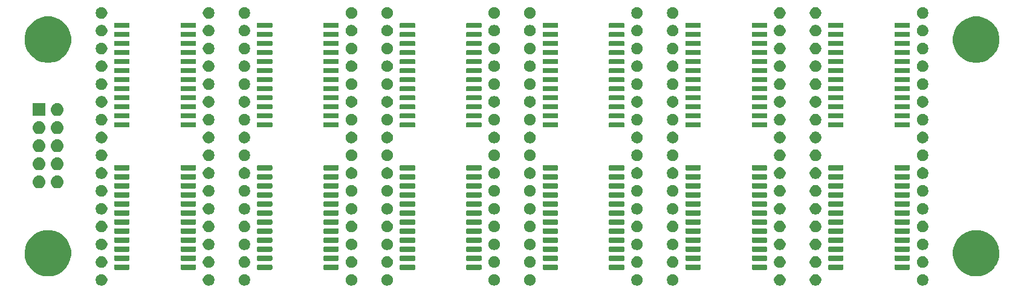
<source format=gts>
G04 #@! TF.GenerationSoftware,KiCad,Pcbnew,(5.1.4)-1*
G04 #@! TF.CreationDate,2019-11-29T14:15:36+00:00*
G04 #@! TF.ProjectId,MAX7219_Clock,4d415837-3231-4395-9f43-6c6f636b2e6b,rev?*
G04 #@! TF.SameCoordinates,Original*
G04 #@! TF.FileFunction,Soldermask,Top*
G04 #@! TF.FilePolarity,Negative*
%FSLAX46Y46*%
G04 Gerber Fmt 4.6, Leading zero omitted, Abs format (unit mm)*
G04 Created by KiCad (PCBNEW (5.1.4)-1) date 2019-11-29 14:15:36*
%MOMM*%
%LPD*%
G04 APERTURE LIST*
%ADD10C,0.100000*%
G04 APERTURE END LIST*
D10*
G36*
X157737142Y-87968242D02*
G01*
X157885101Y-88029529D01*
X158018255Y-88118499D01*
X158131501Y-88231745D01*
X158220471Y-88364899D01*
X158281758Y-88512858D01*
X158313000Y-88669925D01*
X158313000Y-88830075D01*
X158281758Y-88987142D01*
X158220471Y-89135101D01*
X158131501Y-89268255D01*
X158018255Y-89381501D01*
X157885101Y-89470471D01*
X157737142Y-89531758D01*
X157580075Y-89563000D01*
X157419925Y-89563000D01*
X157262858Y-89531758D01*
X157114899Y-89470471D01*
X156981745Y-89381501D01*
X156868499Y-89268255D01*
X156779529Y-89135101D01*
X156718242Y-88987142D01*
X156687000Y-88830075D01*
X156687000Y-88669925D01*
X156718242Y-88512858D01*
X156779529Y-88364899D01*
X156868499Y-88231745D01*
X156981745Y-88118499D01*
X157114899Y-88029529D01*
X157262858Y-87968242D01*
X157419925Y-87937000D01*
X157580075Y-87937000D01*
X157737142Y-87968242D01*
X157737142Y-87968242D01*
G37*
G36*
X142737142Y-87968242D02*
G01*
X142885101Y-88029529D01*
X143018255Y-88118499D01*
X143131501Y-88231745D01*
X143220471Y-88364899D01*
X143281758Y-88512858D01*
X143313000Y-88669925D01*
X143313000Y-88830075D01*
X143281758Y-88987142D01*
X143220471Y-89135101D01*
X143131501Y-89268255D01*
X143018255Y-89381501D01*
X142885101Y-89470471D01*
X142737142Y-89531758D01*
X142580075Y-89563000D01*
X142419925Y-89563000D01*
X142262858Y-89531758D01*
X142114899Y-89470471D01*
X141981745Y-89381501D01*
X141868499Y-89268255D01*
X141779529Y-89135101D01*
X141718242Y-88987142D01*
X141687000Y-88830075D01*
X141687000Y-88669925D01*
X141718242Y-88512858D01*
X141779529Y-88364899D01*
X141868499Y-88231745D01*
X141981745Y-88118499D01*
X142114899Y-88029529D01*
X142262858Y-87968242D01*
X142419925Y-87937000D01*
X142580075Y-87937000D01*
X142737142Y-87968242D01*
X142737142Y-87968242D01*
G37*
G36*
X122737142Y-87968242D02*
G01*
X122885101Y-88029529D01*
X123018255Y-88118499D01*
X123131501Y-88231745D01*
X123220471Y-88364899D01*
X123281758Y-88512858D01*
X123313000Y-88669925D01*
X123313000Y-88830075D01*
X123281758Y-88987142D01*
X123220471Y-89135101D01*
X123131501Y-89268255D01*
X123018255Y-89381501D01*
X122885101Y-89470471D01*
X122737142Y-89531758D01*
X122580075Y-89563000D01*
X122419925Y-89563000D01*
X122262858Y-89531758D01*
X122114899Y-89470471D01*
X121981745Y-89381501D01*
X121868499Y-89268255D01*
X121779529Y-89135101D01*
X121718242Y-88987142D01*
X121687000Y-88830075D01*
X121687000Y-88669925D01*
X121718242Y-88512858D01*
X121779529Y-88364899D01*
X121868499Y-88231745D01*
X121981745Y-88118499D01*
X122114899Y-88029529D01*
X122262858Y-87968242D01*
X122419925Y-87937000D01*
X122580075Y-87937000D01*
X122737142Y-87968242D01*
X122737142Y-87968242D01*
G37*
G36*
X137737142Y-87968242D02*
G01*
X137885101Y-88029529D01*
X138018255Y-88118499D01*
X138131501Y-88231745D01*
X138220471Y-88364899D01*
X138281758Y-88512858D01*
X138313000Y-88669925D01*
X138313000Y-88830075D01*
X138281758Y-88987142D01*
X138220471Y-89135101D01*
X138131501Y-89268255D01*
X138018255Y-89381501D01*
X137885101Y-89470471D01*
X137737142Y-89531758D01*
X137580075Y-89563000D01*
X137419925Y-89563000D01*
X137262858Y-89531758D01*
X137114899Y-89470471D01*
X136981745Y-89381501D01*
X136868499Y-89268255D01*
X136779529Y-89135101D01*
X136718242Y-88987142D01*
X136687000Y-88830075D01*
X136687000Y-88669925D01*
X136718242Y-88512858D01*
X136779529Y-88364899D01*
X136868499Y-88231745D01*
X136981745Y-88118499D01*
X137114899Y-88029529D01*
X137262858Y-87968242D01*
X137419925Y-87937000D01*
X137580075Y-87937000D01*
X137737142Y-87968242D01*
X137737142Y-87968242D01*
G37*
G36*
X117737142Y-87968242D02*
G01*
X117885101Y-88029529D01*
X118018255Y-88118499D01*
X118131501Y-88231745D01*
X118220471Y-88364899D01*
X118281758Y-88512858D01*
X118313000Y-88669925D01*
X118313000Y-88830075D01*
X118281758Y-88987142D01*
X118220471Y-89135101D01*
X118131501Y-89268255D01*
X118018255Y-89381501D01*
X117885101Y-89470471D01*
X117737142Y-89531758D01*
X117580075Y-89563000D01*
X117419925Y-89563000D01*
X117262858Y-89531758D01*
X117114899Y-89470471D01*
X116981745Y-89381501D01*
X116868499Y-89268255D01*
X116779529Y-89135101D01*
X116718242Y-88987142D01*
X116687000Y-88830075D01*
X116687000Y-88669925D01*
X116718242Y-88512858D01*
X116779529Y-88364899D01*
X116868499Y-88231745D01*
X116981745Y-88118499D01*
X117114899Y-88029529D01*
X117262858Y-87968242D01*
X117419925Y-87937000D01*
X117580075Y-87937000D01*
X117737142Y-87968242D01*
X117737142Y-87968242D01*
G37*
G36*
X102737142Y-87968242D02*
G01*
X102885101Y-88029529D01*
X103018255Y-88118499D01*
X103131501Y-88231745D01*
X103220471Y-88364899D01*
X103281758Y-88512858D01*
X103313000Y-88669925D01*
X103313000Y-88830075D01*
X103281758Y-88987142D01*
X103220471Y-89135101D01*
X103131501Y-89268255D01*
X103018255Y-89381501D01*
X102885101Y-89470471D01*
X102737142Y-89531758D01*
X102580075Y-89563000D01*
X102419925Y-89563000D01*
X102262858Y-89531758D01*
X102114899Y-89470471D01*
X101981745Y-89381501D01*
X101868499Y-89268255D01*
X101779529Y-89135101D01*
X101718242Y-88987142D01*
X101687000Y-88830075D01*
X101687000Y-88669925D01*
X101718242Y-88512858D01*
X101779529Y-88364899D01*
X101868499Y-88231745D01*
X101981745Y-88118499D01*
X102114899Y-88029529D01*
X102262858Y-87968242D01*
X102419925Y-87937000D01*
X102580075Y-87937000D01*
X102737142Y-87968242D01*
X102737142Y-87968242D01*
G37*
G36*
X82737142Y-87968242D02*
G01*
X82885101Y-88029529D01*
X83018255Y-88118499D01*
X83131501Y-88231745D01*
X83220471Y-88364899D01*
X83281758Y-88512858D01*
X83313000Y-88669925D01*
X83313000Y-88830075D01*
X83281758Y-88987142D01*
X83220471Y-89135101D01*
X83131501Y-89268255D01*
X83018255Y-89381501D01*
X82885101Y-89470471D01*
X82737142Y-89531758D01*
X82580075Y-89563000D01*
X82419925Y-89563000D01*
X82262858Y-89531758D01*
X82114899Y-89470471D01*
X81981745Y-89381501D01*
X81868499Y-89268255D01*
X81779529Y-89135101D01*
X81718242Y-88987142D01*
X81687000Y-88830075D01*
X81687000Y-88669925D01*
X81718242Y-88512858D01*
X81779529Y-88364899D01*
X81868499Y-88231745D01*
X81981745Y-88118499D01*
X82114899Y-88029529D01*
X82262858Y-87968242D01*
X82419925Y-87937000D01*
X82580075Y-87937000D01*
X82737142Y-87968242D01*
X82737142Y-87968242D01*
G37*
G36*
X77737142Y-87968242D02*
G01*
X77885101Y-88029529D01*
X78018255Y-88118499D01*
X78131501Y-88231745D01*
X78220471Y-88364899D01*
X78281758Y-88512858D01*
X78313000Y-88669925D01*
X78313000Y-88830075D01*
X78281758Y-88987142D01*
X78220471Y-89135101D01*
X78131501Y-89268255D01*
X78018255Y-89381501D01*
X77885101Y-89470471D01*
X77737142Y-89531758D01*
X77580075Y-89563000D01*
X77419925Y-89563000D01*
X77262858Y-89531758D01*
X77114899Y-89470471D01*
X76981745Y-89381501D01*
X76868499Y-89268255D01*
X76779529Y-89135101D01*
X76718242Y-88987142D01*
X76687000Y-88830075D01*
X76687000Y-88669925D01*
X76718242Y-88512858D01*
X76779529Y-88364899D01*
X76868499Y-88231745D01*
X76981745Y-88118499D01*
X77114899Y-88029529D01*
X77262858Y-87968242D01*
X77419925Y-87937000D01*
X77580075Y-87937000D01*
X77737142Y-87968242D01*
X77737142Y-87968242D01*
G37*
G36*
X97737142Y-87968242D02*
G01*
X97885101Y-88029529D01*
X98018255Y-88118499D01*
X98131501Y-88231745D01*
X98220471Y-88364899D01*
X98281758Y-88512858D01*
X98313000Y-88669925D01*
X98313000Y-88830075D01*
X98281758Y-88987142D01*
X98220471Y-89135101D01*
X98131501Y-89268255D01*
X98018255Y-89381501D01*
X97885101Y-89470471D01*
X97737142Y-89531758D01*
X97580075Y-89563000D01*
X97419925Y-89563000D01*
X97262858Y-89531758D01*
X97114899Y-89470471D01*
X96981745Y-89381501D01*
X96868499Y-89268255D01*
X96779529Y-89135101D01*
X96718242Y-88987142D01*
X96687000Y-88830075D01*
X96687000Y-88669925D01*
X96718242Y-88512858D01*
X96779529Y-88364899D01*
X96868499Y-88231745D01*
X96981745Y-88118499D01*
X97114899Y-88029529D01*
X97262858Y-87968242D01*
X97419925Y-87937000D01*
X97580075Y-87937000D01*
X97737142Y-87968242D01*
X97737142Y-87968242D01*
G37*
G36*
X42737142Y-87968242D02*
G01*
X42885101Y-88029529D01*
X43018255Y-88118499D01*
X43131501Y-88231745D01*
X43220471Y-88364899D01*
X43281758Y-88512858D01*
X43313000Y-88669925D01*
X43313000Y-88830075D01*
X43281758Y-88987142D01*
X43220471Y-89135101D01*
X43131501Y-89268255D01*
X43018255Y-89381501D01*
X42885101Y-89470471D01*
X42737142Y-89531758D01*
X42580075Y-89563000D01*
X42419925Y-89563000D01*
X42262858Y-89531758D01*
X42114899Y-89470471D01*
X41981745Y-89381501D01*
X41868499Y-89268255D01*
X41779529Y-89135101D01*
X41718242Y-88987142D01*
X41687000Y-88830075D01*
X41687000Y-88669925D01*
X41718242Y-88512858D01*
X41779529Y-88364899D01*
X41868499Y-88231745D01*
X41981745Y-88118499D01*
X42114899Y-88029529D01*
X42262858Y-87968242D01*
X42419925Y-87937000D01*
X42580075Y-87937000D01*
X42737142Y-87968242D01*
X42737142Y-87968242D01*
G37*
G36*
X62737142Y-87968242D02*
G01*
X62885101Y-88029529D01*
X63018255Y-88118499D01*
X63131501Y-88231745D01*
X63220471Y-88364899D01*
X63281758Y-88512858D01*
X63313000Y-88669925D01*
X63313000Y-88830075D01*
X63281758Y-88987142D01*
X63220471Y-89135101D01*
X63131501Y-89268255D01*
X63018255Y-89381501D01*
X62885101Y-89470471D01*
X62737142Y-89531758D01*
X62580075Y-89563000D01*
X62419925Y-89563000D01*
X62262858Y-89531758D01*
X62114899Y-89470471D01*
X61981745Y-89381501D01*
X61868499Y-89268255D01*
X61779529Y-89135101D01*
X61718242Y-88987142D01*
X61687000Y-88830075D01*
X61687000Y-88669925D01*
X61718242Y-88512858D01*
X61779529Y-88364899D01*
X61868499Y-88231745D01*
X61981745Y-88118499D01*
X62114899Y-88029529D01*
X62262858Y-87968242D01*
X62419925Y-87937000D01*
X62580075Y-87937000D01*
X62737142Y-87968242D01*
X62737142Y-87968242D01*
G37*
G36*
X57737142Y-87968242D02*
G01*
X57885101Y-88029529D01*
X58018255Y-88118499D01*
X58131501Y-88231745D01*
X58220471Y-88364899D01*
X58281758Y-88512858D01*
X58313000Y-88669925D01*
X58313000Y-88830075D01*
X58281758Y-88987142D01*
X58220471Y-89135101D01*
X58131501Y-89268255D01*
X58018255Y-89381501D01*
X57885101Y-89470471D01*
X57737142Y-89531758D01*
X57580075Y-89563000D01*
X57419925Y-89563000D01*
X57262858Y-89531758D01*
X57114899Y-89470471D01*
X56981745Y-89381501D01*
X56868499Y-89268255D01*
X56779529Y-89135101D01*
X56718242Y-88987142D01*
X56687000Y-88830075D01*
X56687000Y-88669925D01*
X56718242Y-88512858D01*
X56779529Y-88364899D01*
X56868499Y-88231745D01*
X56981745Y-88118499D01*
X57114899Y-88029529D01*
X57262858Y-87968242D01*
X57419925Y-87937000D01*
X57580075Y-87937000D01*
X57737142Y-87968242D01*
X57737142Y-87968242D01*
G37*
G36*
X165417008Y-81768257D02*
G01*
X165948282Y-81873934D01*
X166539926Y-82119001D01*
X166966477Y-82404014D01*
X167072391Y-82474783D01*
X167525217Y-82927609D01*
X167573253Y-82999500D01*
X167880999Y-83460074D01*
X168126066Y-84051718D01*
X168188533Y-84365761D01*
X168251000Y-84679803D01*
X168251000Y-85320197D01*
X168214188Y-85505262D01*
X168126066Y-85948282D01*
X167880999Y-86539926D01*
X167595986Y-86966477D01*
X167552368Y-87031757D01*
X167525216Y-87072392D01*
X167072392Y-87525216D01*
X166539926Y-87880999D01*
X165948282Y-88126066D01*
X165634239Y-88188533D01*
X165320197Y-88251000D01*
X164679803Y-88251000D01*
X164365761Y-88188533D01*
X164051718Y-88126066D01*
X163460074Y-87880999D01*
X162927608Y-87525216D01*
X162474784Y-87072392D01*
X162447633Y-87031757D01*
X162404014Y-86966477D01*
X162119001Y-86539926D01*
X161873934Y-85948282D01*
X161785812Y-85505262D01*
X161749000Y-85320197D01*
X161749000Y-84679803D01*
X161811467Y-84365761D01*
X161873934Y-84051718D01*
X162119001Y-83460074D01*
X162426747Y-82999500D01*
X162474783Y-82927609D01*
X162927609Y-82474783D01*
X163033523Y-82404014D01*
X163460074Y-82119001D01*
X164051718Y-81873934D01*
X164582992Y-81768257D01*
X164679803Y-81749000D01*
X165320197Y-81749000D01*
X165417008Y-81768257D01*
X165417008Y-81768257D01*
G37*
G36*
X35417008Y-81768257D02*
G01*
X35948282Y-81873934D01*
X36539926Y-82119001D01*
X36966477Y-82404014D01*
X37072391Y-82474783D01*
X37525217Y-82927609D01*
X37573253Y-82999500D01*
X37880999Y-83460074D01*
X38126066Y-84051718D01*
X38188533Y-84365761D01*
X38251000Y-84679803D01*
X38251000Y-85320197D01*
X38214188Y-85505262D01*
X38126066Y-85948282D01*
X37880999Y-86539926D01*
X37595986Y-86966477D01*
X37552368Y-87031757D01*
X37525216Y-87072392D01*
X37072392Y-87525216D01*
X36539926Y-87880999D01*
X35948282Y-88126066D01*
X35634239Y-88188533D01*
X35320197Y-88251000D01*
X34679803Y-88251000D01*
X34365761Y-88188533D01*
X34051718Y-88126066D01*
X33460074Y-87880999D01*
X32927608Y-87525216D01*
X32474784Y-87072392D01*
X32447633Y-87031757D01*
X32404014Y-86966477D01*
X32119001Y-86539926D01*
X31873934Y-85948282D01*
X31785812Y-85505262D01*
X31749000Y-85320197D01*
X31749000Y-84679803D01*
X31811467Y-84365761D01*
X31873934Y-84051718D01*
X32119001Y-83460074D01*
X32426747Y-82999500D01*
X32474783Y-82927609D01*
X32927609Y-82474783D01*
X33033523Y-82404014D01*
X33460074Y-82119001D01*
X34051718Y-81873934D01*
X34582992Y-81768257D01*
X34679803Y-81749000D01*
X35320197Y-81749000D01*
X35417008Y-81768257D01*
X35417008Y-81768257D01*
G37*
G36*
X86334928Y-86636764D02*
G01*
X86356009Y-86643160D01*
X86375445Y-86653548D01*
X86392476Y-86667524D01*
X86406452Y-86684555D01*
X86416840Y-86703991D01*
X86423236Y-86725072D01*
X86426000Y-86753140D01*
X86426000Y-87216860D01*
X86423236Y-87244928D01*
X86416840Y-87266009D01*
X86406452Y-87285445D01*
X86392476Y-87302476D01*
X86375445Y-87316452D01*
X86356009Y-87326840D01*
X86334928Y-87333236D01*
X86306860Y-87336000D01*
X84393140Y-87336000D01*
X84365072Y-87333236D01*
X84343991Y-87326840D01*
X84324555Y-87316452D01*
X84307524Y-87302476D01*
X84293548Y-87285445D01*
X84283160Y-87266009D01*
X84276764Y-87244928D01*
X84274000Y-87216860D01*
X84274000Y-86753140D01*
X84276764Y-86725072D01*
X84283160Y-86703991D01*
X84293548Y-86684555D01*
X84307524Y-86667524D01*
X84324555Y-86653548D01*
X84343991Y-86643160D01*
X84365072Y-86636764D01*
X84393140Y-86634000D01*
X86306860Y-86634000D01*
X86334928Y-86636764D01*
X86334928Y-86636764D01*
G37*
G36*
X126334928Y-86636764D02*
G01*
X126356009Y-86643160D01*
X126375445Y-86653548D01*
X126392476Y-86667524D01*
X126406452Y-86684555D01*
X126416840Y-86703991D01*
X126423236Y-86725072D01*
X126426000Y-86753140D01*
X126426000Y-87216860D01*
X126423236Y-87244928D01*
X126416840Y-87266009D01*
X126406452Y-87285445D01*
X126392476Y-87302476D01*
X126375445Y-87316452D01*
X126356009Y-87326840D01*
X126334928Y-87333236D01*
X126306860Y-87336000D01*
X124393140Y-87336000D01*
X124365072Y-87333236D01*
X124343991Y-87326840D01*
X124324555Y-87316452D01*
X124307524Y-87302476D01*
X124293548Y-87285445D01*
X124283160Y-87266009D01*
X124276764Y-87244928D01*
X124274000Y-87216860D01*
X124274000Y-86753140D01*
X124276764Y-86725072D01*
X124283160Y-86703991D01*
X124293548Y-86684555D01*
X124307524Y-86667524D01*
X124324555Y-86653548D01*
X124343991Y-86643160D01*
X124365072Y-86636764D01*
X124393140Y-86634000D01*
X126306860Y-86634000D01*
X126334928Y-86636764D01*
X126334928Y-86636764D01*
G37*
G36*
X135634928Y-86636764D02*
G01*
X135656009Y-86643160D01*
X135675445Y-86653548D01*
X135692476Y-86667524D01*
X135706452Y-86684555D01*
X135716840Y-86703991D01*
X135723236Y-86725072D01*
X135726000Y-86753140D01*
X135726000Y-87216860D01*
X135723236Y-87244928D01*
X135716840Y-87266009D01*
X135706452Y-87285445D01*
X135692476Y-87302476D01*
X135675445Y-87316452D01*
X135656009Y-87326840D01*
X135634928Y-87333236D01*
X135606860Y-87336000D01*
X133693140Y-87336000D01*
X133665072Y-87333236D01*
X133643991Y-87326840D01*
X133624555Y-87316452D01*
X133607524Y-87302476D01*
X133593548Y-87285445D01*
X133583160Y-87266009D01*
X133576764Y-87244928D01*
X133574000Y-87216860D01*
X133574000Y-86753140D01*
X133576764Y-86725072D01*
X133583160Y-86703991D01*
X133593548Y-86684555D01*
X133607524Y-86667524D01*
X133624555Y-86653548D01*
X133643991Y-86643160D01*
X133665072Y-86636764D01*
X133693140Y-86634000D01*
X135606860Y-86634000D01*
X135634928Y-86636764D01*
X135634928Y-86636764D01*
G37*
G36*
X106334928Y-86636764D02*
G01*
X106356009Y-86643160D01*
X106375445Y-86653548D01*
X106392476Y-86667524D01*
X106406452Y-86684555D01*
X106416840Y-86703991D01*
X106423236Y-86725072D01*
X106426000Y-86753140D01*
X106426000Y-87216860D01*
X106423236Y-87244928D01*
X106416840Y-87266009D01*
X106406452Y-87285445D01*
X106392476Y-87302476D01*
X106375445Y-87316452D01*
X106356009Y-87326840D01*
X106334928Y-87333236D01*
X106306860Y-87336000D01*
X104393140Y-87336000D01*
X104365072Y-87333236D01*
X104343991Y-87326840D01*
X104324555Y-87316452D01*
X104307524Y-87302476D01*
X104293548Y-87285445D01*
X104283160Y-87266009D01*
X104276764Y-87244928D01*
X104274000Y-87216860D01*
X104274000Y-86753140D01*
X104276764Y-86725072D01*
X104283160Y-86703991D01*
X104293548Y-86684555D01*
X104307524Y-86667524D01*
X104324555Y-86653548D01*
X104343991Y-86643160D01*
X104365072Y-86636764D01*
X104393140Y-86634000D01*
X106306860Y-86634000D01*
X106334928Y-86636764D01*
X106334928Y-86636764D01*
G37*
G36*
X115634928Y-86636764D02*
G01*
X115656009Y-86643160D01*
X115675445Y-86653548D01*
X115692476Y-86667524D01*
X115706452Y-86684555D01*
X115716840Y-86703991D01*
X115723236Y-86725072D01*
X115726000Y-86753140D01*
X115726000Y-87216860D01*
X115723236Y-87244928D01*
X115716840Y-87266009D01*
X115706452Y-87285445D01*
X115692476Y-87302476D01*
X115675445Y-87316452D01*
X115656009Y-87326840D01*
X115634928Y-87333236D01*
X115606860Y-87336000D01*
X113693140Y-87336000D01*
X113665072Y-87333236D01*
X113643991Y-87326840D01*
X113624555Y-87316452D01*
X113607524Y-87302476D01*
X113593548Y-87285445D01*
X113583160Y-87266009D01*
X113576764Y-87244928D01*
X113574000Y-87216860D01*
X113574000Y-86753140D01*
X113576764Y-86725072D01*
X113583160Y-86703991D01*
X113593548Y-86684555D01*
X113607524Y-86667524D01*
X113624555Y-86653548D01*
X113643991Y-86643160D01*
X113665072Y-86636764D01*
X113693140Y-86634000D01*
X115606860Y-86634000D01*
X115634928Y-86636764D01*
X115634928Y-86636764D01*
G37*
G36*
X75634928Y-86636764D02*
G01*
X75656009Y-86643160D01*
X75675445Y-86653548D01*
X75692476Y-86667524D01*
X75706452Y-86684555D01*
X75716840Y-86703991D01*
X75723236Y-86725072D01*
X75726000Y-86753140D01*
X75726000Y-87216860D01*
X75723236Y-87244928D01*
X75716840Y-87266009D01*
X75706452Y-87285445D01*
X75692476Y-87302476D01*
X75675445Y-87316452D01*
X75656009Y-87326840D01*
X75634928Y-87333236D01*
X75606860Y-87336000D01*
X73693140Y-87336000D01*
X73665072Y-87333236D01*
X73643991Y-87326840D01*
X73624555Y-87316452D01*
X73607524Y-87302476D01*
X73593548Y-87285445D01*
X73583160Y-87266009D01*
X73576764Y-87244928D01*
X73574000Y-87216860D01*
X73574000Y-86753140D01*
X73576764Y-86725072D01*
X73583160Y-86703991D01*
X73593548Y-86684555D01*
X73607524Y-86667524D01*
X73624555Y-86653548D01*
X73643991Y-86643160D01*
X73665072Y-86636764D01*
X73693140Y-86634000D01*
X75606860Y-86634000D01*
X75634928Y-86636764D01*
X75634928Y-86636764D01*
G37*
G36*
X66334928Y-86636764D02*
G01*
X66356009Y-86643160D01*
X66375445Y-86653548D01*
X66392476Y-86667524D01*
X66406452Y-86684555D01*
X66416840Y-86703991D01*
X66423236Y-86725072D01*
X66426000Y-86753140D01*
X66426000Y-87216860D01*
X66423236Y-87244928D01*
X66416840Y-87266009D01*
X66406452Y-87285445D01*
X66392476Y-87302476D01*
X66375445Y-87316452D01*
X66356009Y-87326840D01*
X66334928Y-87333236D01*
X66306860Y-87336000D01*
X64393140Y-87336000D01*
X64365072Y-87333236D01*
X64343991Y-87326840D01*
X64324555Y-87316452D01*
X64307524Y-87302476D01*
X64293548Y-87285445D01*
X64283160Y-87266009D01*
X64276764Y-87244928D01*
X64274000Y-87216860D01*
X64274000Y-86753140D01*
X64276764Y-86725072D01*
X64283160Y-86703991D01*
X64293548Y-86684555D01*
X64307524Y-86667524D01*
X64324555Y-86653548D01*
X64343991Y-86643160D01*
X64365072Y-86636764D01*
X64393140Y-86634000D01*
X66306860Y-86634000D01*
X66334928Y-86636764D01*
X66334928Y-86636764D01*
G37*
G36*
X46334928Y-86636764D02*
G01*
X46356009Y-86643160D01*
X46375445Y-86653548D01*
X46392476Y-86667524D01*
X46406452Y-86684555D01*
X46416840Y-86703991D01*
X46423236Y-86725072D01*
X46426000Y-86753140D01*
X46426000Y-87216860D01*
X46423236Y-87244928D01*
X46416840Y-87266009D01*
X46406452Y-87285445D01*
X46392476Y-87302476D01*
X46375445Y-87316452D01*
X46356009Y-87326840D01*
X46334928Y-87333236D01*
X46306860Y-87336000D01*
X44393140Y-87336000D01*
X44365072Y-87333236D01*
X44343991Y-87326840D01*
X44324555Y-87316452D01*
X44307524Y-87302476D01*
X44293548Y-87285445D01*
X44283160Y-87266009D01*
X44276764Y-87244928D01*
X44274000Y-87216860D01*
X44274000Y-86753140D01*
X44276764Y-86725072D01*
X44283160Y-86703991D01*
X44293548Y-86684555D01*
X44307524Y-86667524D01*
X44324555Y-86653548D01*
X44343991Y-86643160D01*
X44365072Y-86636764D01*
X44393140Y-86634000D01*
X46306860Y-86634000D01*
X46334928Y-86636764D01*
X46334928Y-86636764D01*
G37*
G36*
X55634928Y-86636764D02*
G01*
X55656009Y-86643160D01*
X55675445Y-86653548D01*
X55692476Y-86667524D01*
X55706452Y-86684555D01*
X55716840Y-86703991D01*
X55723236Y-86725072D01*
X55726000Y-86753140D01*
X55726000Y-87216860D01*
X55723236Y-87244928D01*
X55716840Y-87266009D01*
X55706452Y-87285445D01*
X55692476Y-87302476D01*
X55675445Y-87316452D01*
X55656009Y-87326840D01*
X55634928Y-87333236D01*
X55606860Y-87336000D01*
X53693140Y-87336000D01*
X53665072Y-87333236D01*
X53643991Y-87326840D01*
X53624555Y-87316452D01*
X53607524Y-87302476D01*
X53593548Y-87285445D01*
X53583160Y-87266009D01*
X53576764Y-87244928D01*
X53574000Y-87216860D01*
X53574000Y-86753140D01*
X53576764Y-86725072D01*
X53583160Y-86703991D01*
X53593548Y-86684555D01*
X53607524Y-86667524D01*
X53624555Y-86653548D01*
X53643991Y-86643160D01*
X53665072Y-86636764D01*
X53693140Y-86634000D01*
X55606860Y-86634000D01*
X55634928Y-86636764D01*
X55634928Y-86636764D01*
G37*
G36*
X155634928Y-86636764D02*
G01*
X155656009Y-86643160D01*
X155675445Y-86653548D01*
X155692476Y-86667524D01*
X155706452Y-86684555D01*
X155716840Y-86703991D01*
X155723236Y-86725072D01*
X155726000Y-86753140D01*
X155726000Y-87216860D01*
X155723236Y-87244928D01*
X155716840Y-87266009D01*
X155706452Y-87285445D01*
X155692476Y-87302476D01*
X155675445Y-87316452D01*
X155656009Y-87326840D01*
X155634928Y-87333236D01*
X155606860Y-87336000D01*
X153693140Y-87336000D01*
X153665072Y-87333236D01*
X153643991Y-87326840D01*
X153624555Y-87316452D01*
X153607524Y-87302476D01*
X153593548Y-87285445D01*
X153583160Y-87266009D01*
X153576764Y-87244928D01*
X153574000Y-87216860D01*
X153574000Y-86753140D01*
X153576764Y-86725072D01*
X153583160Y-86703991D01*
X153593548Y-86684555D01*
X153607524Y-86667524D01*
X153624555Y-86653548D01*
X153643991Y-86643160D01*
X153665072Y-86636764D01*
X153693140Y-86634000D01*
X155606860Y-86634000D01*
X155634928Y-86636764D01*
X155634928Y-86636764D01*
G37*
G36*
X146334928Y-86636764D02*
G01*
X146356009Y-86643160D01*
X146375445Y-86653548D01*
X146392476Y-86667524D01*
X146406452Y-86684555D01*
X146416840Y-86703991D01*
X146423236Y-86725072D01*
X146426000Y-86753140D01*
X146426000Y-87216860D01*
X146423236Y-87244928D01*
X146416840Y-87266009D01*
X146406452Y-87285445D01*
X146392476Y-87302476D01*
X146375445Y-87316452D01*
X146356009Y-87326840D01*
X146334928Y-87333236D01*
X146306860Y-87336000D01*
X144393140Y-87336000D01*
X144365072Y-87333236D01*
X144343991Y-87326840D01*
X144324555Y-87316452D01*
X144307524Y-87302476D01*
X144293548Y-87285445D01*
X144283160Y-87266009D01*
X144276764Y-87244928D01*
X144274000Y-87216860D01*
X144274000Y-86753140D01*
X144276764Y-86725072D01*
X144283160Y-86703991D01*
X144293548Y-86684555D01*
X144307524Y-86667524D01*
X144324555Y-86653548D01*
X144343991Y-86643160D01*
X144365072Y-86636764D01*
X144393140Y-86634000D01*
X146306860Y-86634000D01*
X146334928Y-86636764D01*
X146334928Y-86636764D01*
G37*
G36*
X95634928Y-86636764D02*
G01*
X95656009Y-86643160D01*
X95675445Y-86653548D01*
X95692476Y-86667524D01*
X95706452Y-86684555D01*
X95716840Y-86703991D01*
X95723236Y-86725072D01*
X95726000Y-86753140D01*
X95726000Y-87216860D01*
X95723236Y-87244928D01*
X95716840Y-87266009D01*
X95706452Y-87285445D01*
X95692476Y-87302476D01*
X95675445Y-87316452D01*
X95656009Y-87326840D01*
X95634928Y-87333236D01*
X95606860Y-87336000D01*
X93693140Y-87336000D01*
X93665072Y-87333236D01*
X93643991Y-87326840D01*
X93624555Y-87316452D01*
X93607524Y-87302476D01*
X93593548Y-87285445D01*
X93583160Y-87266009D01*
X93576764Y-87244928D01*
X93574000Y-87216860D01*
X93574000Y-86753140D01*
X93576764Y-86725072D01*
X93583160Y-86703991D01*
X93593548Y-86684555D01*
X93607524Y-86667524D01*
X93624555Y-86653548D01*
X93643991Y-86643160D01*
X93665072Y-86636764D01*
X93693140Y-86634000D01*
X95606860Y-86634000D01*
X95634928Y-86636764D01*
X95634928Y-86636764D01*
G37*
G36*
X157737142Y-85468242D02*
G01*
X157885101Y-85529529D01*
X158018255Y-85618499D01*
X158131501Y-85731745D01*
X158220471Y-85864899D01*
X158281758Y-86012858D01*
X158313000Y-86169925D01*
X158313000Y-86330075D01*
X158281758Y-86487142D01*
X158220471Y-86635101D01*
X158131501Y-86768255D01*
X158018255Y-86881501D01*
X157885101Y-86970471D01*
X157737142Y-87031758D01*
X157580075Y-87063000D01*
X157419925Y-87063000D01*
X157262858Y-87031758D01*
X157114899Y-86970471D01*
X156981745Y-86881501D01*
X156868499Y-86768255D01*
X156779529Y-86635101D01*
X156718242Y-86487142D01*
X156687000Y-86330075D01*
X156687000Y-86169925D01*
X156718242Y-86012858D01*
X156779529Y-85864899D01*
X156868499Y-85731745D01*
X156981745Y-85618499D01*
X157114899Y-85529529D01*
X157262858Y-85468242D01*
X157419925Y-85437000D01*
X157580075Y-85437000D01*
X157737142Y-85468242D01*
X157737142Y-85468242D01*
G37*
G36*
X117737142Y-85468242D02*
G01*
X117885101Y-85529529D01*
X118018255Y-85618499D01*
X118131501Y-85731745D01*
X118220471Y-85864899D01*
X118281758Y-86012858D01*
X118313000Y-86169925D01*
X118313000Y-86330075D01*
X118281758Y-86487142D01*
X118220471Y-86635101D01*
X118131501Y-86768255D01*
X118018255Y-86881501D01*
X117885101Y-86970471D01*
X117737142Y-87031758D01*
X117580075Y-87063000D01*
X117419925Y-87063000D01*
X117262858Y-87031758D01*
X117114899Y-86970471D01*
X116981745Y-86881501D01*
X116868499Y-86768255D01*
X116779529Y-86635101D01*
X116718242Y-86487142D01*
X116687000Y-86330075D01*
X116687000Y-86169925D01*
X116718242Y-86012858D01*
X116779529Y-85864899D01*
X116868499Y-85731745D01*
X116981745Y-85618499D01*
X117114899Y-85529529D01*
X117262858Y-85468242D01*
X117419925Y-85437000D01*
X117580075Y-85437000D01*
X117737142Y-85468242D01*
X117737142Y-85468242D01*
G37*
G36*
X137737142Y-85468242D02*
G01*
X137885101Y-85529529D01*
X138018255Y-85618499D01*
X138131501Y-85731745D01*
X138220471Y-85864899D01*
X138281758Y-86012858D01*
X138313000Y-86169925D01*
X138313000Y-86330075D01*
X138281758Y-86487142D01*
X138220471Y-86635101D01*
X138131501Y-86768255D01*
X138018255Y-86881501D01*
X137885101Y-86970471D01*
X137737142Y-87031758D01*
X137580075Y-87063000D01*
X137419925Y-87063000D01*
X137262858Y-87031758D01*
X137114899Y-86970471D01*
X136981745Y-86881501D01*
X136868499Y-86768255D01*
X136779529Y-86635101D01*
X136718242Y-86487142D01*
X136687000Y-86330075D01*
X136687000Y-86169925D01*
X136718242Y-86012858D01*
X136779529Y-85864899D01*
X136868499Y-85731745D01*
X136981745Y-85618499D01*
X137114899Y-85529529D01*
X137262858Y-85468242D01*
X137419925Y-85437000D01*
X137580075Y-85437000D01*
X137737142Y-85468242D01*
X137737142Y-85468242D01*
G37*
G36*
X102737142Y-85468242D02*
G01*
X102885101Y-85529529D01*
X103018255Y-85618499D01*
X103131501Y-85731745D01*
X103220471Y-85864899D01*
X103281758Y-86012858D01*
X103313000Y-86169925D01*
X103313000Y-86330075D01*
X103281758Y-86487142D01*
X103220471Y-86635101D01*
X103131501Y-86768255D01*
X103018255Y-86881501D01*
X102885101Y-86970471D01*
X102737142Y-87031758D01*
X102580075Y-87063000D01*
X102419925Y-87063000D01*
X102262858Y-87031758D01*
X102114899Y-86970471D01*
X101981745Y-86881501D01*
X101868499Y-86768255D01*
X101779529Y-86635101D01*
X101718242Y-86487142D01*
X101687000Y-86330075D01*
X101687000Y-86169925D01*
X101718242Y-86012858D01*
X101779529Y-85864899D01*
X101868499Y-85731745D01*
X101981745Y-85618499D01*
X102114899Y-85529529D01*
X102262858Y-85468242D01*
X102419925Y-85437000D01*
X102580075Y-85437000D01*
X102737142Y-85468242D01*
X102737142Y-85468242D01*
G37*
G36*
X122737142Y-85468242D02*
G01*
X122885101Y-85529529D01*
X123018255Y-85618499D01*
X123131501Y-85731745D01*
X123220471Y-85864899D01*
X123281758Y-86012858D01*
X123313000Y-86169925D01*
X123313000Y-86330075D01*
X123281758Y-86487142D01*
X123220471Y-86635101D01*
X123131501Y-86768255D01*
X123018255Y-86881501D01*
X122885101Y-86970471D01*
X122737142Y-87031758D01*
X122580075Y-87063000D01*
X122419925Y-87063000D01*
X122262858Y-87031758D01*
X122114899Y-86970471D01*
X121981745Y-86881501D01*
X121868499Y-86768255D01*
X121779529Y-86635101D01*
X121718242Y-86487142D01*
X121687000Y-86330075D01*
X121687000Y-86169925D01*
X121718242Y-86012858D01*
X121779529Y-85864899D01*
X121868499Y-85731745D01*
X121981745Y-85618499D01*
X122114899Y-85529529D01*
X122262858Y-85468242D01*
X122419925Y-85437000D01*
X122580075Y-85437000D01*
X122737142Y-85468242D01*
X122737142Y-85468242D01*
G37*
G36*
X82737142Y-85468242D02*
G01*
X82885101Y-85529529D01*
X83018255Y-85618499D01*
X83131501Y-85731745D01*
X83220471Y-85864899D01*
X83281758Y-86012858D01*
X83313000Y-86169925D01*
X83313000Y-86330075D01*
X83281758Y-86487142D01*
X83220471Y-86635101D01*
X83131501Y-86768255D01*
X83018255Y-86881501D01*
X82885101Y-86970471D01*
X82737142Y-87031758D01*
X82580075Y-87063000D01*
X82419925Y-87063000D01*
X82262858Y-87031758D01*
X82114899Y-86970471D01*
X81981745Y-86881501D01*
X81868499Y-86768255D01*
X81779529Y-86635101D01*
X81718242Y-86487142D01*
X81687000Y-86330075D01*
X81687000Y-86169925D01*
X81718242Y-86012858D01*
X81779529Y-85864899D01*
X81868499Y-85731745D01*
X81981745Y-85618499D01*
X82114899Y-85529529D01*
X82262858Y-85468242D01*
X82419925Y-85437000D01*
X82580075Y-85437000D01*
X82737142Y-85468242D01*
X82737142Y-85468242D01*
G37*
G36*
X77737142Y-85468242D02*
G01*
X77885101Y-85529529D01*
X78018255Y-85618499D01*
X78131501Y-85731745D01*
X78220471Y-85864899D01*
X78281758Y-86012858D01*
X78313000Y-86169925D01*
X78313000Y-86330075D01*
X78281758Y-86487142D01*
X78220471Y-86635101D01*
X78131501Y-86768255D01*
X78018255Y-86881501D01*
X77885101Y-86970471D01*
X77737142Y-87031758D01*
X77580075Y-87063000D01*
X77419925Y-87063000D01*
X77262858Y-87031758D01*
X77114899Y-86970471D01*
X76981745Y-86881501D01*
X76868499Y-86768255D01*
X76779529Y-86635101D01*
X76718242Y-86487142D01*
X76687000Y-86330075D01*
X76687000Y-86169925D01*
X76718242Y-86012858D01*
X76779529Y-85864899D01*
X76868499Y-85731745D01*
X76981745Y-85618499D01*
X77114899Y-85529529D01*
X77262858Y-85468242D01*
X77419925Y-85437000D01*
X77580075Y-85437000D01*
X77737142Y-85468242D01*
X77737142Y-85468242D01*
G37*
G36*
X62737142Y-85468242D02*
G01*
X62885101Y-85529529D01*
X63018255Y-85618499D01*
X63131501Y-85731745D01*
X63220471Y-85864899D01*
X63281758Y-86012858D01*
X63313000Y-86169925D01*
X63313000Y-86330075D01*
X63281758Y-86487142D01*
X63220471Y-86635101D01*
X63131501Y-86768255D01*
X63018255Y-86881501D01*
X62885101Y-86970471D01*
X62737142Y-87031758D01*
X62580075Y-87063000D01*
X62419925Y-87063000D01*
X62262858Y-87031758D01*
X62114899Y-86970471D01*
X61981745Y-86881501D01*
X61868499Y-86768255D01*
X61779529Y-86635101D01*
X61718242Y-86487142D01*
X61687000Y-86330075D01*
X61687000Y-86169925D01*
X61718242Y-86012858D01*
X61779529Y-85864899D01*
X61868499Y-85731745D01*
X61981745Y-85618499D01*
X62114899Y-85529529D01*
X62262858Y-85468242D01*
X62419925Y-85437000D01*
X62580075Y-85437000D01*
X62737142Y-85468242D01*
X62737142Y-85468242D01*
G37*
G36*
X57737142Y-85468242D02*
G01*
X57885101Y-85529529D01*
X58018255Y-85618499D01*
X58131501Y-85731745D01*
X58220471Y-85864899D01*
X58281758Y-86012858D01*
X58313000Y-86169925D01*
X58313000Y-86330075D01*
X58281758Y-86487142D01*
X58220471Y-86635101D01*
X58131501Y-86768255D01*
X58018255Y-86881501D01*
X57885101Y-86970471D01*
X57737142Y-87031758D01*
X57580075Y-87063000D01*
X57419925Y-87063000D01*
X57262858Y-87031758D01*
X57114899Y-86970471D01*
X56981745Y-86881501D01*
X56868499Y-86768255D01*
X56779529Y-86635101D01*
X56718242Y-86487142D01*
X56687000Y-86330075D01*
X56687000Y-86169925D01*
X56718242Y-86012858D01*
X56779529Y-85864899D01*
X56868499Y-85731745D01*
X56981745Y-85618499D01*
X57114899Y-85529529D01*
X57262858Y-85468242D01*
X57419925Y-85437000D01*
X57580075Y-85437000D01*
X57737142Y-85468242D01*
X57737142Y-85468242D01*
G37*
G36*
X42737142Y-85468242D02*
G01*
X42885101Y-85529529D01*
X43018255Y-85618499D01*
X43131501Y-85731745D01*
X43220471Y-85864899D01*
X43281758Y-86012858D01*
X43313000Y-86169925D01*
X43313000Y-86330075D01*
X43281758Y-86487142D01*
X43220471Y-86635101D01*
X43131501Y-86768255D01*
X43018255Y-86881501D01*
X42885101Y-86970471D01*
X42737142Y-87031758D01*
X42580075Y-87063000D01*
X42419925Y-87063000D01*
X42262858Y-87031758D01*
X42114899Y-86970471D01*
X41981745Y-86881501D01*
X41868499Y-86768255D01*
X41779529Y-86635101D01*
X41718242Y-86487142D01*
X41687000Y-86330075D01*
X41687000Y-86169925D01*
X41718242Y-86012858D01*
X41779529Y-85864899D01*
X41868499Y-85731745D01*
X41981745Y-85618499D01*
X42114899Y-85529529D01*
X42262858Y-85468242D01*
X42419925Y-85437000D01*
X42580075Y-85437000D01*
X42737142Y-85468242D01*
X42737142Y-85468242D01*
G37*
G36*
X142737142Y-85468242D02*
G01*
X142885101Y-85529529D01*
X143018255Y-85618499D01*
X143131501Y-85731745D01*
X143220471Y-85864899D01*
X143281758Y-86012858D01*
X143313000Y-86169925D01*
X143313000Y-86330075D01*
X143281758Y-86487142D01*
X143220471Y-86635101D01*
X143131501Y-86768255D01*
X143018255Y-86881501D01*
X142885101Y-86970471D01*
X142737142Y-87031758D01*
X142580075Y-87063000D01*
X142419925Y-87063000D01*
X142262858Y-87031758D01*
X142114899Y-86970471D01*
X141981745Y-86881501D01*
X141868499Y-86768255D01*
X141779529Y-86635101D01*
X141718242Y-86487142D01*
X141687000Y-86330075D01*
X141687000Y-86169925D01*
X141718242Y-86012858D01*
X141779529Y-85864899D01*
X141868499Y-85731745D01*
X141981745Y-85618499D01*
X142114899Y-85529529D01*
X142262858Y-85468242D01*
X142419925Y-85437000D01*
X142580075Y-85437000D01*
X142737142Y-85468242D01*
X142737142Y-85468242D01*
G37*
G36*
X97737142Y-85468242D02*
G01*
X97885101Y-85529529D01*
X98018255Y-85618499D01*
X98131501Y-85731745D01*
X98220471Y-85864899D01*
X98281758Y-86012858D01*
X98313000Y-86169925D01*
X98313000Y-86330075D01*
X98281758Y-86487142D01*
X98220471Y-86635101D01*
X98131501Y-86768255D01*
X98018255Y-86881501D01*
X97885101Y-86970471D01*
X97737142Y-87031758D01*
X97580075Y-87063000D01*
X97419925Y-87063000D01*
X97262858Y-87031758D01*
X97114899Y-86970471D01*
X96981745Y-86881501D01*
X96868499Y-86768255D01*
X96779529Y-86635101D01*
X96718242Y-86487142D01*
X96687000Y-86330075D01*
X96687000Y-86169925D01*
X96718242Y-86012858D01*
X96779529Y-85864899D01*
X96868499Y-85731745D01*
X96981745Y-85618499D01*
X97114899Y-85529529D01*
X97262858Y-85468242D01*
X97419925Y-85437000D01*
X97580075Y-85437000D01*
X97737142Y-85468242D01*
X97737142Y-85468242D01*
G37*
G36*
X95634928Y-85366764D02*
G01*
X95656009Y-85373160D01*
X95675445Y-85383548D01*
X95692476Y-85397524D01*
X95706452Y-85414555D01*
X95716840Y-85433991D01*
X95723236Y-85455072D01*
X95726000Y-85483140D01*
X95726000Y-85946860D01*
X95723236Y-85974928D01*
X95716840Y-85996009D01*
X95706452Y-86015445D01*
X95692476Y-86032476D01*
X95675445Y-86046452D01*
X95656009Y-86056840D01*
X95634928Y-86063236D01*
X95606860Y-86066000D01*
X93693140Y-86066000D01*
X93665072Y-86063236D01*
X93643991Y-86056840D01*
X93624555Y-86046452D01*
X93607524Y-86032476D01*
X93593548Y-86015445D01*
X93583160Y-85996009D01*
X93576764Y-85974928D01*
X93574000Y-85946860D01*
X93574000Y-85483140D01*
X93576764Y-85455072D01*
X93583160Y-85433991D01*
X93593548Y-85414555D01*
X93607524Y-85397524D01*
X93624555Y-85383548D01*
X93643991Y-85373160D01*
X93665072Y-85366764D01*
X93693140Y-85364000D01*
X95606860Y-85364000D01*
X95634928Y-85366764D01*
X95634928Y-85366764D01*
G37*
G36*
X106334928Y-85366764D02*
G01*
X106356009Y-85373160D01*
X106375445Y-85383548D01*
X106392476Y-85397524D01*
X106406452Y-85414555D01*
X106416840Y-85433991D01*
X106423236Y-85455072D01*
X106426000Y-85483140D01*
X106426000Y-85946860D01*
X106423236Y-85974928D01*
X106416840Y-85996009D01*
X106406452Y-86015445D01*
X106392476Y-86032476D01*
X106375445Y-86046452D01*
X106356009Y-86056840D01*
X106334928Y-86063236D01*
X106306860Y-86066000D01*
X104393140Y-86066000D01*
X104365072Y-86063236D01*
X104343991Y-86056840D01*
X104324555Y-86046452D01*
X104307524Y-86032476D01*
X104293548Y-86015445D01*
X104283160Y-85996009D01*
X104276764Y-85974928D01*
X104274000Y-85946860D01*
X104274000Y-85483140D01*
X104276764Y-85455072D01*
X104283160Y-85433991D01*
X104293548Y-85414555D01*
X104307524Y-85397524D01*
X104324555Y-85383548D01*
X104343991Y-85373160D01*
X104365072Y-85366764D01*
X104393140Y-85364000D01*
X106306860Y-85364000D01*
X106334928Y-85366764D01*
X106334928Y-85366764D01*
G37*
G36*
X155634928Y-85366764D02*
G01*
X155656009Y-85373160D01*
X155675445Y-85383548D01*
X155692476Y-85397524D01*
X155706452Y-85414555D01*
X155716840Y-85433991D01*
X155723236Y-85455072D01*
X155726000Y-85483140D01*
X155726000Y-85946860D01*
X155723236Y-85974928D01*
X155716840Y-85996009D01*
X155706452Y-86015445D01*
X155692476Y-86032476D01*
X155675445Y-86046452D01*
X155656009Y-86056840D01*
X155634928Y-86063236D01*
X155606860Y-86066000D01*
X153693140Y-86066000D01*
X153665072Y-86063236D01*
X153643991Y-86056840D01*
X153624555Y-86046452D01*
X153607524Y-86032476D01*
X153593548Y-86015445D01*
X153583160Y-85996009D01*
X153576764Y-85974928D01*
X153574000Y-85946860D01*
X153574000Y-85483140D01*
X153576764Y-85455072D01*
X153583160Y-85433991D01*
X153593548Y-85414555D01*
X153607524Y-85397524D01*
X153624555Y-85383548D01*
X153643991Y-85373160D01*
X153665072Y-85366764D01*
X153693140Y-85364000D01*
X155606860Y-85364000D01*
X155634928Y-85366764D01*
X155634928Y-85366764D01*
G37*
G36*
X146334928Y-85366764D02*
G01*
X146356009Y-85373160D01*
X146375445Y-85383548D01*
X146392476Y-85397524D01*
X146406452Y-85414555D01*
X146416840Y-85433991D01*
X146423236Y-85455072D01*
X146426000Y-85483140D01*
X146426000Y-85946860D01*
X146423236Y-85974928D01*
X146416840Y-85996009D01*
X146406452Y-86015445D01*
X146392476Y-86032476D01*
X146375445Y-86046452D01*
X146356009Y-86056840D01*
X146334928Y-86063236D01*
X146306860Y-86066000D01*
X144393140Y-86066000D01*
X144365072Y-86063236D01*
X144343991Y-86056840D01*
X144324555Y-86046452D01*
X144307524Y-86032476D01*
X144293548Y-86015445D01*
X144283160Y-85996009D01*
X144276764Y-85974928D01*
X144274000Y-85946860D01*
X144274000Y-85483140D01*
X144276764Y-85455072D01*
X144283160Y-85433991D01*
X144293548Y-85414555D01*
X144307524Y-85397524D01*
X144324555Y-85383548D01*
X144343991Y-85373160D01*
X144365072Y-85366764D01*
X144393140Y-85364000D01*
X146306860Y-85364000D01*
X146334928Y-85366764D01*
X146334928Y-85366764D01*
G37*
G36*
X115634928Y-85366764D02*
G01*
X115656009Y-85373160D01*
X115675445Y-85383548D01*
X115692476Y-85397524D01*
X115706452Y-85414555D01*
X115716840Y-85433991D01*
X115723236Y-85455072D01*
X115726000Y-85483140D01*
X115726000Y-85946860D01*
X115723236Y-85974928D01*
X115716840Y-85996009D01*
X115706452Y-86015445D01*
X115692476Y-86032476D01*
X115675445Y-86046452D01*
X115656009Y-86056840D01*
X115634928Y-86063236D01*
X115606860Y-86066000D01*
X113693140Y-86066000D01*
X113665072Y-86063236D01*
X113643991Y-86056840D01*
X113624555Y-86046452D01*
X113607524Y-86032476D01*
X113593548Y-86015445D01*
X113583160Y-85996009D01*
X113576764Y-85974928D01*
X113574000Y-85946860D01*
X113574000Y-85483140D01*
X113576764Y-85455072D01*
X113583160Y-85433991D01*
X113593548Y-85414555D01*
X113607524Y-85397524D01*
X113624555Y-85383548D01*
X113643991Y-85373160D01*
X113665072Y-85366764D01*
X113693140Y-85364000D01*
X115606860Y-85364000D01*
X115634928Y-85366764D01*
X115634928Y-85366764D01*
G37*
G36*
X135634928Y-85366764D02*
G01*
X135656009Y-85373160D01*
X135675445Y-85383548D01*
X135692476Y-85397524D01*
X135706452Y-85414555D01*
X135716840Y-85433991D01*
X135723236Y-85455072D01*
X135726000Y-85483140D01*
X135726000Y-85946860D01*
X135723236Y-85974928D01*
X135716840Y-85996009D01*
X135706452Y-86015445D01*
X135692476Y-86032476D01*
X135675445Y-86046452D01*
X135656009Y-86056840D01*
X135634928Y-86063236D01*
X135606860Y-86066000D01*
X133693140Y-86066000D01*
X133665072Y-86063236D01*
X133643991Y-86056840D01*
X133624555Y-86046452D01*
X133607524Y-86032476D01*
X133593548Y-86015445D01*
X133583160Y-85996009D01*
X133576764Y-85974928D01*
X133574000Y-85946860D01*
X133574000Y-85483140D01*
X133576764Y-85455072D01*
X133583160Y-85433991D01*
X133593548Y-85414555D01*
X133607524Y-85397524D01*
X133624555Y-85383548D01*
X133643991Y-85373160D01*
X133665072Y-85366764D01*
X133693140Y-85364000D01*
X135606860Y-85364000D01*
X135634928Y-85366764D01*
X135634928Y-85366764D01*
G37*
G36*
X55634928Y-85366764D02*
G01*
X55656009Y-85373160D01*
X55675445Y-85383548D01*
X55692476Y-85397524D01*
X55706452Y-85414555D01*
X55716840Y-85433991D01*
X55723236Y-85455072D01*
X55726000Y-85483140D01*
X55726000Y-85946860D01*
X55723236Y-85974928D01*
X55716840Y-85996009D01*
X55706452Y-86015445D01*
X55692476Y-86032476D01*
X55675445Y-86046452D01*
X55656009Y-86056840D01*
X55634928Y-86063236D01*
X55606860Y-86066000D01*
X53693140Y-86066000D01*
X53665072Y-86063236D01*
X53643991Y-86056840D01*
X53624555Y-86046452D01*
X53607524Y-86032476D01*
X53593548Y-86015445D01*
X53583160Y-85996009D01*
X53576764Y-85974928D01*
X53574000Y-85946860D01*
X53574000Y-85483140D01*
X53576764Y-85455072D01*
X53583160Y-85433991D01*
X53593548Y-85414555D01*
X53607524Y-85397524D01*
X53624555Y-85383548D01*
X53643991Y-85373160D01*
X53665072Y-85366764D01*
X53693140Y-85364000D01*
X55606860Y-85364000D01*
X55634928Y-85366764D01*
X55634928Y-85366764D01*
G37*
G36*
X75634928Y-85366764D02*
G01*
X75656009Y-85373160D01*
X75675445Y-85383548D01*
X75692476Y-85397524D01*
X75706452Y-85414555D01*
X75716840Y-85433991D01*
X75723236Y-85455072D01*
X75726000Y-85483140D01*
X75726000Y-85946860D01*
X75723236Y-85974928D01*
X75716840Y-85996009D01*
X75706452Y-86015445D01*
X75692476Y-86032476D01*
X75675445Y-86046452D01*
X75656009Y-86056840D01*
X75634928Y-86063236D01*
X75606860Y-86066000D01*
X73693140Y-86066000D01*
X73665072Y-86063236D01*
X73643991Y-86056840D01*
X73624555Y-86046452D01*
X73607524Y-86032476D01*
X73593548Y-86015445D01*
X73583160Y-85996009D01*
X73576764Y-85974928D01*
X73574000Y-85946860D01*
X73574000Y-85483140D01*
X73576764Y-85455072D01*
X73583160Y-85433991D01*
X73593548Y-85414555D01*
X73607524Y-85397524D01*
X73624555Y-85383548D01*
X73643991Y-85373160D01*
X73665072Y-85366764D01*
X73693140Y-85364000D01*
X75606860Y-85364000D01*
X75634928Y-85366764D01*
X75634928Y-85366764D01*
G37*
G36*
X86334928Y-85366764D02*
G01*
X86356009Y-85373160D01*
X86375445Y-85383548D01*
X86392476Y-85397524D01*
X86406452Y-85414555D01*
X86416840Y-85433991D01*
X86423236Y-85455072D01*
X86426000Y-85483140D01*
X86426000Y-85946860D01*
X86423236Y-85974928D01*
X86416840Y-85996009D01*
X86406452Y-86015445D01*
X86392476Y-86032476D01*
X86375445Y-86046452D01*
X86356009Y-86056840D01*
X86334928Y-86063236D01*
X86306860Y-86066000D01*
X84393140Y-86066000D01*
X84365072Y-86063236D01*
X84343991Y-86056840D01*
X84324555Y-86046452D01*
X84307524Y-86032476D01*
X84293548Y-86015445D01*
X84283160Y-85996009D01*
X84276764Y-85974928D01*
X84274000Y-85946860D01*
X84274000Y-85483140D01*
X84276764Y-85455072D01*
X84283160Y-85433991D01*
X84293548Y-85414555D01*
X84307524Y-85397524D01*
X84324555Y-85383548D01*
X84343991Y-85373160D01*
X84365072Y-85366764D01*
X84393140Y-85364000D01*
X86306860Y-85364000D01*
X86334928Y-85366764D01*
X86334928Y-85366764D01*
G37*
G36*
X126334928Y-85366764D02*
G01*
X126356009Y-85373160D01*
X126375445Y-85383548D01*
X126392476Y-85397524D01*
X126406452Y-85414555D01*
X126416840Y-85433991D01*
X126423236Y-85455072D01*
X126426000Y-85483140D01*
X126426000Y-85946860D01*
X126423236Y-85974928D01*
X126416840Y-85996009D01*
X126406452Y-86015445D01*
X126392476Y-86032476D01*
X126375445Y-86046452D01*
X126356009Y-86056840D01*
X126334928Y-86063236D01*
X126306860Y-86066000D01*
X124393140Y-86066000D01*
X124365072Y-86063236D01*
X124343991Y-86056840D01*
X124324555Y-86046452D01*
X124307524Y-86032476D01*
X124293548Y-86015445D01*
X124283160Y-85996009D01*
X124276764Y-85974928D01*
X124274000Y-85946860D01*
X124274000Y-85483140D01*
X124276764Y-85455072D01*
X124283160Y-85433991D01*
X124293548Y-85414555D01*
X124307524Y-85397524D01*
X124324555Y-85383548D01*
X124343991Y-85373160D01*
X124365072Y-85366764D01*
X124393140Y-85364000D01*
X126306860Y-85364000D01*
X126334928Y-85366764D01*
X126334928Y-85366764D01*
G37*
G36*
X66334928Y-85366764D02*
G01*
X66356009Y-85373160D01*
X66375445Y-85383548D01*
X66392476Y-85397524D01*
X66406452Y-85414555D01*
X66416840Y-85433991D01*
X66423236Y-85455072D01*
X66426000Y-85483140D01*
X66426000Y-85946860D01*
X66423236Y-85974928D01*
X66416840Y-85996009D01*
X66406452Y-86015445D01*
X66392476Y-86032476D01*
X66375445Y-86046452D01*
X66356009Y-86056840D01*
X66334928Y-86063236D01*
X66306860Y-86066000D01*
X64393140Y-86066000D01*
X64365072Y-86063236D01*
X64343991Y-86056840D01*
X64324555Y-86046452D01*
X64307524Y-86032476D01*
X64293548Y-86015445D01*
X64283160Y-85996009D01*
X64276764Y-85974928D01*
X64274000Y-85946860D01*
X64274000Y-85483140D01*
X64276764Y-85455072D01*
X64283160Y-85433991D01*
X64293548Y-85414555D01*
X64307524Y-85397524D01*
X64324555Y-85383548D01*
X64343991Y-85373160D01*
X64365072Y-85366764D01*
X64393140Y-85364000D01*
X66306860Y-85364000D01*
X66334928Y-85366764D01*
X66334928Y-85366764D01*
G37*
G36*
X46334928Y-85366764D02*
G01*
X46356009Y-85373160D01*
X46375445Y-85383548D01*
X46392476Y-85397524D01*
X46406452Y-85414555D01*
X46416840Y-85433991D01*
X46423236Y-85455072D01*
X46426000Y-85483140D01*
X46426000Y-85946860D01*
X46423236Y-85974928D01*
X46416840Y-85996009D01*
X46406452Y-86015445D01*
X46392476Y-86032476D01*
X46375445Y-86046452D01*
X46356009Y-86056840D01*
X46334928Y-86063236D01*
X46306860Y-86066000D01*
X44393140Y-86066000D01*
X44365072Y-86063236D01*
X44343991Y-86056840D01*
X44324555Y-86046452D01*
X44307524Y-86032476D01*
X44293548Y-86015445D01*
X44283160Y-85996009D01*
X44276764Y-85974928D01*
X44274000Y-85946860D01*
X44274000Y-85483140D01*
X44276764Y-85455072D01*
X44283160Y-85433991D01*
X44293548Y-85414555D01*
X44307524Y-85397524D01*
X44324555Y-85383548D01*
X44343991Y-85373160D01*
X44365072Y-85366764D01*
X44393140Y-85364000D01*
X46306860Y-85364000D01*
X46334928Y-85366764D01*
X46334928Y-85366764D01*
G37*
G36*
X66334928Y-84096764D02*
G01*
X66356009Y-84103160D01*
X66375445Y-84113548D01*
X66392476Y-84127524D01*
X66406452Y-84144555D01*
X66416840Y-84163991D01*
X66423236Y-84185072D01*
X66426000Y-84213140D01*
X66426000Y-84676860D01*
X66423236Y-84704928D01*
X66416840Y-84726009D01*
X66406452Y-84745445D01*
X66392476Y-84762476D01*
X66375445Y-84776452D01*
X66356009Y-84786840D01*
X66334928Y-84793236D01*
X66306860Y-84796000D01*
X64393140Y-84796000D01*
X64365072Y-84793236D01*
X64343991Y-84786840D01*
X64324555Y-84776452D01*
X64307524Y-84762476D01*
X64293548Y-84745445D01*
X64283160Y-84726009D01*
X64276764Y-84704928D01*
X64274000Y-84676860D01*
X64274000Y-84213140D01*
X64276764Y-84185072D01*
X64283160Y-84163991D01*
X64293548Y-84144555D01*
X64307524Y-84127524D01*
X64324555Y-84113548D01*
X64343991Y-84103160D01*
X64365072Y-84096764D01*
X64393140Y-84094000D01*
X66306860Y-84094000D01*
X66334928Y-84096764D01*
X66334928Y-84096764D01*
G37*
G36*
X126334928Y-84096764D02*
G01*
X126356009Y-84103160D01*
X126375445Y-84113548D01*
X126392476Y-84127524D01*
X126406452Y-84144555D01*
X126416840Y-84163991D01*
X126423236Y-84185072D01*
X126426000Y-84213140D01*
X126426000Y-84676860D01*
X126423236Y-84704928D01*
X126416840Y-84726009D01*
X126406452Y-84745445D01*
X126392476Y-84762476D01*
X126375445Y-84776452D01*
X126356009Y-84786840D01*
X126334928Y-84793236D01*
X126306860Y-84796000D01*
X124393140Y-84796000D01*
X124365072Y-84793236D01*
X124343991Y-84786840D01*
X124324555Y-84776452D01*
X124307524Y-84762476D01*
X124293548Y-84745445D01*
X124283160Y-84726009D01*
X124276764Y-84704928D01*
X124274000Y-84676860D01*
X124274000Y-84213140D01*
X124276764Y-84185072D01*
X124283160Y-84163991D01*
X124293548Y-84144555D01*
X124307524Y-84127524D01*
X124324555Y-84113548D01*
X124343991Y-84103160D01*
X124365072Y-84096764D01*
X124393140Y-84094000D01*
X126306860Y-84094000D01*
X126334928Y-84096764D01*
X126334928Y-84096764D01*
G37*
G36*
X146334928Y-84096764D02*
G01*
X146356009Y-84103160D01*
X146375445Y-84113548D01*
X146392476Y-84127524D01*
X146406452Y-84144555D01*
X146416840Y-84163991D01*
X146423236Y-84185072D01*
X146426000Y-84213140D01*
X146426000Y-84676860D01*
X146423236Y-84704928D01*
X146416840Y-84726009D01*
X146406452Y-84745445D01*
X146392476Y-84762476D01*
X146375445Y-84776452D01*
X146356009Y-84786840D01*
X146334928Y-84793236D01*
X146306860Y-84796000D01*
X144393140Y-84796000D01*
X144365072Y-84793236D01*
X144343991Y-84786840D01*
X144324555Y-84776452D01*
X144307524Y-84762476D01*
X144293548Y-84745445D01*
X144283160Y-84726009D01*
X144276764Y-84704928D01*
X144274000Y-84676860D01*
X144274000Y-84213140D01*
X144276764Y-84185072D01*
X144283160Y-84163991D01*
X144293548Y-84144555D01*
X144307524Y-84127524D01*
X144324555Y-84113548D01*
X144343991Y-84103160D01*
X144365072Y-84096764D01*
X144393140Y-84094000D01*
X146306860Y-84094000D01*
X146334928Y-84096764D01*
X146334928Y-84096764D01*
G37*
G36*
X155634928Y-84096764D02*
G01*
X155656009Y-84103160D01*
X155675445Y-84113548D01*
X155692476Y-84127524D01*
X155706452Y-84144555D01*
X155716840Y-84163991D01*
X155723236Y-84185072D01*
X155726000Y-84213140D01*
X155726000Y-84676860D01*
X155723236Y-84704928D01*
X155716840Y-84726009D01*
X155706452Y-84745445D01*
X155692476Y-84762476D01*
X155675445Y-84776452D01*
X155656009Y-84786840D01*
X155634928Y-84793236D01*
X155606860Y-84796000D01*
X153693140Y-84796000D01*
X153665072Y-84793236D01*
X153643991Y-84786840D01*
X153624555Y-84776452D01*
X153607524Y-84762476D01*
X153593548Y-84745445D01*
X153583160Y-84726009D01*
X153576764Y-84704928D01*
X153574000Y-84676860D01*
X153574000Y-84213140D01*
X153576764Y-84185072D01*
X153583160Y-84163991D01*
X153593548Y-84144555D01*
X153607524Y-84127524D01*
X153624555Y-84113548D01*
X153643991Y-84103160D01*
X153665072Y-84096764D01*
X153693140Y-84094000D01*
X155606860Y-84094000D01*
X155634928Y-84096764D01*
X155634928Y-84096764D01*
G37*
G36*
X46334928Y-84096764D02*
G01*
X46356009Y-84103160D01*
X46375445Y-84113548D01*
X46392476Y-84127524D01*
X46406452Y-84144555D01*
X46416840Y-84163991D01*
X46423236Y-84185072D01*
X46426000Y-84213140D01*
X46426000Y-84676860D01*
X46423236Y-84704928D01*
X46416840Y-84726009D01*
X46406452Y-84745445D01*
X46392476Y-84762476D01*
X46375445Y-84776452D01*
X46356009Y-84786840D01*
X46334928Y-84793236D01*
X46306860Y-84796000D01*
X44393140Y-84796000D01*
X44365072Y-84793236D01*
X44343991Y-84786840D01*
X44324555Y-84776452D01*
X44307524Y-84762476D01*
X44293548Y-84745445D01*
X44283160Y-84726009D01*
X44276764Y-84704928D01*
X44274000Y-84676860D01*
X44274000Y-84213140D01*
X44276764Y-84185072D01*
X44283160Y-84163991D01*
X44293548Y-84144555D01*
X44307524Y-84127524D01*
X44324555Y-84113548D01*
X44343991Y-84103160D01*
X44365072Y-84096764D01*
X44393140Y-84094000D01*
X46306860Y-84094000D01*
X46334928Y-84096764D01*
X46334928Y-84096764D01*
G37*
G36*
X115634928Y-84096764D02*
G01*
X115656009Y-84103160D01*
X115675445Y-84113548D01*
X115692476Y-84127524D01*
X115706452Y-84144555D01*
X115716840Y-84163991D01*
X115723236Y-84185072D01*
X115726000Y-84213140D01*
X115726000Y-84676860D01*
X115723236Y-84704928D01*
X115716840Y-84726009D01*
X115706452Y-84745445D01*
X115692476Y-84762476D01*
X115675445Y-84776452D01*
X115656009Y-84786840D01*
X115634928Y-84793236D01*
X115606860Y-84796000D01*
X113693140Y-84796000D01*
X113665072Y-84793236D01*
X113643991Y-84786840D01*
X113624555Y-84776452D01*
X113607524Y-84762476D01*
X113593548Y-84745445D01*
X113583160Y-84726009D01*
X113576764Y-84704928D01*
X113574000Y-84676860D01*
X113574000Y-84213140D01*
X113576764Y-84185072D01*
X113583160Y-84163991D01*
X113593548Y-84144555D01*
X113607524Y-84127524D01*
X113624555Y-84113548D01*
X113643991Y-84103160D01*
X113665072Y-84096764D01*
X113693140Y-84094000D01*
X115606860Y-84094000D01*
X115634928Y-84096764D01*
X115634928Y-84096764D01*
G37*
G36*
X55634928Y-84096764D02*
G01*
X55656009Y-84103160D01*
X55675445Y-84113548D01*
X55692476Y-84127524D01*
X55706452Y-84144555D01*
X55716840Y-84163991D01*
X55723236Y-84185072D01*
X55726000Y-84213140D01*
X55726000Y-84676860D01*
X55723236Y-84704928D01*
X55716840Y-84726009D01*
X55706452Y-84745445D01*
X55692476Y-84762476D01*
X55675445Y-84776452D01*
X55656009Y-84786840D01*
X55634928Y-84793236D01*
X55606860Y-84796000D01*
X53693140Y-84796000D01*
X53665072Y-84793236D01*
X53643991Y-84786840D01*
X53624555Y-84776452D01*
X53607524Y-84762476D01*
X53593548Y-84745445D01*
X53583160Y-84726009D01*
X53576764Y-84704928D01*
X53574000Y-84676860D01*
X53574000Y-84213140D01*
X53576764Y-84185072D01*
X53583160Y-84163991D01*
X53593548Y-84144555D01*
X53607524Y-84127524D01*
X53624555Y-84113548D01*
X53643991Y-84103160D01*
X53665072Y-84096764D01*
X53693140Y-84094000D01*
X55606860Y-84094000D01*
X55634928Y-84096764D01*
X55634928Y-84096764D01*
G37*
G36*
X75634928Y-84096764D02*
G01*
X75656009Y-84103160D01*
X75675445Y-84113548D01*
X75692476Y-84127524D01*
X75706452Y-84144555D01*
X75716840Y-84163991D01*
X75723236Y-84185072D01*
X75726000Y-84213140D01*
X75726000Y-84676860D01*
X75723236Y-84704928D01*
X75716840Y-84726009D01*
X75706452Y-84745445D01*
X75692476Y-84762476D01*
X75675445Y-84776452D01*
X75656009Y-84786840D01*
X75634928Y-84793236D01*
X75606860Y-84796000D01*
X73693140Y-84796000D01*
X73665072Y-84793236D01*
X73643991Y-84786840D01*
X73624555Y-84776452D01*
X73607524Y-84762476D01*
X73593548Y-84745445D01*
X73583160Y-84726009D01*
X73576764Y-84704928D01*
X73574000Y-84676860D01*
X73574000Y-84213140D01*
X73576764Y-84185072D01*
X73583160Y-84163991D01*
X73593548Y-84144555D01*
X73607524Y-84127524D01*
X73624555Y-84113548D01*
X73643991Y-84103160D01*
X73665072Y-84096764D01*
X73693140Y-84094000D01*
X75606860Y-84094000D01*
X75634928Y-84096764D01*
X75634928Y-84096764D01*
G37*
G36*
X95634928Y-84096764D02*
G01*
X95656009Y-84103160D01*
X95675445Y-84113548D01*
X95692476Y-84127524D01*
X95706452Y-84144555D01*
X95716840Y-84163991D01*
X95723236Y-84185072D01*
X95726000Y-84213140D01*
X95726000Y-84676860D01*
X95723236Y-84704928D01*
X95716840Y-84726009D01*
X95706452Y-84745445D01*
X95692476Y-84762476D01*
X95675445Y-84776452D01*
X95656009Y-84786840D01*
X95634928Y-84793236D01*
X95606860Y-84796000D01*
X93693140Y-84796000D01*
X93665072Y-84793236D01*
X93643991Y-84786840D01*
X93624555Y-84776452D01*
X93607524Y-84762476D01*
X93593548Y-84745445D01*
X93583160Y-84726009D01*
X93576764Y-84704928D01*
X93574000Y-84676860D01*
X93574000Y-84213140D01*
X93576764Y-84185072D01*
X93583160Y-84163991D01*
X93593548Y-84144555D01*
X93607524Y-84127524D01*
X93624555Y-84113548D01*
X93643991Y-84103160D01*
X93665072Y-84096764D01*
X93693140Y-84094000D01*
X95606860Y-84094000D01*
X95634928Y-84096764D01*
X95634928Y-84096764D01*
G37*
G36*
X106334928Y-84096764D02*
G01*
X106356009Y-84103160D01*
X106375445Y-84113548D01*
X106392476Y-84127524D01*
X106406452Y-84144555D01*
X106416840Y-84163991D01*
X106423236Y-84185072D01*
X106426000Y-84213140D01*
X106426000Y-84676860D01*
X106423236Y-84704928D01*
X106416840Y-84726009D01*
X106406452Y-84745445D01*
X106392476Y-84762476D01*
X106375445Y-84776452D01*
X106356009Y-84786840D01*
X106334928Y-84793236D01*
X106306860Y-84796000D01*
X104393140Y-84796000D01*
X104365072Y-84793236D01*
X104343991Y-84786840D01*
X104324555Y-84776452D01*
X104307524Y-84762476D01*
X104293548Y-84745445D01*
X104283160Y-84726009D01*
X104276764Y-84704928D01*
X104274000Y-84676860D01*
X104274000Y-84213140D01*
X104276764Y-84185072D01*
X104283160Y-84163991D01*
X104293548Y-84144555D01*
X104307524Y-84127524D01*
X104324555Y-84113548D01*
X104343991Y-84103160D01*
X104365072Y-84096764D01*
X104393140Y-84094000D01*
X106306860Y-84094000D01*
X106334928Y-84096764D01*
X106334928Y-84096764D01*
G37*
G36*
X135634928Y-84096764D02*
G01*
X135656009Y-84103160D01*
X135675445Y-84113548D01*
X135692476Y-84127524D01*
X135706452Y-84144555D01*
X135716840Y-84163991D01*
X135723236Y-84185072D01*
X135726000Y-84213140D01*
X135726000Y-84676860D01*
X135723236Y-84704928D01*
X135716840Y-84726009D01*
X135706452Y-84745445D01*
X135692476Y-84762476D01*
X135675445Y-84776452D01*
X135656009Y-84786840D01*
X135634928Y-84793236D01*
X135606860Y-84796000D01*
X133693140Y-84796000D01*
X133665072Y-84793236D01*
X133643991Y-84786840D01*
X133624555Y-84776452D01*
X133607524Y-84762476D01*
X133593548Y-84745445D01*
X133583160Y-84726009D01*
X133576764Y-84704928D01*
X133574000Y-84676860D01*
X133574000Y-84213140D01*
X133576764Y-84185072D01*
X133583160Y-84163991D01*
X133593548Y-84144555D01*
X133607524Y-84127524D01*
X133624555Y-84113548D01*
X133643991Y-84103160D01*
X133665072Y-84096764D01*
X133693140Y-84094000D01*
X135606860Y-84094000D01*
X135634928Y-84096764D01*
X135634928Y-84096764D01*
G37*
G36*
X86334928Y-84096764D02*
G01*
X86356009Y-84103160D01*
X86375445Y-84113548D01*
X86392476Y-84127524D01*
X86406452Y-84144555D01*
X86416840Y-84163991D01*
X86423236Y-84185072D01*
X86426000Y-84213140D01*
X86426000Y-84676860D01*
X86423236Y-84704928D01*
X86416840Y-84726009D01*
X86406452Y-84745445D01*
X86392476Y-84762476D01*
X86375445Y-84776452D01*
X86356009Y-84786840D01*
X86334928Y-84793236D01*
X86306860Y-84796000D01*
X84393140Y-84796000D01*
X84365072Y-84793236D01*
X84343991Y-84786840D01*
X84324555Y-84776452D01*
X84307524Y-84762476D01*
X84293548Y-84745445D01*
X84283160Y-84726009D01*
X84276764Y-84704928D01*
X84274000Y-84676860D01*
X84274000Y-84213140D01*
X84276764Y-84185072D01*
X84283160Y-84163991D01*
X84293548Y-84144555D01*
X84307524Y-84127524D01*
X84324555Y-84113548D01*
X84343991Y-84103160D01*
X84365072Y-84096764D01*
X84393140Y-84094000D01*
X86306860Y-84094000D01*
X86334928Y-84096764D01*
X86334928Y-84096764D01*
G37*
G36*
X42737142Y-82968242D02*
G01*
X42885101Y-83029529D01*
X43018255Y-83118499D01*
X43131501Y-83231745D01*
X43220471Y-83364899D01*
X43281758Y-83512858D01*
X43313000Y-83669925D01*
X43313000Y-83830075D01*
X43281758Y-83987142D01*
X43220471Y-84135101D01*
X43131501Y-84268255D01*
X43018255Y-84381501D01*
X42885101Y-84470471D01*
X42737142Y-84531758D01*
X42580075Y-84563000D01*
X42419925Y-84563000D01*
X42262858Y-84531758D01*
X42114899Y-84470471D01*
X41981745Y-84381501D01*
X41868499Y-84268255D01*
X41779529Y-84135101D01*
X41718242Y-83987142D01*
X41687000Y-83830075D01*
X41687000Y-83669925D01*
X41718242Y-83512858D01*
X41779529Y-83364899D01*
X41868499Y-83231745D01*
X41981745Y-83118499D01*
X42114899Y-83029529D01*
X42262858Y-82968242D01*
X42419925Y-82937000D01*
X42580075Y-82937000D01*
X42737142Y-82968242D01*
X42737142Y-82968242D01*
G37*
G36*
X57737142Y-82968242D02*
G01*
X57885101Y-83029529D01*
X58018255Y-83118499D01*
X58131501Y-83231745D01*
X58220471Y-83364899D01*
X58281758Y-83512858D01*
X58313000Y-83669925D01*
X58313000Y-83830075D01*
X58281758Y-83987142D01*
X58220471Y-84135101D01*
X58131501Y-84268255D01*
X58018255Y-84381501D01*
X57885101Y-84470471D01*
X57737142Y-84531758D01*
X57580075Y-84563000D01*
X57419925Y-84563000D01*
X57262858Y-84531758D01*
X57114899Y-84470471D01*
X56981745Y-84381501D01*
X56868499Y-84268255D01*
X56779529Y-84135101D01*
X56718242Y-83987142D01*
X56687000Y-83830075D01*
X56687000Y-83669925D01*
X56718242Y-83512858D01*
X56779529Y-83364899D01*
X56868499Y-83231745D01*
X56981745Y-83118499D01*
X57114899Y-83029529D01*
X57262858Y-82968242D01*
X57419925Y-82937000D01*
X57580075Y-82937000D01*
X57737142Y-82968242D01*
X57737142Y-82968242D01*
G37*
G36*
X62737142Y-82968242D02*
G01*
X62885101Y-83029529D01*
X63018255Y-83118499D01*
X63131501Y-83231745D01*
X63220471Y-83364899D01*
X63281758Y-83512858D01*
X63313000Y-83669925D01*
X63313000Y-83830075D01*
X63281758Y-83987142D01*
X63220471Y-84135101D01*
X63131501Y-84268255D01*
X63018255Y-84381501D01*
X62885101Y-84470471D01*
X62737142Y-84531758D01*
X62580075Y-84563000D01*
X62419925Y-84563000D01*
X62262858Y-84531758D01*
X62114899Y-84470471D01*
X61981745Y-84381501D01*
X61868499Y-84268255D01*
X61779529Y-84135101D01*
X61718242Y-83987142D01*
X61687000Y-83830075D01*
X61687000Y-83669925D01*
X61718242Y-83512858D01*
X61779529Y-83364899D01*
X61868499Y-83231745D01*
X61981745Y-83118499D01*
X62114899Y-83029529D01*
X62262858Y-82968242D01*
X62419925Y-82937000D01*
X62580075Y-82937000D01*
X62737142Y-82968242D01*
X62737142Y-82968242D01*
G37*
G36*
X77737142Y-82968242D02*
G01*
X77885101Y-83029529D01*
X78018255Y-83118499D01*
X78131501Y-83231745D01*
X78220471Y-83364899D01*
X78281758Y-83512858D01*
X78313000Y-83669925D01*
X78313000Y-83830075D01*
X78281758Y-83987142D01*
X78220471Y-84135101D01*
X78131501Y-84268255D01*
X78018255Y-84381501D01*
X77885101Y-84470471D01*
X77737142Y-84531758D01*
X77580075Y-84563000D01*
X77419925Y-84563000D01*
X77262858Y-84531758D01*
X77114899Y-84470471D01*
X76981745Y-84381501D01*
X76868499Y-84268255D01*
X76779529Y-84135101D01*
X76718242Y-83987142D01*
X76687000Y-83830075D01*
X76687000Y-83669925D01*
X76718242Y-83512858D01*
X76779529Y-83364899D01*
X76868499Y-83231745D01*
X76981745Y-83118499D01*
X77114899Y-83029529D01*
X77262858Y-82968242D01*
X77419925Y-82937000D01*
X77580075Y-82937000D01*
X77737142Y-82968242D01*
X77737142Y-82968242D01*
G37*
G36*
X97737142Y-82968242D02*
G01*
X97885101Y-83029529D01*
X98018255Y-83118499D01*
X98131501Y-83231745D01*
X98220471Y-83364899D01*
X98281758Y-83512858D01*
X98313000Y-83669925D01*
X98313000Y-83830075D01*
X98281758Y-83987142D01*
X98220471Y-84135101D01*
X98131501Y-84268255D01*
X98018255Y-84381501D01*
X97885101Y-84470471D01*
X97737142Y-84531758D01*
X97580075Y-84563000D01*
X97419925Y-84563000D01*
X97262858Y-84531758D01*
X97114899Y-84470471D01*
X96981745Y-84381501D01*
X96868499Y-84268255D01*
X96779529Y-84135101D01*
X96718242Y-83987142D01*
X96687000Y-83830075D01*
X96687000Y-83669925D01*
X96718242Y-83512858D01*
X96779529Y-83364899D01*
X96868499Y-83231745D01*
X96981745Y-83118499D01*
X97114899Y-83029529D01*
X97262858Y-82968242D01*
X97419925Y-82937000D01*
X97580075Y-82937000D01*
X97737142Y-82968242D01*
X97737142Y-82968242D01*
G37*
G36*
X82737142Y-82968242D02*
G01*
X82885101Y-83029529D01*
X83018255Y-83118499D01*
X83131501Y-83231745D01*
X83220471Y-83364899D01*
X83281758Y-83512858D01*
X83313000Y-83669925D01*
X83313000Y-83830075D01*
X83281758Y-83987142D01*
X83220471Y-84135101D01*
X83131501Y-84268255D01*
X83018255Y-84381501D01*
X82885101Y-84470471D01*
X82737142Y-84531758D01*
X82580075Y-84563000D01*
X82419925Y-84563000D01*
X82262858Y-84531758D01*
X82114899Y-84470471D01*
X81981745Y-84381501D01*
X81868499Y-84268255D01*
X81779529Y-84135101D01*
X81718242Y-83987142D01*
X81687000Y-83830075D01*
X81687000Y-83669925D01*
X81718242Y-83512858D01*
X81779529Y-83364899D01*
X81868499Y-83231745D01*
X81981745Y-83118499D01*
X82114899Y-83029529D01*
X82262858Y-82968242D01*
X82419925Y-82937000D01*
X82580075Y-82937000D01*
X82737142Y-82968242D01*
X82737142Y-82968242D01*
G37*
G36*
X122737142Y-82968242D02*
G01*
X122885101Y-83029529D01*
X123018255Y-83118499D01*
X123131501Y-83231745D01*
X123220471Y-83364899D01*
X123281758Y-83512858D01*
X123313000Y-83669925D01*
X123313000Y-83830075D01*
X123281758Y-83987142D01*
X123220471Y-84135101D01*
X123131501Y-84268255D01*
X123018255Y-84381501D01*
X122885101Y-84470471D01*
X122737142Y-84531758D01*
X122580075Y-84563000D01*
X122419925Y-84563000D01*
X122262858Y-84531758D01*
X122114899Y-84470471D01*
X121981745Y-84381501D01*
X121868499Y-84268255D01*
X121779529Y-84135101D01*
X121718242Y-83987142D01*
X121687000Y-83830075D01*
X121687000Y-83669925D01*
X121718242Y-83512858D01*
X121779529Y-83364899D01*
X121868499Y-83231745D01*
X121981745Y-83118499D01*
X122114899Y-83029529D01*
X122262858Y-82968242D01*
X122419925Y-82937000D01*
X122580075Y-82937000D01*
X122737142Y-82968242D01*
X122737142Y-82968242D01*
G37*
G36*
X102737142Y-82968242D02*
G01*
X102885101Y-83029529D01*
X103018255Y-83118499D01*
X103131501Y-83231745D01*
X103220471Y-83364899D01*
X103281758Y-83512858D01*
X103313000Y-83669925D01*
X103313000Y-83830075D01*
X103281758Y-83987142D01*
X103220471Y-84135101D01*
X103131501Y-84268255D01*
X103018255Y-84381501D01*
X102885101Y-84470471D01*
X102737142Y-84531758D01*
X102580075Y-84563000D01*
X102419925Y-84563000D01*
X102262858Y-84531758D01*
X102114899Y-84470471D01*
X101981745Y-84381501D01*
X101868499Y-84268255D01*
X101779529Y-84135101D01*
X101718242Y-83987142D01*
X101687000Y-83830075D01*
X101687000Y-83669925D01*
X101718242Y-83512858D01*
X101779529Y-83364899D01*
X101868499Y-83231745D01*
X101981745Y-83118499D01*
X102114899Y-83029529D01*
X102262858Y-82968242D01*
X102419925Y-82937000D01*
X102580075Y-82937000D01*
X102737142Y-82968242D01*
X102737142Y-82968242D01*
G37*
G36*
X137737142Y-82968242D02*
G01*
X137885101Y-83029529D01*
X138018255Y-83118499D01*
X138131501Y-83231745D01*
X138220471Y-83364899D01*
X138281758Y-83512858D01*
X138313000Y-83669925D01*
X138313000Y-83830075D01*
X138281758Y-83987142D01*
X138220471Y-84135101D01*
X138131501Y-84268255D01*
X138018255Y-84381501D01*
X137885101Y-84470471D01*
X137737142Y-84531758D01*
X137580075Y-84563000D01*
X137419925Y-84563000D01*
X137262858Y-84531758D01*
X137114899Y-84470471D01*
X136981745Y-84381501D01*
X136868499Y-84268255D01*
X136779529Y-84135101D01*
X136718242Y-83987142D01*
X136687000Y-83830075D01*
X136687000Y-83669925D01*
X136718242Y-83512858D01*
X136779529Y-83364899D01*
X136868499Y-83231745D01*
X136981745Y-83118499D01*
X137114899Y-83029529D01*
X137262858Y-82968242D01*
X137419925Y-82937000D01*
X137580075Y-82937000D01*
X137737142Y-82968242D01*
X137737142Y-82968242D01*
G37*
G36*
X142737142Y-82968242D02*
G01*
X142885101Y-83029529D01*
X143018255Y-83118499D01*
X143131501Y-83231745D01*
X143220471Y-83364899D01*
X143281758Y-83512858D01*
X143313000Y-83669925D01*
X143313000Y-83830075D01*
X143281758Y-83987142D01*
X143220471Y-84135101D01*
X143131501Y-84268255D01*
X143018255Y-84381501D01*
X142885101Y-84470471D01*
X142737142Y-84531758D01*
X142580075Y-84563000D01*
X142419925Y-84563000D01*
X142262858Y-84531758D01*
X142114899Y-84470471D01*
X141981745Y-84381501D01*
X141868499Y-84268255D01*
X141779529Y-84135101D01*
X141718242Y-83987142D01*
X141687000Y-83830075D01*
X141687000Y-83669925D01*
X141718242Y-83512858D01*
X141779529Y-83364899D01*
X141868499Y-83231745D01*
X141981745Y-83118499D01*
X142114899Y-83029529D01*
X142262858Y-82968242D01*
X142419925Y-82937000D01*
X142580075Y-82937000D01*
X142737142Y-82968242D01*
X142737142Y-82968242D01*
G37*
G36*
X157737142Y-82968242D02*
G01*
X157885101Y-83029529D01*
X158018255Y-83118499D01*
X158131501Y-83231745D01*
X158220471Y-83364899D01*
X158281758Y-83512858D01*
X158313000Y-83669925D01*
X158313000Y-83830075D01*
X158281758Y-83987142D01*
X158220471Y-84135101D01*
X158131501Y-84268255D01*
X158018255Y-84381501D01*
X157885101Y-84470471D01*
X157737142Y-84531758D01*
X157580075Y-84563000D01*
X157419925Y-84563000D01*
X157262858Y-84531758D01*
X157114899Y-84470471D01*
X156981745Y-84381501D01*
X156868499Y-84268255D01*
X156779529Y-84135101D01*
X156718242Y-83987142D01*
X156687000Y-83830075D01*
X156687000Y-83669925D01*
X156718242Y-83512858D01*
X156779529Y-83364899D01*
X156868499Y-83231745D01*
X156981745Y-83118499D01*
X157114899Y-83029529D01*
X157262858Y-82968242D01*
X157419925Y-82937000D01*
X157580075Y-82937000D01*
X157737142Y-82968242D01*
X157737142Y-82968242D01*
G37*
G36*
X117737142Y-82968242D02*
G01*
X117885101Y-83029529D01*
X118018255Y-83118499D01*
X118131501Y-83231745D01*
X118220471Y-83364899D01*
X118281758Y-83512858D01*
X118313000Y-83669925D01*
X118313000Y-83830075D01*
X118281758Y-83987142D01*
X118220471Y-84135101D01*
X118131501Y-84268255D01*
X118018255Y-84381501D01*
X117885101Y-84470471D01*
X117737142Y-84531758D01*
X117580075Y-84563000D01*
X117419925Y-84563000D01*
X117262858Y-84531758D01*
X117114899Y-84470471D01*
X116981745Y-84381501D01*
X116868499Y-84268255D01*
X116779529Y-84135101D01*
X116718242Y-83987142D01*
X116687000Y-83830075D01*
X116687000Y-83669925D01*
X116718242Y-83512858D01*
X116779529Y-83364899D01*
X116868499Y-83231745D01*
X116981745Y-83118499D01*
X117114899Y-83029529D01*
X117262858Y-82968242D01*
X117419925Y-82937000D01*
X117580075Y-82937000D01*
X117737142Y-82968242D01*
X117737142Y-82968242D01*
G37*
G36*
X55634928Y-82826764D02*
G01*
X55656009Y-82833160D01*
X55675445Y-82843548D01*
X55692476Y-82857524D01*
X55706452Y-82874555D01*
X55716840Y-82893991D01*
X55723236Y-82915072D01*
X55726000Y-82943140D01*
X55726000Y-83406860D01*
X55723236Y-83434928D01*
X55716840Y-83456009D01*
X55706452Y-83475445D01*
X55692476Y-83492476D01*
X55675445Y-83506452D01*
X55656009Y-83516840D01*
X55634928Y-83523236D01*
X55606860Y-83526000D01*
X53693140Y-83526000D01*
X53665072Y-83523236D01*
X53643991Y-83516840D01*
X53624555Y-83506452D01*
X53607524Y-83492476D01*
X53593548Y-83475445D01*
X53583160Y-83456009D01*
X53576764Y-83434928D01*
X53574000Y-83406860D01*
X53574000Y-82943140D01*
X53576764Y-82915072D01*
X53583160Y-82893991D01*
X53593548Y-82874555D01*
X53607524Y-82857524D01*
X53624555Y-82843548D01*
X53643991Y-82833160D01*
X53665072Y-82826764D01*
X53693140Y-82824000D01*
X55606860Y-82824000D01*
X55634928Y-82826764D01*
X55634928Y-82826764D01*
G37*
G36*
X106334928Y-82826764D02*
G01*
X106356009Y-82833160D01*
X106375445Y-82843548D01*
X106392476Y-82857524D01*
X106406452Y-82874555D01*
X106416840Y-82893991D01*
X106423236Y-82915072D01*
X106426000Y-82943140D01*
X106426000Y-83406860D01*
X106423236Y-83434928D01*
X106416840Y-83456009D01*
X106406452Y-83475445D01*
X106392476Y-83492476D01*
X106375445Y-83506452D01*
X106356009Y-83516840D01*
X106334928Y-83523236D01*
X106306860Y-83526000D01*
X104393140Y-83526000D01*
X104365072Y-83523236D01*
X104343991Y-83516840D01*
X104324555Y-83506452D01*
X104307524Y-83492476D01*
X104293548Y-83475445D01*
X104283160Y-83456009D01*
X104276764Y-83434928D01*
X104274000Y-83406860D01*
X104274000Y-82943140D01*
X104276764Y-82915072D01*
X104283160Y-82893991D01*
X104293548Y-82874555D01*
X104307524Y-82857524D01*
X104324555Y-82843548D01*
X104343991Y-82833160D01*
X104365072Y-82826764D01*
X104393140Y-82824000D01*
X106306860Y-82824000D01*
X106334928Y-82826764D01*
X106334928Y-82826764D01*
G37*
G36*
X135634928Y-82826764D02*
G01*
X135656009Y-82833160D01*
X135675445Y-82843548D01*
X135692476Y-82857524D01*
X135706452Y-82874555D01*
X135716840Y-82893991D01*
X135723236Y-82915072D01*
X135726000Y-82943140D01*
X135726000Y-83406860D01*
X135723236Y-83434928D01*
X135716840Y-83456009D01*
X135706452Y-83475445D01*
X135692476Y-83492476D01*
X135675445Y-83506452D01*
X135656009Y-83516840D01*
X135634928Y-83523236D01*
X135606860Y-83526000D01*
X133693140Y-83526000D01*
X133665072Y-83523236D01*
X133643991Y-83516840D01*
X133624555Y-83506452D01*
X133607524Y-83492476D01*
X133593548Y-83475445D01*
X133583160Y-83456009D01*
X133576764Y-83434928D01*
X133574000Y-83406860D01*
X133574000Y-82943140D01*
X133576764Y-82915072D01*
X133583160Y-82893991D01*
X133593548Y-82874555D01*
X133607524Y-82857524D01*
X133624555Y-82843548D01*
X133643991Y-82833160D01*
X133665072Y-82826764D01*
X133693140Y-82824000D01*
X135606860Y-82824000D01*
X135634928Y-82826764D01*
X135634928Y-82826764D01*
G37*
G36*
X155634928Y-82826764D02*
G01*
X155656009Y-82833160D01*
X155675445Y-82843548D01*
X155692476Y-82857524D01*
X155706452Y-82874555D01*
X155716840Y-82893991D01*
X155723236Y-82915072D01*
X155726000Y-82943140D01*
X155726000Y-83406860D01*
X155723236Y-83434928D01*
X155716840Y-83456009D01*
X155706452Y-83475445D01*
X155692476Y-83492476D01*
X155675445Y-83506452D01*
X155656009Y-83516840D01*
X155634928Y-83523236D01*
X155606860Y-83526000D01*
X153693140Y-83526000D01*
X153665072Y-83523236D01*
X153643991Y-83516840D01*
X153624555Y-83506452D01*
X153607524Y-83492476D01*
X153593548Y-83475445D01*
X153583160Y-83456009D01*
X153576764Y-83434928D01*
X153574000Y-83406860D01*
X153574000Y-82943140D01*
X153576764Y-82915072D01*
X153583160Y-82893991D01*
X153593548Y-82874555D01*
X153607524Y-82857524D01*
X153624555Y-82843548D01*
X153643991Y-82833160D01*
X153665072Y-82826764D01*
X153693140Y-82824000D01*
X155606860Y-82824000D01*
X155634928Y-82826764D01*
X155634928Y-82826764D01*
G37*
G36*
X126334928Y-82826764D02*
G01*
X126356009Y-82833160D01*
X126375445Y-82843548D01*
X126392476Y-82857524D01*
X126406452Y-82874555D01*
X126416840Y-82893991D01*
X126423236Y-82915072D01*
X126426000Y-82943140D01*
X126426000Y-83406860D01*
X126423236Y-83434928D01*
X126416840Y-83456009D01*
X126406452Y-83475445D01*
X126392476Y-83492476D01*
X126375445Y-83506452D01*
X126356009Y-83516840D01*
X126334928Y-83523236D01*
X126306860Y-83526000D01*
X124393140Y-83526000D01*
X124365072Y-83523236D01*
X124343991Y-83516840D01*
X124324555Y-83506452D01*
X124307524Y-83492476D01*
X124293548Y-83475445D01*
X124283160Y-83456009D01*
X124276764Y-83434928D01*
X124274000Y-83406860D01*
X124274000Y-82943140D01*
X124276764Y-82915072D01*
X124283160Y-82893991D01*
X124293548Y-82874555D01*
X124307524Y-82857524D01*
X124324555Y-82843548D01*
X124343991Y-82833160D01*
X124365072Y-82826764D01*
X124393140Y-82824000D01*
X126306860Y-82824000D01*
X126334928Y-82826764D01*
X126334928Y-82826764D01*
G37*
G36*
X46334928Y-82826764D02*
G01*
X46356009Y-82833160D01*
X46375445Y-82843548D01*
X46392476Y-82857524D01*
X46406452Y-82874555D01*
X46416840Y-82893991D01*
X46423236Y-82915072D01*
X46426000Y-82943140D01*
X46426000Y-83406860D01*
X46423236Y-83434928D01*
X46416840Y-83456009D01*
X46406452Y-83475445D01*
X46392476Y-83492476D01*
X46375445Y-83506452D01*
X46356009Y-83516840D01*
X46334928Y-83523236D01*
X46306860Y-83526000D01*
X44393140Y-83526000D01*
X44365072Y-83523236D01*
X44343991Y-83516840D01*
X44324555Y-83506452D01*
X44307524Y-83492476D01*
X44293548Y-83475445D01*
X44283160Y-83456009D01*
X44276764Y-83434928D01*
X44274000Y-83406860D01*
X44274000Y-82943140D01*
X44276764Y-82915072D01*
X44283160Y-82893991D01*
X44293548Y-82874555D01*
X44307524Y-82857524D01*
X44324555Y-82843548D01*
X44343991Y-82833160D01*
X44365072Y-82826764D01*
X44393140Y-82824000D01*
X46306860Y-82824000D01*
X46334928Y-82826764D01*
X46334928Y-82826764D01*
G37*
G36*
X66334928Y-82826764D02*
G01*
X66356009Y-82833160D01*
X66375445Y-82843548D01*
X66392476Y-82857524D01*
X66406452Y-82874555D01*
X66416840Y-82893991D01*
X66423236Y-82915072D01*
X66426000Y-82943140D01*
X66426000Y-83406860D01*
X66423236Y-83434928D01*
X66416840Y-83456009D01*
X66406452Y-83475445D01*
X66392476Y-83492476D01*
X66375445Y-83506452D01*
X66356009Y-83516840D01*
X66334928Y-83523236D01*
X66306860Y-83526000D01*
X64393140Y-83526000D01*
X64365072Y-83523236D01*
X64343991Y-83516840D01*
X64324555Y-83506452D01*
X64307524Y-83492476D01*
X64293548Y-83475445D01*
X64283160Y-83456009D01*
X64276764Y-83434928D01*
X64274000Y-83406860D01*
X64274000Y-82943140D01*
X64276764Y-82915072D01*
X64283160Y-82893991D01*
X64293548Y-82874555D01*
X64307524Y-82857524D01*
X64324555Y-82843548D01*
X64343991Y-82833160D01*
X64365072Y-82826764D01*
X64393140Y-82824000D01*
X66306860Y-82824000D01*
X66334928Y-82826764D01*
X66334928Y-82826764D01*
G37*
G36*
X75634928Y-82826764D02*
G01*
X75656009Y-82833160D01*
X75675445Y-82843548D01*
X75692476Y-82857524D01*
X75706452Y-82874555D01*
X75716840Y-82893991D01*
X75723236Y-82915072D01*
X75726000Y-82943140D01*
X75726000Y-83406860D01*
X75723236Y-83434928D01*
X75716840Y-83456009D01*
X75706452Y-83475445D01*
X75692476Y-83492476D01*
X75675445Y-83506452D01*
X75656009Y-83516840D01*
X75634928Y-83523236D01*
X75606860Y-83526000D01*
X73693140Y-83526000D01*
X73665072Y-83523236D01*
X73643991Y-83516840D01*
X73624555Y-83506452D01*
X73607524Y-83492476D01*
X73593548Y-83475445D01*
X73583160Y-83456009D01*
X73576764Y-83434928D01*
X73574000Y-83406860D01*
X73574000Y-82943140D01*
X73576764Y-82915072D01*
X73583160Y-82893991D01*
X73593548Y-82874555D01*
X73607524Y-82857524D01*
X73624555Y-82843548D01*
X73643991Y-82833160D01*
X73665072Y-82826764D01*
X73693140Y-82824000D01*
X75606860Y-82824000D01*
X75634928Y-82826764D01*
X75634928Y-82826764D01*
G37*
G36*
X86334928Y-82826764D02*
G01*
X86356009Y-82833160D01*
X86375445Y-82843548D01*
X86392476Y-82857524D01*
X86406452Y-82874555D01*
X86416840Y-82893991D01*
X86423236Y-82915072D01*
X86426000Y-82943140D01*
X86426000Y-83406860D01*
X86423236Y-83434928D01*
X86416840Y-83456009D01*
X86406452Y-83475445D01*
X86392476Y-83492476D01*
X86375445Y-83506452D01*
X86356009Y-83516840D01*
X86334928Y-83523236D01*
X86306860Y-83526000D01*
X84393140Y-83526000D01*
X84365072Y-83523236D01*
X84343991Y-83516840D01*
X84324555Y-83506452D01*
X84307524Y-83492476D01*
X84293548Y-83475445D01*
X84283160Y-83456009D01*
X84276764Y-83434928D01*
X84274000Y-83406860D01*
X84274000Y-82943140D01*
X84276764Y-82915072D01*
X84283160Y-82893991D01*
X84293548Y-82874555D01*
X84307524Y-82857524D01*
X84324555Y-82843548D01*
X84343991Y-82833160D01*
X84365072Y-82826764D01*
X84393140Y-82824000D01*
X86306860Y-82824000D01*
X86334928Y-82826764D01*
X86334928Y-82826764D01*
G37*
G36*
X95634928Y-82826764D02*
G01*
X95656009Y-82833160D01*
X95675445Y-82843548D01*
X95692476Y-82857524D01*
X95706452Y-82874555D01*
X95716840Y-82893991D01*
X95723236Y-82915072D01*
X95726000Y-82943140D01*
X95726000Y-83406860D01*
X95723236Y-83434928D01*
X95716840Y-83456009D01*
X95706452Y-83475445D01*
X95692476Y-83492476D01*
X95675445Y-83506452D01*
X95656009Y-83516840D01*
X95634928Y-83523236D01*
X95606860Y-83526000D01*
X93693140Y-83526000D01*
X93665072Y-83523236D01*
X93643991Y-83516840D01*
X93624555Y-83506452D01*
X93607524Y-83492476D01*
X93593548Y-83475445D01*
X93583160Y-83456009D01*
X93576764Y-83434928D01*
X93574000Y-83406860D01*
X93574000Y-82943140D01*
X93576764Y-82915072D01*
X93583160Y-82893991D01*
X93593548Y-82874555D01*
X93607524Y-82857524D01*
X93624555Y-82843548D01*
X93643991Y-82833160D01*
X93665072Y-82826764D01*
X93693140Y-82824000D01*
X95606860Y-82824000D01*
X95634928Y-82826764D01*
X95634928Y-82826764D01*
G37*
G36*
X146334928Y-82826764D02*
G01*
X146356009Y-82833160D01*
X146375445Y-82843548D01*
X146392476Y-82857524D01*
X146406452Y-82874555D01*
X146416840Y-82893991D01*
X146423236Y-82915072D01*
X146426000Y-82943140D01*
X146426000Y-83406860D01*
X146423236Y-83434928D01*
X146416840Y-83456009D01*
X146406452Y-83475445D01*
X146392476Y-83492476D01*
X146375445Y-83506452D01*
X146356009Y-83516840D01*
X146334928Y-83523236D01*
X146306860Y-83526000D01*
X144393140Y-83526000D01*
X144365072Y-83523236D01*
X144343991Y-83516840D01*
X144324555Y-83506452D01*
X144307524Y-83492476D01*
X144293548Y-83475445D01*
X144283160Y-83456009D01*
X144276764Y-83434928D01*
X144274000Y-83406860D01*
X144274000Y-82943140D01*
X144276764Y-82915072D01*
X144283160Y-82893991D01*
X144293548Y-82874555D01*
X144307524Y-82857524D01*
X144324555Y-82843548D01*
X144343991Y-82833160D01*
X144365072Y-82826764D01*
X144393140Y-82824000D01*
X146306860Y-82824000D01*
X146334928Y-82826764D01*
X146334928Y-82826764D01*
G37*
G36*
X115634928Y-82826764D02*
G01*
X115656009Y-82833160D01*
X115675445Y-82843548D01*
X115692476Y-82857524D01*
X115706452Y-82874555D01*
X115716840Y-82893991D01*
X115723236Y-82915072D01*
X115726000Y-82943140D01*
X115726000Y-83406860D01*
X115723236Y-83434928D01*
X115716840Y-83456009D01*
X115706452Y-83475445D01*
X115692476Y-83492476D01*
X115675445Y-83506452D01*
X115656009Y-83516840D01*
X115634928Y-83523236D01*
X115606860Y-83526000D01*
X113693140Y-83526000D01*
X113665072Y-83523236D01*
X113643991Y-83516840D01*
X113624555Y-83506452D01*
X113607524Y-83492476D01*
X113593548Y-83475445D01*
X113583160Y-83456009D01*
X113576764Y-83434928D01*
X113574000Y-83406860D01*
X113574000Y-82943140D01*
X113576764Y-82915072D01*
X113583160Y-82893991D01*
X113593548Y-82874555D01*
X113607524Y-82857524D01*
X113624555Y-82843548D01*
X113643991Y-82833160D01*
X113665072Y-82826764D01*
X113693140Y-82824000D01*
X115606860Y-82824000D01*
X115634928Y-82826764D01*
X115634928Y-82826764D01*
G37*
G36*
X46334928Y-81556764D02*
G01*
X46356009Y-81563160D01*
X46375445Y-81573548D01*
X46392476Y-81587524D01*
X46406452Y-81604555D01*
X46416840Y-81623991D01*
X46423236Y-81645072D01*
X46426000Y-81673140D01*
X46426000Y-82136860D01*
X46423236Y-82164928D01*
X46416840Y-82186009D01*
X46406452Y-82205445D01*
X46392476Y-82222476D01*
X46375445Y-82236452D01*
X46356009Y-82246840D01*
X46334928Y-82253236D01*
X46306860Y-82256000D01*
X44393140Y-82256000D01*
X44365072Y-82253236D01*
X44343991Y-82246840D01*
X44324555Y-82236452D01*
X44307524Y-82222476D01*
X44293548Y-82205445D01*
X44283160Y-82186009D01*
X44276764Y-82164928D01*
X44274000Y-82136860D01*
X44274000Y-81673140D01*
X44276764Y-81645072D01*
X44283160Y-81623991D01*
X44293548Y-81604555D01*
X44307524Y-81587524D01*
X44324555Y-81573548D01*
X44343991Y-81563160D01*
X44365072Y-81556764D01*
X44393140Y-81554000D01*
X46306860Y-81554000D01*
X46334928Y-81556764D01*
X46334928Y-81556764D01*
G37*
G36*
X95634928Y-81556764D02*
G01*
X95656009Y-81563160D01*
X95675445Y-81573548D01*
X95692476Y-81587524D01*
X95706452Y-81604555D01*
X95716840Y-81623991D01*
X95723236Y-81645072D01*
X95726000Y-81673140D01*
X95726000Y-82136860D01*
X95723236Y-82164928D01*
X95716840Y-82186009D01*
X95706452Y-82205445D01*
X95692476Y-82222476D01*
X95675445Y-82236452D01*
X95656009Y-82246840D01*
X95634928Y-82253236D01*
X95606860Y-82256000D01*
X93693140Y-82256000D01*
X93665072Y-82253236D01*
X93643991Y-82246840D01*
X93624555Y-82236452D01*
X93607524Y-82222476D01*
X93593548Y-82205445D01*
X93583160Y-82186009D01*
X93576764Y-82164928D01*
X93574000Y-82136860D01*
X93574000Y-81673140D01*
X93576764Y-81645072D01*
X93583160Y-81623991D01*
X93593548Y-81604555D01*
X93607524Y-81587524D01*
X93624555Y-81573548D01*
X93643991Y-81563160D01*
X93665072Y-81556764D01*
X93693140Y-81554000D01*
X95606860Y-81554000D01*
X95634928Y-81556764D01*
X95634928Y-81556764D01*
G37*
G36*
X106334928Y-81556764D02*
G01*
X106356009Y-81563160D01*
X106375445Y-81573548D01*
X106392476Y-81587524D01*
X106406452Y-81604555D01*
X106416840Y-81623991D01*
X106423236Y-81645072D01*
X106426000Y-81673140D01*
X106426000Y-82136860D01*
X106423236Y-82164928D01*
X106416840Y-82186009D01*
X106406452Y-82205445D01*
X106392476Y-82222476D01*
X106375445Y-82236452D01*
X106356009Y-82246840D01*
X106334928Y-82253236D01*
X106306860Y-82256000D01*
X104393140Y-82256000D01*
X104365072Y-82253236D01*
X104343991Y-82246840D01*
X104324555Y-82236452D01*
X104307524Y-82222476D01*
X104293548Y-82205445D01*
X104283160Y-82186009D01*
X104276764Y-82164928D01*
X104274000Y-82136860D01*
X104274000Y-81673140D01*
X104276764Y-81645072D01*
X104283160Y-81623991D01*
X104293548Y-81604555D01*
X104307524Y-81587524D01*
X104324555Y-81573548D01*
X104343991Y-81563160D01*
X104365072Y-81556764D01*
X104393140Y-81554000D01*
X106306860Y-81554000D01*
X106334928Y-81556764D01*
X106334928Y-81556764D01*
G37*
G36*
X135634928Y-81556764D02*
G01*
X135656009Y-81563160D01*
X135675445Y-81573548D01*
X135692476Y-81587524D01*
X135706452Y-81604555D01*
X135716840Y-81623991D01*
X135723236Y-81645072D01*
X135726000Y-81673140D01*
X135726000Y-82136860D01*
X135723236Y-82164928D01*
X135716840Y-82186009D01*
X135706452Y-82205445D01*
X135692476Y-82222476D01*
X135675445Y-82236452D01*
X135656009Y-82246840D01*
X135634928Y-82253236D01*
X135606860Y-82256000D01*
X133693140Y-82256000D01*
X133665072Y-82253236D01*
X133643991Y-82246840D01*
X133624555Y-82236452D01*
X133607524Y-82222476D01*
X133593548Y-82205445D01*
X133583160Y-82186009D01*
X133576764Y-82164928D01*
X133574000Y-82136860D01*
X133574000Y-81673140D01*
X133576764Y-81645072D01*
X133583160Y-81623991D01*
X133593548Y-81604555D01*
X133607524Y-81587524D01*
X133624555Y-81573548D01*
X133643991Y-81563160D01*
X133665072Y-81556764D01*
X133693140Y-81554000D01*
X135606860Y-81554000D01*
X135634928Y-81556764D01*
X135634928Y-81556764D01*
G37*
G36*
X115634928Y-81556764D02*
G01*
X115656009Y-81563160D01*
X115675445Y-81573548D01*
X115692476Y-81587524D01*
X115706452Y-81604555D01*
X115716840Y-81623991D01*
X115723236Y-81645072D01*
X115726000Y-81673140D01*
X115726000Y-82136860D01*
X115723236Y-82164928D01*
X115716840Y-82186009D01*
X115706452Y-82205445D01*
X115692476Y-82222476D01*
X115675445Y-82236452D01*
X115656009Y-82246840D01*
X115634928Y-82253236D01*
X115606860Y-82256000D01*
X113693140Y-82256000D01*
X113665072Y-82253236D01*
X113643991Y-82246840D01*
X113624555Y-82236452D01*
X113607524Y-82222476D01*
X113593548Y-82205445D01*
X113583160Y-82186009D01*
X113576764Y-82164928D01*
X113574000Y-82136860D01*
X113574000Y-81673140D01*
X113576764Y-81645072D01*
X113583160Y-81623991D01*
X113593548Y-81604555D01*
X113607524Y-81587524D01*
X113624555Y-81573548D01*
X113643991Y-81563160D01*
X113665072Y-81556764D01*
X113693140Y-81554000D01*
X115606860Y-81554000D01*
X115634928Y-81556764D01*
X115634928Y-81556764D01*
G37*
G36*
X126334928Y-81556764D02*
G01*
X126356009Y-81563160D01*
X126375445Y-81573548D01*
X126392476Y-81587524D01*
X126406452Y-81604555D01*
X126416840Y-81623991D01*
X126423236Y-81645072D01*
X126426000Y-81673140D01*
X126426000Y-82136860D01*
X126423236Y-82164928D01*
X126416840Y-82186009D01*
X126406452Y-82205445D01*
X126392476Y-82222476D01*
X126375445Y-82236452D01*
X126356009Y-82246840D01*
X126334928Y-82253236D01*
X126306860Y-82256000D01*
X124393140Y-82256000D01*
X124365072Y-82253236D01*
X124343991Y-82246840D01*
X124324555Y-82236452D01*
X124307524Y-82222476D01*
X124293548Y-82205445D01*
X124283160Y-82186009D01*
X124276764Y-82164928D01*
X124274000Y-82136860D01*
X124274000Y-81673140D01*
X124276764Y-81645072D01*
X124283160Y-81623991D01*
X124293548Y-81604555D01*
X124307524Y-81587524D01*
X124324555Y-81573548D01*
X124343991Y-81563160D01*
X124365072Y-81556764D01*
X124393140Y-81554000D01*
X126306860Y-81554000D01*
X126334928Y-81556764D01*
X126334928Y-81556764D01*
G37*
G36*
X86334928Y-81556764D02*
G01*
X86356009Y-81563160D01*
X86375445Y-81573548D01*
X86392476Y-81587524D01*
X86406452Y-81604555D01*
X86416840Y-81623991D01*
X86423236Y-81645072D01*
X86426000Y-81673140D01*
X86426000Y-82136860D01*
X86423236Y-82164928D01*
X86416840Y-82186009D01*
X86406452Y-82205445D01*
X86392476Y-82222476D01*
X86375445Y-82236452D01*
X86356009Y-82246840D01*
X86334928Y-82253236D01*
X86306860Y-82256000D01*
X84393140Y-82256000D01*
X84365072Y-82253236D01*
X84343991Y-82246840D01*
X84324555Y-82236452D01*
X84307524Y-82222476D01*
X84293548Y-82205445D01*
X84283160Y-82186009D01*
X84276764Y-82164928D01*
X84274000Y-82136860D01*
X84274000Y-81673140D01*
X84276764Y-81645072D01*
X84283160Y-81623991D01*
X84293548Y-81604555D01*
X84307524Y-81587524D01*
X84324555Y-81573548D01*
X84343991Y-81563160D01*
X84365072Y-81556764D01*
X84393140Y-81554000D01*
X86306860Y-81554000D01*
X86334928Y-81556764D01*
X86334928Y-81556764D01*
G37*
G36*
X146334928Y-81556764D02*
G01*
X146356009Y-81563160D01*
X146375445Y-81573548D01*
X146392476Y-81587524D01*
X146406452Y-81604555D01*
X146416840Y-81623991D01*
X146423236Y-81645072D01*
X146426000Y-81673140D01*
X146426000Y-82136860D01*
X146423236Y-82164928D01*
X146416840Y-82186009D01*
X146406452Y-82205445D01*
X146392476Y-82222476D01*
X146375445Y-82236452D01*
X146356009Y-82246840D01*
X146334928Y-82253236D01*
X146306860Y-82256000D01*
X144393140Y-82256000D01*
X144365072Y-82253236D01*
X144343991Y-82246840D01*
X144324555Y-82236452D01*
X144307524Y-82222476D01*
X144293548Y-82205445D01*
X144283160Y-82186009D01*
X144276764Y-82164928D01*
X144274000Y-82136860D01*
X144274000Y-81673140D01*
X144276764Y-81645072D01*
X144283160Y-81623991D01*
X144293548Y-81604555D01*
X144307524Y-81587524D01*
X144324555Y-81573548D01*
X144343991Y-81563160D01*
X144365072Y-81556764D01*
X144393140Y-81554000D01*
X146306860Y-81554000D01*
X146334928Y-81556764D01*
X146334928Y-81556764D01*
G37*
G36*
X75634928Y-81556764D02*
G01*
X75656009Y-81563160D01*
X75675445Y-81573548D01*
X75692476Y-81587524D01*
X75706452Y-81604555D01*
X75716840Y-81623991D01*
X75723236Y-81645072D01*
X75726000Y-81673140D01*
X75726000Y-82136860D01*
X75723236Y-82164928D01*
X75716840Y-82186009D01*
X75706452Y-82205445D01*
X75692476Y-82222476D01*
X75675445Y-82236452D01*
X75656009Y-82246840D01*
X75634928Y-82253236D01*
X75606860Y-82256000D01*
X73693140Y-82256000D01*
X73665072Y-82253236D01*
X73643991Y-82246840D01*
X73624555Y-82236452D01*
X73607524Y-82222476D01*
X73593548Y-82205445D01*
X73583160Y-82186009D01*
X73576764Y-82164928D01*
X73574000Y-82136860D01*
X73574000Y-81673140D01*
X73576764Y-81645072D01*
X73583160Y-81623991D01*
X73593548Y-81604555D01*
X73607524Y-81587524D01*
X73624555Y-81573548D01*
X73643991Y-81563160D01*
X73665072Y-81556764D01*
X73693140Y-81554000D01*
X75606860Y-81554000D01*
X75634928Y-81556764D01*
X75634928Y-81556764D01*
G37*
G36*
X55634928Y-81556764D02*
G01*
X55656009Y-81563160D01*
X55675445Y-81573548D01*
X55692476Y-81587524D01*
X55706452Y-81604555D01*
X55716840Y-81623991D01*
X55723236Y-81645072D01*
X55726000Y-81673140D01*
X55726000Y-82136860D01*
X55723236Y-82164928D01*
X55716840Y-82186009D01*
X55706452Y-82205445D01*
X55692476Y-82222476D01*
X55675445Y-82236452D01*
X55656009Y-82246840D01*
X55634928Y-82253236D01*
X55606860Y-82256000D01*
X53693140Y-82256000D01*
X53665072Y-82253236D01*
X53643991Y-82246840D01*
X53624555Y-82236452D01*
X53607524Y-82222476D01*
X53593548Y-82205445D01*
X53583160Y-82186009D01*
X53576764Y-82164928D01*
X53574000Y-82136860D01*
X53574000Y-81673140D01*
X53576764Y-81645072D01*
X53583160Y-81623991D01*
X53593548Y-81604555D01*
X53607524Y-81587524D01*
X53624555Y-81573548D01*
X53643991Y-81563160D01*
X53665072Y-81556764D01*
X53693140Y-81554000D01*
X55606860Y-81554000D01*
X55634928Y-81556764D01*
X55634928Y-81556764D01*
G37*
G36*
X66334928Y-81556764D02*
G01*
X66356009Y-81563160D01*
X66375445Y-81573548D01*
X66392476Y-81587524D01*
X66406452Y-81604555D01*
X66416840Y-81623991D01*
X66423236Y-81645072D01*
X66426000Y-81673140D01*
X66426000Y-82136860D01*
X66423236Y-82164928D01*
X66416840Y-82186009D01*
X66406452Y-82205445D01*
X66392476Y-82222476D01*
X66375445Y-82236452D01*
X66356009Y-82246840D01*
X66334928Y-82253236D01*
X66306860Y-82256000D01*
X64393140Y-82256000D01*
X64365072Y-82253236D01*
X64343991Y-82246840D01*
X64324555Y-82236452D01*
X64307524Y-82222476D01*
X64293548Y-82205445D01*
X64283160Y-82186009D01*
X64276764Y-82164928D01*
X64274000Y-82136860D01*
X64274000Y-81673140D01*
X64276764Y-81645072D01*
X64283160Y-81623991D01*
X64293548Y-81604555D01*
X64307524Y-81587524D01*
X64324555Y-81573548D01*
X64343991Y-81563160D01*
X64365072Y-81556764D01*
X64393140Y-81554000D01*
X66306860Y-81554000D01*
X66334928Y-81556764D01*
X66334928Y-81556764D01*
G37*
G36*
X155634928Y-81556764D02*
G01*
X155656009Y-81563160D01*
X155675445Y-81573548D01*
X155692476Y-81587524D01*
X155706452Y-81604555D01*
X155716840Y-81623991D01*
X155723236Y-81645072D01*
X155726000Y-81673140D01*
X155726000Y-82136860D01*
X155723236Y-82164928D01*
X155716840Y-82186009D01*
X155706452Y-82205445D01*
X155692476Y-82222476D01*
X155675445Y-82236452D01*
X155656009Y-82246840D01*
X155634928Y-82253236D01*
X155606860Y-82256000D01*
X153693140Y-82256000D01*
X153665072Y-82253236D01*
X153643991Y-82246840D01*
X153624555Y-82236452D01*
X153607524Y-82222476D01*
X153593548Y-82205445D01*
X153583160Y-82186009D01*
X153576764Y-82164928D01*
X153574000Y-82136860D01*
X153574000Y-81673140D01*
X153576764Y-81645072D01*
X153583160Y-81623991D01*
X153593548Y-81604555D01*
X153607524Y-81587524D01*
X153624555Y-81573548D01*
X153643991Y-81563160D01*
X153665072Y-81556764D01*
X153693140Y-81554000D01*
X155606860Y-81554000D01*
X155634928Y-81556764D01*
X155634928Y-81556764D01*
G37*
G36*
X57737142Y-80468242D02*
G01*
X57885101Y-80529529D01*
X58018255Y-80618499D01*
X58131501Y-80731745D01*
X58220471Y-80864899D01*
X58281758Y-81012858D01*
X58313000Y-81169925D01*
X58313000Y-81330075D01*
X58281758Y-81487142D01*
X58220471Y-81635101D01*
X58131501Y-81768255D01*
X58018255Y-81881501D01*
X57885101Y-81970471D01*
X57737142Y-82031758D01*
X57580075Y-82063000D01*
X57419925Y-82063000D01*
X57262858Y-82031758D01*
X57114899Y-81970471D01*
X56981745Y-81881501D01*
X56868499Y-81768255D01*
X56779529Y-81635101D01*
X56718242Y-81487142D01*
X56687000Y-81330075D01*
X56687000Y-81169925D01*
X56718242Y-81012858D01*
X56779529Y-80864899D01*
X56868499Y-80731745D01*
X56981745Y-80618499D01*
X57114899Y-80529529D01*
X57262858Y-80468242D01*
X57419925Y-80437000D01*
X57580075Y-80437000D01*
X57737142Y-80468242D01*
X57737142Y-80468242D01*
G37*
G36*
X142737142Y-80468242D02*
G01*
X142885101Y-80529529D01*
X143018255Y-80618499D01*
X143131501Y-80731745D01*
X143220471Y-80864899D01*
X143281758Y-81012858D01*
X143313000Y-81169925D01*
X143313000Y-81330075D01*
X143281758Y-81487142D01*
X143220471Y-81635101D01*
X143131501Y-81768255D01*
X143018255Y-81881501D01*
X142885101Y-81970471D01*
X142737142Y-82031758D01*
X142580075Y-82063000D01*
X142419925Y-82063000D01*
X142262858Y-82031758D01*
X142114899Y-81970471D01*
X141981745Y-81881501D01*
X141868499Y-81768255D01*
X141779529Y-81635101D01*
X141718242Y-81487142D01*
X141687000Y-81330075D01*
X141687000Y-81169925D01*
X141718242Y-81012858D01*
X141779529Y-80864899D01*
X141868499Y-80731745D01*
X141981745Y-80618499D01*
X142114899Y-80529529D01*
X142262858Y-80468242D01*
X142419925Y-80437000D01*
X142580075Y-80437000D01*
X142737142Y-80468242D01*
X142737142Y-80468242D01*
G37*
G36*
X137737142Y-80468242D02*
G01*
X137885101Y-80529529D01*
X138018255Y-80618499D01*
X138131501Y-80731745D01*
X138220471Y-80864899D01*
X138281758Y-81012858D01*
X138313000Y-81169925D01*
X138313000Y-81330075D01*
X138281758Y-81487142D01*
X138220471Y-81635101D01*
X138131501Y-81768255D01*
X138018255Y-81881501D01*
X137885101Y-81970471D01*
X137737142Y-82031758D01*
X137580075Y-82063000D01*
X137419925Y-82063000D01*
X137262858Y-82031758D01*
X137114899Y-81970471D01*
X136981745Y-81881501D01*
X136868499Y-81768255D01*
X136779529Y-81635101D01*
X136718242Y-81487142D01*
X136687000Y-81330075D01*
X136687000Y-81169925D01*
X136718242Y-81012858D01*
X136779529Y-80864899D01*
X136868499Y-80731745D01*
X136981745Y-80618499D01*
X137114899Y-80529529D01*
X137262858Y-80468242D01*
X137419925Y-80437000D01*
X137580075Y-80437000D01*
X137737142Y-80468242D01*
X137737142Y-80468242D01*
G37*
G36*
X122737142Y-80468242D02*
G01*
X122885101Y-80529529D01*
X123018255Y-80618499D01*
X123131501Y-80731745D01*
X123220471Y-80864899D01*
X123281758Y-81012858D01*
X123313000Y-81169925D01*
X123313000Y-81330075D01*
X123281758Y-81487142D01*
X123220471Y-81635101D01*
X123131501Y-81768255D01*
X123018255Y-81881501D01*
X122885101Y-81970471D01*
X122737142Y-82031758D01*
X122580075Y-82063000D01*
X122419925Y-82063000D01*
X122262858Y-82031758D01*
X122114899Y-81970471D01*
X121981745Y-81881501D01*
X121868499Y-81768255D01*
X121779529Y-81635101D01*
X121718242Y-81487142D01*
X121687000Y-81330075D01*
X121687000Y-81169925D01*
X121718242Y-81012858D01*
X121779529Y-80864899D01*
X121868499Y-80731745D01*
X121981745Y-80618499D01*
X122114899Y-80529529D01*
X122262858Y-80468242D01*
X122419925Y-80437000D01*
X122580075Y-80437000D01*
X122737142Y-80468242D01*
X122737142Y-80468242D01*
G37*
G36*
X42737142Y-80468242D02*
G01*
X42885101Y-80529529D01*
X43018255Y-80618499D01*
X43131501Y-80731745D01*
X43220471Y-80864899D01*
X43281758Y-81012858D01*
X43313000Y-81169925D01*
X43313000Y-81330075D01*
X43281758Y-81487142D01*
X43220471Y-81635101D01*
X43131501Y-81768255D01*
X43018255Y-81881501D01*
X42885101Y-81970471D01*
X42737142Y-82031758D01*
X42580075Y-82063000D01*
X42419925Y-82063000D01*
X42262858Y-82031758D01*
X42114899Y-81970471D01*
X41981745Y-81881501D01*
X41868499Y-81768255D01*
X41779529Y-81635101D01*
X41718242Y-81487142D01*
X41687000Y-81330075D01*
X41687000Y-81169925D01*
X41718242Y-81012858D01*
X41779529Y-80864899D01*
X41868499Y-80731745D01*
X41981745Y-80618499D01*
X42114899Y-80529529D01*
X42262858Y-80468242D01*
X42419925Y-80437000D01*
X42580075Y-80437000D01*
X42737142Y-80468242D01*
X42737142Y-80468242D01*
G37*
G36*
X117737142Y-80468242D02*
G01*
X117885101Y-80529529D01*
X118018255Y-80618499D01*
X118131501Y-80731745D01*
X118220471Y-80864899D01*
X118281758Y-81012858D01*
X118313000Y-81169925D01*
X118313000Y-81330075D01*
X118281758Y-81487142D01*
X118220471Y-81635101D01*
X118131501Y-81768255D01*
X118018255Y-81881501D01*
X117885101Y-81970471D01*
X117737142Y-82031758D01*
X117580075Y-82063000D01*
X117419925Y-82063000D01*
X117262858Y-82031758D01*
X117114899Y-81970471D01*
X116981745Y-81881501D01*
X116868499Y-81768255D01*
X116779529Y-81635101D01*
X116718242Y-81487142D01*
X116687000Y-81330075D01*
X116687000Y-81169925D01*
X116718242Y-81012858D01*
X116779529Y-80864899D01*
X116868499Y-80731745D01*
X116981745Y-80618499D01*
X117114899Y-80529529D01*
X117262858Y-80468242D01*
X117419925Y-80437000D01*
X117580075Y-80437000D01*
X117737142Y-80468242D01*
X117737142Y-80468242D01*
G37*
G36*
X77737142Y-80468242D02*
G01*
X77885101Y-80529529D01*
X78018255Y-80618499D01*
X78131501Y-80731745D01*
X78220471Y-80864899D01*
X78281758Y-81012858D01*
X78313000Y-81169925D01*
X78313000Y-81330075D01*
X78281758Y-81487142D01*
X78220471Y-81635101D01*
X78131501Y-81768255D01*
X78018255Y-81881501D01*
X77885101Y-81970471D01*
X77737142Y-82031758D01*
X77580075Y-82063000D01*
X77419925Y-82063000D01*
X77262858Y-82031758D01*
X77114899Y-81970471D01*
X76981745Y-81881501D01*
X76868499Y-81768255D01*
X76779529Y-81635101D01*
X76718242Y-81487142D01*
X76687000Y-81330075D01*
X76687000Y-81169925D01*
X76718242Y-81012858D01*
X76779529Y-80864899D01*
X76868499Y-80731745D01*
X76981745Y-80618499D01*
X77114899Y-80529529D01*
X77262858Y-80468242D01*
X77419925Y-80437000D01*
X77580075Y-80437000D01*
X77737142Y-80468242D01*
X77737142Y-80468242D01*
G37*
G36*
X82737142Y-80468242D02*
G01*
X82885101Y-80529529D01*
X83018255Y-80618499D01*
X83131501Y-80731745D01*
X83220471Y-80864899D01*
X83281758Y-81012858D01*
X83313000Y-81169925D01*
X83313000Y-81330075D01*
X83281758Y-81487142D01*
X83220471Y-81635101D01*
X83131501Y-81768255D01*
X83018255Y-81881501D01*
X82885101Y-81970471D01*
X82737142Y-82031758D01*
X82580075Y-82063000D01*
X82419925Y-82063000D01*
X82262858Y-82031758D01*
X82114899Y-81970471D01*
X81981745Y-81881501D01*
X81868499Y-81768255D01*
X81779529Y-81635101D01*
X81718242Y-81487142D01*
X81687000Y-81330075D01*
X81687000Y-81169925D01*
X81718242Y-81012858D01*
X81779529Y-80864899D01*
X81868499Y-80731745D01*
X81981745Y-80618499D01*
X82114899Y-80529529D01*
X82262858Y-80468242D01*
X82419925Y-80437000D01*
X82580075Y-80437000D01*
X82737142Y-80468242D01*
X82737142Y-80468242D01*
G37*
G36*
X102737142Y-80468242D02*
G01*
X102885101Y-80529529D01*
X103018255Y-80618499D01*
X103131501Y-80731745D01*
X103220471Y-80864899D01*
X103281758Y-81012858D01*
X103313000Y-81169925D01*
X103313000Y-81330075D01*
X103281758Y-81487142D01*
X103220471Y-81635101D01*
X103131501Y-81768255D01*
X103018255Y-81881501D01*
X102885101Y-81970471D01*
X102737142Y-82031758D01*
X102580075Y-82063000D01*
X102419925Y-82063000D01*
X102262858Y-82031758D01*
X102114899Y-81970471D01*
X101981745Y-81881501D01*
X101868499Y-81768255D01*
X101779529Y-81635101D01*
X101718242Y-81487142D01*
X101687000Y-81330075D01*
X101687000Y-81169925D01*
X101718242Y-81012858D01*
X101779529Y-80864899D01*
X101868499Y-80731745D01*
X101981745Y-80618499D01*
X102114899Y-80529529D01*
X102262858Y-80468242D01*
X102419925Y-80437000D01*
X102580075Y-80437000D01*
X102737142Y-80468242D01*
X102737142Y-80468242D01*
G37*
G36*
X62737142Y-80468242D02*
G01*
X62885101Y-80529529D01*
X63018255Y-80618499D01*
X63131501Y-80731745D01*
X63220471Y-80864899D01*
X63281758Y-81012858D01*
X63313000Y-81169925D01*
X63313000Y-81330075D01*
X63281758Y-81487142D01*
X63220471Y-81635101D01*
X63131501Y-81768255D01*
X63018255Y-81881501D01*
X62885101Y-81970471D01*
X62737142Y-82031758D01*
X62580075Y-82063000D01*
X62419925Y-82063000D01*
X62262858Y-82031758D01*
X62114899Y-81970471D01*
X61981745Y-81881501D01*
X61868499Y-81768255D01*
X61779529Y-81635101D01*
X61718242Y-81487142D01*
X61687000Y-81330075D01*
X61687000Y-81169925D01*
X61718242Y-81012858D01*
X61779529Y-80864899D01*
X61868499Y-80731745D01*
X61981745Y-80618499D01*
X62114899Y-80529529D01*
X62262858Y-80468242D01*
X62419925Y-80437000D01*
X62580075Y-80437000D01*
X62737142Y-80468242D01*
X62737142Y-80468242D01*
G37*
G36*
X97737142Y-80468242D02*
G01*
X97885101Y-80529529D01*
X98018255Y-80618499D01*
X98131501Y-80731745D01*
X98220471Y-80864899D01*
X98281758Y-81012858D01*
X98313000Y-81169925D01*
X98313000Y-81330075D01*
X98281758Y-81487142D01*
X98220471Y-81635101D01*
X98131501Y-81768255D01*
X98018255Y-81881501D01*
X97885101Y-81970471D01*
X97737142Y-82031758D01*
X97580075Y-82063000D01*
X97419925Y-82063000D01*
X97262858Y-82031758D01*
X97114899Y-81970471D01*
X96981745Y-81881501D01*
X96868499Y-81768255D01*
X96779529Y-81635101D01*
X96718242Y-81487142D01*
X96687000Y-81330075D01*
X96687000Y-81169925D01*
X96718242Y-81012858D01*
X96779529Y-80864899D01*
X96868499Y-80731745D01*
X96981745Y-80618499D01*
X97114899Y-80529529D01*
X97262858Y-80468242D01*
X97419925Y-80437000D01*
X97580075Y-80437000D01*
X97737142Y-80468242D01*
X97737142Y-80468242D01*
G37*
G36*
X157737142Y-80468242D02*
G01*
X157885101Y-80529529D01*
X158018255Y-80618499D01*
X158131501Y-80731745D01*
X158220471Y-80864899D01*
X158281758Y-81012858D01*
X158313000Y-81169925D01*
X158313000Y-81330075D01*
X158281758Y-81487142D01*
X158220471Y-81635101D01*
X158131501Y-81768255D01*
X158018255Y-81881501D01*
X157885101Y-81970471D01*
X157737142Y-82031758D01*
X157580075Y-82063000D01*
X157419925Y-82063000D01*
X157262858Y-82031758D01*
X157114899Y-81970471D01*
X156981745Y-81881501D01*
X156868499Y-81768255D01*
X156779529Y-81635101D01*
X156718242Y-81487142D01*
X156687000Y-81330075D01*
X156687000Y-81169925D01*
X156718242Y-81012858D01*
X156779529Y-80864899D01*
X156868499Y-80731745D01*
X156981745Y-80618499D01*
X157114899Y-80529529D01*
X157262858Y-80468242D01*
X157419925Y-80437000D01*
X157580075Y-80437000D01*
X157737142Y-80468242D01*
X157737142Y-80468242D01*
G37*
G36*
X155634928Y-80286764D02*
G01*
X155656009Y-80293160D01*
X155675445Y-80303548D01*
X155692476Y-80317524D01*
X155706452Y-80334555D01*
X155716840Y-80353991D01*
X155723236Y-80375072D01*
X155726000Y-80403140D01*
X155726000Y-80866860D01*
X155723236Y-80894928D01*
X155716840Y-80916009D01*
X155706452Y-80935445D01*
X155692476Y-80952476D01*
X155675445Y-80966452D01*
X155656009Y-80976840D01*
X155634928Y-80983236D01*
X155606860Y-80986000D01*
X153693140Y-80986000D01*
X153665072Y-80983236D01*
X153643991Y-80976840D01*
X153624555Y-80966452D01*
X153607524Y-80952476D01*
X153593548Y-80935445D01*
X153583160Y-80916009D01*
X153576764Y-80894928D01*
X153574000Y-80866860D01*
X153574000Y-80403140D01*
X153576764Y-80375072D01*
X153583160Y-80353991D01*
X153593548Y-80334555D01*
X153607524Y-80317524D01*
X153624555Y-80303548D01*
X153643991Y-80293160D01*
X153665072Y-80286764D01*
X153693140Y-80284000D01*
X155606860Y-80284000D01*
X155634928Y-80286764D01*
X155634928Y-80286764D01*
G37*
G36*
X75634928Y-80286764D02*
G01*
X75656009Y-80293160D01*
X75675445Y-80303548D01*
X75692476Y-80317524D01*
X75706452Y-80334555D01*
X75716840Y-80353991D01*
X75723236Y-80375072D01*
X75726000Y-80403140D01*
X75726000Y-80866860D01*
X75723236Y-80894928D01*
X75716840Y-80916009D01*
X75706452Y-80935445D01*
X75692476Y-80952476D01*
X75675445Y-80966452D01*
X75656009Y-80976840D01*
X75634928Y-80983236D01*
X75606860Y-80986000D01*
X73693140Y-80986000D01*
X73665072Y-80983236D01*
X73643991Y-80976840D01*
X73624555Y-80966452D01*
X73607524Y-80952476D01*
X73593548Y-80935445D01*
X73583160Y-80916009D01*
X73576764Y-80894928D01*
X73574000Y-80866860D01*
X73574000Y-80403140D01*
X73576764Y-80375072D01*
X73583160Y-80353991D01*
X73593548Y-80334555D01*
X73607524Y-80317524D01*
X73624555Y-80303548D01*
X73643991Y-80293160D01*
X73665072Y-80286764D01*
X73693140Y-80284000D01*
X75606860Y-80284000D01*
X75634928Y-80286764D01*
X75634928Y-80286764D01*
G37*
G36*
X55634928Y-80286764D02*
G01*
X55656009Y-80293160D01*
X55675445Y-80303548D01*
X55692476Y-80317524D01*
X55706452Y-80334555D01*
X55716840Y-80353991D01*
X55723236Y-80375072D01*
X55726000Y-80403140D01*
X55726000Y-80866860D01*
X55723236Y-80894928D01*
X55716840Y-80916009D01*
X55706452Y-80935445D01*
X55692476Y-80952476D01*
X55675445Y-80966452D01*
X55656009Y-80976840D01*
X55634928Y-80983236D01*
X55606860Y-80986000D01*
X53693140Y-80986000D01*
X53665072Y-80983236D01*
X53643991Y-80976840D01*
X53624555Y-80966452D01*
X53607524Y-80952476D01*
X53593548Y-80935445D01*
X53583160Y-80916009D01*
X53576764Y-80894928D01*
X53574000Y-80866860D01*
X53574000Y-80403140D01*
X53576764Y-80375072D01*
X53583160Y-80353991D01*
X53593548Y-80334555D01*
X53607524Y-80317524D01*
X53624555Y-80303548D01*
X53643991Y-80293160D01*
X53665072Y-80286764D01*
X53693140Y-80284000D01*
X55606860Y-80284000D01*
X55634928Y-80286764D01*
X55634928Y-80286764D01*
G37*
G36*
X46334928Y-80286764D02*
G01*
X46356009Y-80293160D01*
X46375445Y-80303548D01*
X46392476Y-80317524D01*
X46406452Y-80334555D01*
X46416840Y-80353991D01*
X46423236Y-80375072D01*
X46426000Y-80403140D01*
X46426000Y-80866860D01*
X46423236Y-80894928D01*
X46416840Y-80916009D01*
X46406452Y-80935445D01*
X46392476Y-80952476D01*
X46375445Y-80966452D01*
X46356009Y-80976840D01*
X46334928Y-80983236D01*
X46306860Y-80986000D01*
X44393140Y-80986000D01*
X44365072Y-80983236D01*
X44343991Y-80976840D01*
X44324555Y-80966452D01*
X44307524Y-80952476D01*
X44293548Y-80935445D01*
X44283160Y-80916009D01*
X44276764Y-80894928D01*
X44274000Y-80866860D01*
X44274000Y-80403140D01*
X44276764Y-80375072D01*
X44283160Y-80353991D01*
X44293548Y-80334555D01*
X44307524Y-80317524D01*
X44324555Y-80303548D01*
X44343991Y-80293160D01*
X44365072Y-80286764D01*
X44393140Y-80284000D01*
X46306860Y-80284000D01*
X46334928Y-80286764D01*
X46334928Y-80286764D01*
G37*
G36*
X86334928Y-80286764D02*
G01*
X86356009Y-80293160D01*
X86375445Y-80303548D01*
X86392476Y-80317524D01*
X86406452Y-80334555D01*
X86416840Y-80353991D01*
X86423236Y-80375072D01*
X86426000Y-80403140D01*
X86426000Y-80866860D01*
X86423236Y-80894928D01*
X86416840Y-80916009D01*
X86406452Y-80935445D01*
X86392476Y-80952476D01*
X86375445Y-80966452D01*
X86356009Y-80976840D01*
X86334928Y-80983236D01*
X86306860Y-80986000D01*
X84393140Y-80986000D01*
X84365072Y-80983236D01*
X84343991Y-80976840D01*
X84324555Y-80966452D01*
X84307524Y-80952476D01*
X84293548Y-80935445D01*
X84283160Y-80916009D01*
X84276764Y-80894928D01*
X84274000Y-80866860D01*
X84274000Y-80403140D01*
X84276764Y-80375072D01*
X84283160Y-80353991D01*
X84293548Y-80334555D01*
X84307524Y-80317524D01*
X84324555Y-80303548D01*
X84343991Y-80293160D01*
X84365072Y-80286764D01*
X84393140Y-80284000D01*
X86306860Y-80284000D01*
X86334928Y-80286764D01*
X86334928Y-80286764D01*
G37*
G36*
X146334928Y-80286764D02*
G01*
X146356009Y-80293160D01*
X146375445Y-80303548D01*
X146392476Y-80317524D01*
X146406452Y-80334555D01*
X146416840Y-80353991D01*
X146423236Y-80375072D01*
X146426000Y-80403140D01*
X146426000Y-80866860D01*
X146423236Y-80894928D01*
X146416840Y-80916009D01*
X146406452Y-80935445D01*
X146392476Y-80952476D01*
X146375445Y-80966452D01*
X146356009Y-80976840D01*
X146334928Y-80983236D01*
X146306860Y-80986000D01*
X144393140Y-80986000D01*
X144365072Y-80983236D01*
X144343991Y-80976840D01*
X144324555Y-80966452D01*
X144307524Y-80952476D01*
X144293548Y-80935445D01*
X144283160Y-80916009D01*
X144276764Y-80894928D01*
X144274000Y-80866860D01*
X144274000Y-80403140D01*
X144276764Y-80375072D01*
X144283160Y-80353991D01*
X144293548Y-80334555D01*
X144307524Y-80317524D01*
X144324555Y-80303548D01*
X144343991Y-80293160D01*
X144365072Y-80286764D01*
X144393140Y-80284000D01*
X146306860Y-80284000D01*
X146334928Y-80286764D01*
X146334928Y-80286764D01*
G37*
G36*
X95634928Y-80286764D02*
G01*
X95656009Y-80293160D01*
X95675445Y-80303548D01*
X95692476Y-80317524D01*
X95706452Y-80334555D01*
X95716840Y-80353991D01*
X95723236Y-80375072D01*
X95726000Y-80403140D01*
X95726000Y-80866860D01*
X95723236Y-80894928D01*
X95716840Y-80916009D01*
X95706452Y-80935445D01*
X95692476Y-80952476D01*
X95675445Y-80966452D01*
X95656009Y-80976840D01*
X95634928Y-80983236D01*
X95606860Y-80986000D01*
X93693140Y-80986000D01*
X93665072Y-80983236D01*
X93643991Y-80976840D01*
X93624555Y-80966452D01*
X93607524Y-80952476D01*
X93593548Y-80935445D01*
X93583160Y-80916009D01*
X93576764Y-80894928D01*
X93574000Y-80866860D01*
X93574000Y-80403140D01*
X93576764Y-80375072D01*
X93583160Y-80353991D01*
X93593548Y-80334555D01*
X93607524Y-80317524D01*
X93624555Y-80303548D01*
X93643991Y-80293160D01*
X93665072Y-80286764D01*
X93693140Y-80284000D01*
X95606860Y-80284000D01*
X95634928Y-80286764D01*
X95634928Y-80286764D01*
G37*
G36*
X135634928Y-80286764D02*
G01*
X135656009Y-80293160D01*
X135675445Y-80303548D01*
X135692476Y-80317524D01*
X135706452Y-80334555D01*
X135716840Y-80353991D01*
X135723236Y-80375072D01*
X135726000Y-80403140D01*
X135726000Y-80866860D01*
X135723236Y-80894928D01*
X135716840Y-80916009D01*
X135706452Y-80935445D01*
X135692476Y-80952476D01*
X135675445Y-80966452D01*
X135656009Y-80976840D01*
X135634928Y-80983236D01*
X135606860Y-80986000D01*
X133693140Y-80986000D01*
X133665072Y-80983236D01*
X133643991Y-80976840D01*
X133624555Y-80966452D01*
X133607524Y-80952476D01*
X133593548Y-80935445D01*
X133583160Y-80916009D01*
X133576764Y-80894928D01*
X133574000Y-80866860D01*
X133574000Y-80403140D01*
X133576764Y-80375072D01*
X133583160Y-80353991D01*
X133593548Y-80334555D01*
X133607524Y-80317524D01*
X133624555Y-80303548D01*
X133643991Y-80293160D01*
X133665072Y-80286764D01*
X133693140Y-80284000D01*
X135606860Y-80284000D01*
X135634928Y-80286764D01*
X135634928Y-80286764D01*
G37*
G36*
X66334928Y-80286764D02*
G01*
X66356009Y-80293160D01*
X66375445Y-80303548D01*
X66392476Y-80317524D01*
X66406452Y-80334555D01*
X66416840Y-80353991D01*
X66423236Y-80375072D01*
X66426000Y-80403140D01*
X66426000Y-80866860D01*
X66423236Y-80894928D01*
X66416840Y-80916009D01*
X66406452Y-80935445D01*
X66392476Y-80952476D01*
X66375445Y-80966452D01*
X66356009Y-80976840D01*
X66334928Y-80983236D01*
X66306860Y-80986000D01*
X64393140Y-80986000D01*
X64365072Y-80983236D01*
X64343991Y-80976840D01*
X64324555Y-80966452D01*
X64307524Y-80952476D01*
X64293548Y-80935445D01*
X64283160Y-80916009D01*
X64276764Y-80894928D01*
X64274000Y-80866860D01*
X64274000Y-80403140D01*
X64276764Y-80375072D01*
X64283160Y-80353991D01*
X64293548Y-80334555D01*
X64307524Y-80317524D01*
X64324555Y-80303548D01*
X64343991Y-80293160D01*
X64365072Y-80286764D01*
X64393140Y-80284000D01*
X66306860Y-80284000D01*
X66334928Y-80286764D01*
X66334928Y-80286764D01*
G37*
G36*
X126334928Y-80286764D02*
G01*
X126356009Y-80293160D01*
X126375445Y-80303548D01*
X126392476Y-80317524D01*
X126406452Y-80334555D01*
X126416840Y-80353991D01*
X126423236Y-80375072D01*
X126426000Y-80403140D01*
X126426000Y-80866860D01*
X126423236Y-80894928D01*
X126416840Y-80916009D01*
X126406452Y-80935445D01*
X126392476Y-80952476D01*
X126375445Y-80966452D01*
X126356009Y-80976840D01*
X126334928Y-80983236D01*
X126306860Y-80986000D01*
X124393140Y-80986000D01*
X124365072Y-80983236D01*
X124343991Y-80976840D01*
X124324555Y-80966452D01*
X124307524Y-80952476D01*
X124293548Y-80935445D01*
X124283160Y-80916009D01*
X124276764Y-80894928D01*
X124274000Y-80866860D01*
X124274000Y-80403140D01*
X124276764Y-80375072D01*
X124283160Y-80353991D01*
X124293548Y-80334555D01*
X124307524Y-80317524D01*
X124324555Y-80303548D01*
X124343991Y-80293160D01*
X124365072Y-80286764D01*
X124393140Y-80284000D01*
X126306860Y-80284000D01*
X126334928Y-80286764D01*
X126334928Y-80286764D01*
G37*
G36*
X115634928Y-80286764D02*
G01*
X115656009Y-80293160D01*
X115675445Y-80303548D01*
X115692476Y-80317524D01*
X115706452Y-80334555D01*
X115716840Y-80353991D01*
X115723236Y-80375072D01*
X115726000Y-80403140D01*
X115726000Y-80866860D01*
X115723236Y-80894928D01*
X115716840Y-80916009D01*
X115706452Y-80935445D01*
X115692476Y-80952476D01*
X115675445Y-80966452D01*
X115656009Y-80976840D01*
X115634928Y-80983236D01*
X115606860Y-80986000D01*
X113693140Y-80986000D01*
X113665072Y-80983236D01*
X113643991Y-80976840D01*
X113624555Y-80966452D01*
X113607524Y-80952476D01*
X113593548Y-80935445D01*
X113583160Y-80916009D01*
X113576764Y-80894928D01*
X113574000Y-80866860D01*
X113574000Y-80403140D01*
X113576764Y-80375072D01*
X113583160Y-80353991D01*
X113593548Y-80334555D01*
X113607524Y-80317524D01*
X113624555Y-80303548D01*
X113643991Y-80293160D01*
X113665072Y-80286764D01*
X113693140Y-80284000D01*
X115606860Y-80284000D01*
X115634928Y-80286764D01*
X115634928Y-80286764D01*
G37*
G36*
X106334928Y-80286764D02*
G01*
X106356009Y-80293160D01*
X106375445Y-80303548D01*
X106392476Y-80317524D01*
X106406452Y-80334555D01*
X106416840Y-80353991D01*
X106423236Y-80375072D01*
X106426000Y-80403140D01*
X106426000Y-80866860D01*
X106423236Y-80894928D01*
X106416840Y-80916009D01*
X106406452Y-80935445D01*
X106392476Y-80952476D01*
X106375445Y-80966452D01*
X106356009Y-80976840D01*
X106334928Y-80983236D01*
X106306860Y-80986000D01*
X104393140Y-80986000D01*
X104365072Y-80983236D01*
X104343991Y-80976840D01*
X104324555Y-80966452D01*
X104307524Y-80952476D01*
X104293548Y-80935445D01*
X104283160Y-80916009D01*
X104276764Y-80894928D01*
X104274000Y-80866860D01*
X104274000Y-80403140D01*
X104276764Y-80375072D01*
X104283160Y-80353991D01*
X104293548Y-80334555D01*
X104307524Y-80317524D01*
X104324555Y-80303548D01*
X104343991Y-80293160D01*
X104365072Y-80286764D01*
X104393140Y-80284000D01*
X106306860Y-80284000D01*
X106334928Y-80286764D01*
X106334928Y-80286764D01*
G37*
G36*
X115634928Y-79016764D02*
G01*
X115656009Y-79023160D01*
X115675445Y-79033548D01*
X115692476Y-79047524D01*
X115706452Y-79064555D01*
X115716840Y-79083991D01*
X115723236Y-79105072D01*
X115726000Y-79133140D01*
X115726000Y-79596860D01*
X115723236Y-79624928D01*
X115716840Y-79646009D01*
X115706452Y-79665445D01*
X115692476Y-79682476D01*
X115675445Y-79696452D01*
X115656009Y-79706840D01*
X115634928Y-79713236D01*
X115606860Y-79716000D01*
X113693140Y-79716000D01*
X113665072Y-79713236D01*
X113643991Y-79706840D01*
X113624555Y-79696452D01*
X113607524Y-79682476D01*
X113593548Y-79665445D01*
X113583160Y-79646009D01*
X113576764Y-79624928D01*
X113574000Y-79596860D01*
X113574000Y-79133140D01*
X113576764Y-79105072D01*
X113583160Y-79083991D01*
X113593548Y-79064555D01*
X113607524Y-79047524D01*
X113624555Y-79033548D01*
X113643991Y-79023160D01*
X113665072Y-79016764D01*
X113693140Y-79014000D01*
X115606860Y-79014000D01*
X115634928Y-79016764D01*
X115634928Y-79016764D01*
G37*
G36*
X135634928Y-79016764D02*
G01*
X135656009Y-79023160D01*
X135675445Y-79033548D01*
X135692476Y-79047524D01*
X135706452Y-79064555D01*
X135716840Y-79083991D01*
X135723236Y-79105072D01*
X135726000Y-79133140D01*
X135726000Y-79596860D01*
X135723236Y-79624928D01*
X135716840Y-79646009D01*
X135706452Y-79665445D01*
X135692476Y-79682476D01*
X135675445Y-79696452D01*
X135656009Y-79706840D01*
X135634928Y-79713236D01*
X135606860Y-79716000D01*
X133693140Y-79716000D01*
X133665072Y-79713236D01*
X133643991Y-79706840D01*
X133624555Y-79696452D01*
X133607524Y-79682476D01*
X133593548Y-79665445D01*
X133583160Y-79646009D01*
X133576764Y-79624928D01*
X133574000Y-79596860D01*
X133574000Y-79133140D01*
X133576764Y-79105072D01*
X133583160Y-79083991D01*
X133593548Y-79064555D01*
X133607524Y-79047524D01*
X133624555Y-79033548D01*
X133643991Y-79023160D01*
X133665072Y-79016764D01*
X133693140Y-79014000D01*
X135606860Y-79014000D01*
X135634928Y-79016764D01*
X135634928Y-79016764D01*
G37*
G36*
X66334928Y-79016764D02*
G01*
X66356009Y-79023160D01*
X66375445Y-79033548D01*
X66392476Y-79047524D01*
X66406452Y-79064555D01*
X66416840Y-79083991D01*
X66423236Y-79105072D01*
X66426000Y-79133140D01*
X66426000Y-79596860D01*
X66423236Y-79624928D01*
X66416840Y-79646009D01*
X66406452Y-79665445D01*
X66392476Y-79682476D01*
X66375445Y-79696452D01*
X66356009Y-79706840D01*
X66334928Y-79713236D01*
X66306860Y-79716000D01*
X64393140Y-79716000D01*
X64365072Y-79713236D01*
X64343991Y-79706840D01*
X64324555Y-79696452D01*
X64307524Y-79682476D01*
X64293548Y-79665445D01*
X64283160Y-79646009D01*
X64276764Y-79624928D01*
X64274000Y-79596860D01*
X64274000Y-79133140D01*
X64276764Y-79105072D01*
X64283160Y-79083991D01*
X64293548Y-79064555D01*
X64307524Y-79047524D01*
X64324555Y-79033548D01*
X64343991Y-79023160D01*
X64365072Y-79016764D01*
X64393140Y-79014000D01*
X66306860Y-79014000D01*
X66334928Y-79016764D01*
X66334928Y-79016764D01*
G37*
G36*
X46334928Y-79016764D02*
G01*
X46356009Y-79023160D01*
X46375445Y-79033548D01*
X46392476Y-79047524D01*
X46406452Y-79064555D01*
X46416840Y-79083991D01*
X46423236Y-79105072D01*
X46426000Y-79133140D01*
X46426000Y-79596860D01*
X46423236Y-79624928D01*
X46416840Y-79646009D01*
X46406452Y-79665445D01*
X46392476Y-79682476D01*
X46375445Y-79696452D01*
X46356009Y-79706840D01*
X46334928Y-79713236D01*
X46306860Y-79716000D01*
X44393140Y-79716000D01*
X44365072Y-79713236D01*
X44343991Y-79706840D01*
X44324555Y-79696452D01*
X44307524Y-79682476D01*
X44293548Y-79665445D01*
X44283160Y-79646009D01*
X44276764Y-79624928D01*
X44274000Y-79596860D01*
X44274000Y-79133140D01*
X44276764Y-79105072D01*
X44283160Y-79083991D01*
X44293548Y-79064555D01*
X44307524Y-79047524D01*
X44324555Y-79033548D01*
X44343991Y-79023160D01*
X44365072Y-79016764D01*
X44393140Y-79014000D01*
X46306860Y-79014000D01*
X46334928Y-79016764D01*
X46334928Y-79016764D01*
G37*
G36*
X126334928Y-79016764D02*
G01*
X126356009Y-79023160D01*
X126375445Y-79033548D01*
X126392476Y-79047524D01*
X126406452Y-79064555D01*
X126416840Y-79083991D01*
X126423236Y-79105072D01*
X126426000Y-79133140D01*
X126426000Y-79596860D01*
X126423236Y-79624928D01*
X126416840Y-79646009D01*
X126406452Y-79665445D01*
X126392476Y-79682476D01*
X126375445Y-79696452D01*
X126356009Y-79706840D01*
X126334928Y-79713236D01*
X126306860Y-79716000D01*
X124393140Y-79716000D01*
X124365072Y-79713236D01*
X124343991Y-79706840D01*
X124324555Y-79696452D01*
X124307524Y-79682476D01*
X124293548Y-79665445D01*
X124283160Y-79646009D01*
X124276764Y-79624928D01*
X124274000Y-79596860D01*
X124274000Y-79133140D01*
X124276764Y-79105072D01*
X124283160Y-79083991D01*
X124293548Y-79064555D01*
X124307524Y-79047524D01*
X124324555Y-79033548D01*
X124343991Y-79023160D01*
X124365072Y-79016764D01*
X124393140Y-79014000D01*
X126306860Y-79014000D01*
X126334928Y-79016764D01*
X126334928Y-79016764D01*
G37*
G36*
X146334928Y-79016764D02*
G01*
X146356009Y-79023160D01*
X146375445Y-79033548D01*
X146392476Y-79047524D01*
X146406452Y-79064555D01*
X146416840Y-79083991D01*
X146423236Y-79105072D01*
X146426000Y-79133140D01*
X146426000Y-79596860D01*
X146423236Y-79624928D01*
X146416840Y-79646009D01*
X146406452Y-79665445D01*
X146392476Y-79682476D01*
X146375445Y-79696452D01*
X146356009Y-79706840D01*
X146334928Y-79713236D01*
X146306860Y-79716000D01*
X144393140Y-79716000D01*
X144365072Y-79713236D01*
X144343991Y-79706840D01*
X144324555Y-79696452D01*
X144307524Y-79682476D01*
X144293548Y-79665445D01*
X144283160Y-79646009D01*
X144276764Y-79624928D01*
X144274000Y-79596860D01*
X144274000Y-79133140D01*
X144276764Y-79105072D01*
X144283160Y-79083991D01*
X144293548Y-79064555D01*
X144307524Y-79047524D01*
X144324555Y-79033548D01*
X144343991Y-79023160D01*
X144365072Y-79016764D01*
X144393140Y-79014000D01*
X146306860Y-79014000D01*
X146334928Y-79016764D01*
X146334928Y-79016764D01*
G37*
G36*
X55634928Y-79016764D02*
G01*
X55656009Y-79023160D01*
X55675445Y-79033548D01*
X55692476Y-79047524D01*
X55706452Y-79064555D01*
X55716840Y-79083991D01*
X55723236Y-79105072D01*
X55726000Y-79133140D01*
X55726000Y-79596860D01*
X55723236Y-79624928D01*
X55716840Y-79646009D01*
X55706452Y-79665445D01*
X55692476Y-79682476D01*
X55675445Y-79696452D01*
X55656009Y-79706840D01*
X55634928Y-79713236D01*
X55606860Y-79716000D01*
X53693140Y-79716000D01*
X53665072Y-79713236D01*
X53643991Y-79706840D01*
X53624555Y-79696452D01*
X53607524Y-79682476D01*
X53593548Y-79665445D01*
X53583160Y-79646009D01*
X53576764Y-79624928D01*
X53574000Y-79596860D01*
X53574000Y-79133140D01*
X53576764Y-79105072D01*
X53583160Y-79083991D01*
X53593548Y-79064555D01*
X53607524Y-79047524D01*
X53624555Y-79033548D01*
X53643991Y-79023160D01*
X53665072Y-79016764D01*
X53693140Y-79014000D01*
X55606860Y-79014000D01*
X55634928Y-79016764D01*
X55634928Y-79016764D01*
G37*
G36*
X86334928Y-79016764D02*
G01*
X86356009Y-79023160D01*
X86375445Y-79033548D01*
X86392476Y-79047524D01*
X86406452Y-79064555D01*
X86416840Y-79083991D01*
X86423236Y-79105072D01*
X86426000Y-79133140D01*
X86426000Y-79596860D01*
X86423236Y-79624928D01*
X86416840Y-79646009D01*
X86406452Y-79665445D01*
X86392476Y-79682476D01*
X86375445Y-79696452D01*
X86356009Y-79706840D01*
X86334928Y-79713236D01*
X86306860Y-79716000D01*
X84393140Y-79716000D01*
X84365072Y-79713236D01*
X84343991Y-79706840D01*
X84324555Y-79696452D01*
X84307524Y-79682476D01*
X84293548Y-79665445D01*
X84283160Y-79646009D01*
X84276764Y-79624928D01*
X84274000Y-79596860D01*
X84274000Y-79133140D01*
X84276764Y-79105072D01*
X84283160Y-79083991D01*
X84293548Y-79064555D01*
X84307524Y-79047524D01*
X84324555Y-79033548D01*
X84343991Y-79023160D01*
X84365072Y-79016764D01*
X84393140Y-79014000D01*
X86306860Y-79014000D01*
X86334928Y-79016764D01*
X86334928Y-79016764D01*
G37*
G36*
X106334928Y-79016764D02*
G01*
X106356009Y-79023160D01*
X106375445Y-79033548D01*
X106392476Y-79047524D01*
X106406452Y-79064555D01*
X106416840Y-79083991D01*
X106423236Y-79105072D01*
X106426000Y-79133140D01*
X106426000Y-79596860D01*
X106423236Y-79624928D01*
X106416840Y-79646009D01*
X106406452Y-79665445D01*
X106392476Y-79682476D01*
X106375445Y-79696452D01*
X106356009Y-79706840D01*
X106334928Y-79713236D01*
X106306860Y-79716000D01*
X104393140Y-79716000D01*
X104365072Y-79713236D01*
X104343991Y-79706840D01*
X104324555Y-79696452D01*
X104307524Y-79682476D01*
X104293548Y-79665445D01*
X104283160Y-79646009D01*
X104276764Y-79624928D01*
X104274000Y-79596860D01*
X104274000Y-79133140D01*
X104276764Y-79105072D01*
X104283160Y-79083991D01*
X104293548Y-79064555D01*
X104307524Y-79047524D01*
X104324555Y-79033548D01*
X104343991Y-79023160D01*
X104365072Y-79016764D01*
X104393140Y-79014000D01*
X106306860Y-79014000D01*
X106334928Y-79016764D01*
X106334928Y-79016764D01*
G37*
G36*
X75634928Y-79016764D02*
G01*
X75656009Y-79023160D01*
X75675445Y-79033548D01*
X75692476Y-79047524D01*
X75706452Y-79064555D01*
X75716840Y-79083991D01*
X75723236Y-79105072D01*
X75726000Y-79133140D01*
X75726000Y-79596860D01*
X75723236Y-79624928D01*
X75716840Y-79646009D01*
X75706452Y-79665445D01*
X75692476Y-79682476D01*
X75675445Y-79696452D01*
X75656009Y-79706840D01*
X75634928Y-79713236D01*
X75606860Y-79716000D01*
X73693140Y-79716000D01*
X73665072Y-79713236D01*
X73643991Y-79706840D01*
X73624555Y-79696452D01*
X73607524Y-79682476D01*
X73593548Y-79665445D01*
X73583160Y-79646009D01*
X73576764Y-79624928D01*
X73574000Y-79596860D01*
X73574000Y-79133140D01*
X73576764Y-79105072D01*
X73583160Y-79083991D01*
X73593548Y-79064555D01*
X73607524Y-79047524D01*
X73624555Y-79033548D01*
X73643991Y-79023160D01*
X73665072Y-79016764D01*
X73693140Y-79014000D01*
X75606860Y-79014000D01*
X75634928Y-79016764D01*
X75634928Y-79016764D01*
G37*
G36*
X155634928Y-79016764D02*
G01*
X155656009Y-79023160D01*
X155675445Y-79033548D01*
X155692476Y-79047524D01*
X155706452Y-79064555D01*
X155716840Y-79083991D01*
X155723236Y-79105072D01*
X155726000Y-79133140D01*
X155726000Y-79596860D01*
X155723236Y-79624928D01*
X155716840Y-79646009D01*
X155706452Y-79665445D01*
X155692476Y-79682476D01*
X155675445Y-79696452D01*
X155656009Y-79706840D01*
X155634928Y-79713236D01*
X155606860Y-79716000D01*
X153693140Y-79716000D01*
X153665072Y-79713236D01*
X153643991Y-79706840D01*
X153624555Y-79696452D01*
X153607524Y-79682476D01*
X153593548Y-79665445D01*
X153583160Y-79646009D01*
X153576764Y-79624928D01*
X153574000Y-79596860D01*
X153574000Y-79133140D01*
X153576764Y-79105072D01*
X153583160Y-79083991D01*
X153593548Y-79064555D01*
X153607524Y-79047524D01*
X153624555Y-79033548D01*
X153643991Y-79023160D01*
X153665072Y-79016764D01*
X153693140Y-79014000D01*
X155606860Y-79014000D01*
X155634928Y-79016764D01*
X155634928Y-79016764D01*
G37*
G36*
X95634928Y-79016764D02*
G01*
X95656009Y-79023160D01*
X95675445Y-79033548D01*
X95692476Y-79047524D01*
X95706452Y-79064555D01*
X95716840Y-79083991D01*
X95723236Y-79105072D01*
X95726000Y-79133140D01*
X95726000Y-79596860D01*
X95723236Y-79624928D01*
X95716840Y-79646009D01*
X95706452Y-79665445D01*
X95692476Y-79682476D01*
X95675445Y-79696452D01*
X95656009Y-79706840D01*
X95634928Y-79713236D01*
X95606860Y-79716000D01*
X93693140Y-79716000D01*
X93665072Y-79713236D01*
X93643991Y-79706840D01*
X93624555Y-79696452D01*
X93607524Y-79682476D01*
X93593548Y-79665445D01*
X93583160Y-79646009D01*
X93576764Y-79624928D01*
X93574000Y-79596860D01*
X93574000Y-79133140D01*
X93576764Y-79105072D01*
X93583160Y-79083991D01*
X93593548Y-79064555D01*
X93607524Y-79047524D01*
X93624555Y-79033548D01*
X93643991Y-79023160D01*
X93665072Y-79016764D01*
X93693140Y-79014000D01*
X95606860Y-79014000D01*
X95634928Y-79016764D01*
X95634928Y-79016764D01*
G37*
G36*
X137737142Y-77968242D02*
G01*
X137885101Y-78029529D01*
X138018255Y-78118499D01*
X138131501Y-78231745D01*
X138220471Y-78364899D01*
X138281758Y-78512858D01*
X138313000Y-78669925D01*
X138313000Y-78830075D01*
X138281758Y-78987142D01*
X138220471Y-79135101D01*
X138131501Y-79268255D01*
X138018255Y-79381501D01*
X137885101Y-79470471D01*
X137737142Y-79531758D01*
X137580075Y-79563000D01*
X137419925Y-79563000D01*
X137262858Y-79531758D01*
X137114899Y-79470471D01*
X136981745Y-79381501D01*
X136868499Y-79268255D01*
X136779529Y-79135101D01*
X136718242Y-78987142D01*
X136687000Y-78830075D01*
X136687000Y-78669925D01*
X136718242Y-78512858D01*
X136779529Y-78364899D01*
X136868499Y-78231745D01*
X136981745Y-78118499D01*
X137114899Y-78029529D01*
X137262858Y-77968242D01*
X137419925Y-77937000D01*
X137580075Y-77937000D01*
X137737142Y-77968242D01*
X137737142Y-77968242D01*
G37*
G36*
X157737142Y-77968242D02*
G01*
X157885101Y-78029529D01*
X158018255Y-78118499D01*
X158131501Y-78231745D01*
X158220471Y-78364899D01*
X158281758Y-78512858D01*
X158313000Y-78669925D01*
X158313000Y-78830075D01*
X158281758Y-78987142D01*
X158220471Y-79135101D01*
X158131501Y-79268255D01*
X158018255Y-79381501D01*
X157885101Y-79470471D01*
X157737142Y-79531758D01*
X157580075Y-79563000D01*
X157419925Y-79563000D01*
X157262858Y-79531758D01*
X157114899Y-79470471D01*
X156981745Y-79381501D01*
X156868499Y-79268255D01*
X156779529Y-79135101D01*
X156718242Y-78987142D01*
X156687000Y-78830075D01*
X156687000Y-78669925D01*
X156718242Y-78512858D01*
X156779529Y-78364899D01*
X156868499Y-78231745D01*
X156981745Y-78118499D01*
X157114899Y-78029529D01*
X157262858Y-77968242D01*
X157419925Y-77937000D01*
X157580075Y-77937000D01*
X157737142Y-77968242D01*
X157737142Y-77968242D01*
G37*
G36*
X142737142Y-77968242D02*
G01*
X142885101Y-78029529D01*
X143018255Y-78118499D01*
X143131501Y-78231745D01*
X143220471Y-78364899D01*
X143281758Y-78512858D01*
X143313000Y-78669925D01*
X143313000Y-78830075D01*
X143281758Y-78987142D01*
X143220471Y-79135101D01*
X143131501Y-79268255D01*
X143018255Y-79381501D01*
X142885101Y-79470471D01*
X142737142Y-79531758D01*
X142580075Y-79563000D01*
X142419925Y-79563000D01*
X142262858Y-79531758D01*
X142114899Y-79470471D01*
X141981745Y-79381501D01*
X141868499Y-79268255D01*
X141779529Y-79135101D01*
X141718242Y-78987142D01*
X141687000Y-78830075D01*
X141687000Y-78669925D01*
X141718242Y-78512858D01*
X141779529Y-78364899D01*
X141868499Y-78231745D01*
X141981745Y-78118499D01*
X142114899Y-78029529D01*
X142262858Y-77968242D01*
X142419925Y-77937000D01*
X142580075Y-77937000D01*
X142737142Y-77968242D01*
X142737142Y-77968242D01*
G37*
G36*
X122737142Y-77968242D02*
G01*
X122885101Y-78029529D01*
X123018255Y-78118499D01*
X123131501Y-78231745D01*
X123220471Y-78364899D01*
X123281758Y-78512858D01*
X123313000Y-78669925D01*
X123313000Y-78830075D01*
X123281758Y-78987142D01*
X123220471Y-79135101D01*
X123131501Y-79268255D01*
X123018255Y-79381501D01*
X122885101Y-79470471D01*
X122737142Y-79531758D01*
X122580075Y-79563000D01*
X122419925Y-79563000D01*
X122262858Y-79531758D01*
X122114899Y-79470471D01*
X121981745Y-79381501D01*
X121868499Y-79268255D01*
X121779529Y-79135101D01*
X121718242Y-78987142D01*
X121687000Y-78830075D01*
X121687000Y-78669925D01*
X121718242Y-78512858D01*
X121779529Y-78364899D01*
X121868499Y-78231745D01*
X121981745Y-78118499D01*
X122114899Y-78029529D01*
X122262858Y-77968242D01*
X122419925Y-77937000D01*
X122580075Y-77937000D01*
X122737142Y-77968242D01*
X122737142Y-77968242D01*
G37*
G36*
X117737142Y-77968242D02*
G01*
X117885101Y-78029529D01*
X118018255Y-78118499D01*
X118131501Y-78231745D01*
X118220471Y-78364899D01*
X118281758Y-78512858D01*
X118313000Y-78669925D01*
X118313000Y-78830075D01*
X118281758Y-78987142D01*
X118220471Y-79135101D01*
X118131501Y-79268255D01*
X118018255Y-79381501D01*
X117885101Y-79470471D01*
X117737142Y-79531758D01*
X117580075Y-79563000D01*
X117419925Y-79563000D01*
X117262858Y-79531758D01*
X117114899Y-79470471D01*
X116981745Y-79381501D01*
X116868499Y-79268255D01*
X116779529Y-79135101D01*
X116718242Y-78987142D01*
X116687000Y-78830075D01*
X116687000Y-78669925D01*
X116718242Y-78512858D01*
X116779529Y-78364899D01*
X116868499Y-78231745D01*
X116981745Y-78118499D01*
X117114899Y-78029529D01*
X117262858Y-77968242D01*
X117419925Y-77937000D01*
X117580075Y-77937000D01*
X117737142Y-77968242D01*
X117737142Y-77968242D01*
G37*
G36*
X102737142Y-77968242D02*
G01*
X102885101Y-78029529D01*
X103018255Y-78118499D01*
X103131501Y-78231745D01*
X103220471Y-78364899D01*
X103281758Y-78512858D01*
X103313000Y-78669925D01*
X103313000Y-78830075D01*
X103281758Y-78987142D01*
X103220471Y-79135101D01*
X103131501Y-79268255D01*
X103018255Y-79381501D01*
X102885101Y-79470471D01*
X102737142Y-79531758D01*
X102580075Y-79563000D01*
X102419925Y-79563000D01*
X102262858Y-79531758D01*
X102114899Y-79470471D01*
X101981745Y-79381501D01*
X101868499Y-79268255D01*
X101779529Y-79135101D01*
X101718242Y-78987142D01*
X101687000Y-78830075D01*
X101687000Y-78669925D01*
X101718242Y-78512858D01*
X101779529Y-78364899D01*
X101868499Y-78231745D01*
X101981745Y-78118499D01*
X102114899Y-78029529D01*
X102262858Y-77968242D01*
X102419925Y-77937000D01*
X102580075Y-77937000D01*
X102737142Y-77968242D01*
X102737142Y-77968242D01*
G37*
G36*
X82737142Y-77968242D02*
G01*
X82885101Y-78029529D01*
X83018255Y-78118499D01*
X83131501Y-78231745D01*
X83220471Y-78364899D01*
X83281758Y-78512858D01*
X83313000Y-78669925D01*
X83313000Y-78830075D01*
X83281758Y-78987142D01*
X83220471Y-79135101D01*
X83131501Y-79268255D01*
X83018255Y-79381501D01*
X82885101Y-79470471D01*
X82737142Y-79531758D01*
X82580075Y-79563000D01*
X82419925Y-79563000D01*
X82262858Y-79531758D01*
X82114899Y-79470471D01*
X81981745Y-79381501D01*
X81868499Y-79268255D01*
X81779529Y-79135101D01*
X81718242Y-78987142D01*
X81687000Y-78830075D01*
X81687000Y-78669925D01*
X81718242Y-78512858D01*
X81779529Y-78364899D01*
X81868499Y-78231745D01*
X81981745Y-78118499D01*
X82114899Y-78029529D01*
X82262858Y-77968242D01*
X82419925Y-77937000D01*
X82580075Y-77937000D01*
X82737142Y-77968242D01*
X82737142Y-77968242D01*
G37*
G36*
X97737142Y-77968242D02*
G01*
X97885101Y-78029529D01*
X98018255Y-78118499D01*
X98131501Y-78231745D01*
X98220471Y-78364899D01*
X98281758Y-78512858D01*
X98313000Y-78669925D01*
X98313000Y-78830075D01*
X98281758Y-78987142D01*
X98220471Y-79135101D01*
X98131501Y-79268255D01*
X98018255Y-79381501D01*
X97885101Y-79470471D01*
X97737142Y-79531758D01*
X97580075Y-79563000D01*
X97419925Y-79563000D01*
X97262858Y-79531758D01*
X97114899Y-79470471D01*
X96981745Y-79381501D01*
X96868499Y-79268255D01*
X96779529Y-79135101D01*
X96718242Y-78987142D01*
X96687000Y-78830075D01*
X96687000Y-78669925D01*
X96718242Y-78512858D01*
X96779529Y-78364899D01*
X96868499Y-78231745D01*
X96981745Y-78118499D01*
X97114899Y-78029529D01*
X97262858Y-77968242D01*
X97419925Y-77937000D01*
X97580075Y-77937000D01*
X97737142Y-77968242D01*
X97737142Y-77968242D01*
G37*
G36*
X77737142Y-77968242D02*
G01*
X77885101Y-78029529D01*
X78018255Y-78118499D01*
X78131501Y-78231745D01*
X78220471Y-78364899D01*
X78281758Y-78512858D01*
X78313000Y-78669925D01*
X78313000Y-78830075D01*
X78281758Y-78987142D01*
X78220471Y-79135101D01*
X78131501Y-79268255D01*
X78018255Y-79381501D01*
X77885101Y-79470471D01*
X77737142Y-79531758D01*
X77580075Y-79563000D01*
X77419925Y-79563000D01*
X77262858Y-79531758D01*
X77114899Y-79470471D01*
X76981745Y-79381501D01*
X76868499Y-79268255D01*
X76779529Y-79135101D01*
X76718242Y-78987142D01*
X76687000Y-78830075D01*
X76687000Y-78669925D01*
X76718242Y-78512858D01*
X76779529Y-78364899D01*
X76868499Y-78231745D01*
X76981745Y-78118499D01*
X77114899Y-78029529D01*
X77262858Y-77968242D01*
X77419925Y-77937000D01*
X77580075Y-77937000D01*
X77737142Y-77968242D01*
X77737142Y-77968242D01*
G37*
G36*
X62737142Y-77968242D02*
G01*
X62885101Y-78029529D01*
X63018255Y-78118499D01*
X63131501Y-78231745D01*
X63220471Y-78364899D01*
X63281758Y-78512858D01*
X63313000Y-78669925D01*
X63313000Y-78830075D01*
X63281758Y-78987142D01*
X63220471Y-79135101D01*
X63131501Y-79268255D01*
X63018255Y-79381501D01*
X62885101Y-79470471D01*
X62737142Y-79531758D01*
X62580075Y-79563000D01*
X62419925Y-79563000D01*
X62262858Y-79531758D01*
X62114899Y-79470471D01*
X61981745Y-79381501D01*
X61868499Y-79268255D01*
X61779529Y-79135101D01*
X61718242Y-78987142D01*
X61687000Y-78830075D01*
X61687000Y-78669925D01*
X61718242Y-78512858D01*
X61779529Y-78364899D01*
X61868499Y-78231745D01*
X61981745Y-78118499D01*
X62114899Y-78029529D01*
X62262858Y-77968242D01*
X62419925Y-77937000D01*
X62580075Y-77937000D01*
X62737142Y-77968242D01*
X62737142Y-77968242D01*
G37*
G36*
X57737142Y-77968242D02*
G01*
X57885101Y-78029529D01*
X58018255Y-78118499D01*
X58131501Y-78231745D01*
X58220471Y-78364899D01*
X58281758Y-78512858D01*
X58313000Y-78669925D01*
X58313000Y-78830075D01*
X58281758Y-78987142D01*
X58220471Y-79135101D01*
X58131501Y-79268255D01*
X58018255Y-79381501D01*
X57885101Y-79470471D01*
X57737142Y-79531758D01*
X57580075Y-79563000D01*
X57419925Y-79563000D01*
X57262858Y-79531758D01*
X57114899Y-79470471D01*
X56981745Y-79381501D01*
X56868499Y-79268255D01*
X56779529Y-79135101D01*
X56718242Y-78987142D01*
X56687000Y-78830075D01*
X56687000Y-78669925D01*
X56718242Y-78512858D01*
X56779529Y-78364899D01*
X56868499Y-78231745D01*
X56981745Y-78118499D01*
X57114899Y-78029529D01*
X57262858Y-77968242D01*
X57419925Y-77937000D01*
X57580075Y-77937000D01*
X57737142Y-77968242D01*
X57737142Y-77968242D01*
G37*
G36*
X42737142Y-77968242D02*
G01*
X42885101Y-78029529D01*
X43018255Y-78118499D01*
X43131501Y-78231745D01*
X43220471Y-78364899D01*
X43281758Y-78512858D01*
X43313000Y-78669925D01*
X43313000Y-78830075D01*
X43281758Y-78987142D01*
X43220471Y-79135101D01*
X43131501Y-79268255D01*
X43018255Y-79381501D01*
X42885101Y-79470471D01*
X42737142Y-79531758D01*
X42580075Y-79563000D01*
X42419925Y-79563000D01*
X42262858Y-79531758D01*
X42114899Y-79470471D01*
X41981745Y-79381501D01*
X41868499Y-79268255D01*
X41779529Y-79135101D01*
X41718242Y-78987142D01*
X41687000Y-78830075D01*
X41687000Y-78669925D01*
X41718242Y-78512858D01*
X41779529Y-78364899D01*
X41868499Y-78231745D01*
X41981745Y-78118499D01*
X42114899Y-78029529D01*
X42262858Y-77968242D01*
X42419925Y-77937000D01*
X42580075Y-77937000D01*
X42737142Y-77968242D01*
X42737142Y-77968242D01*
G37*
G36*
X75634928Y-77746764D02*
G01*
X75656009Y-77753160D01*
X75675445Y-77763548D01*
X75692476Y-77777524D01*
X75706452Y-77794555D01*
X75716840Y-77813991D01*
X75723236Y-77835072D01*
X75726000Y-77863140D01*
X75726000Y-78326860D01*
X75723236Y-78354928D01*
X75716840Y-78376009D01*
X75706452Y-78395445D01*
X75692476Y-78412476D01*
X75675445Y-78426452D01*
X75656009Y-78436840D01*
X75634928Y-78443236D01*
X75606860Y-78446000D01*
X73693140Y-78446000D01*
X73665072Y-78443236D01*
X73643991Y-78436840D01*
X73624555Y-78426452D01*
X73607524Y-78412476D01*
X73593548Y-78395445D01*
X73583160Y-78376009D01*
X73576764Y-78354928D01*
X73574000Y-78326860D01*
X73574000Y-77863140D01*
X73576764Y-77835072D01*
X73583160Y-77813991D01*
X73593548Y-77794555D01*
X73607524Y-77777524D01*
X73624555Y-77763548D01*
X73643991Y-77753160D01*
X73665072Y-77746764D01*
X73693140Y-77744000D01*
X75606860Y-77744000D01*
X75634928Y-77746764D01*
X75634928Y-77746764D01*
G37*
G36*
X135634928Y-77746764D02*
G01*
X135656009Y-77753160D01*
X135675445Y-77763548D01*
X135692476Y-77777524D01*
X135706452Y-77794555D01*
X135716840Y-77813991D01*
X135723236Y-77835072D01*
X135726000Y-77863140D01*
X135726000Y-78326860D01*
X135723236Y-78354928D01*
X135716840Y-78376009D01*
X135706452Y-78395445D01*
X135692476Y-78412476D01*
X135675445Y-78426452D01*
X135656009Y-78436840D01*
X135634928Y-78443236D01*
X135606860Y-78446000D01*
X133693140Y-78446000D01*
X133665072Y-78443236D01*
X133643991Y-78436840D01*
X133624555Y-78426452D01*
X133607524Y-78412476D01*
X133593548Y-78395445D01*
X133583160Y-78376009D01*
X133576764Y-78354928D01*
X133574000Y-78326860D01*
X133574000Y-77863140D01*
X133576764Y-77835072D01*
X133583160Y-77813991D01*
X133593548Y-77794555D01*
X133607524Y-77777524D01*
X133624555Y-77763548D01*
X133643991Y-77753160D01*
X133665072Y-77746764D01*
X133693140Y-77744000D01*
X135606860Y-77744000D01*
X135634928Y-77746764D01*
X135634928Y-77746764D01*
G37*
G36*
X86334928Y-77746764D02*
G01*
X86356009Y-77753160D01*
X86375445Y-77763548D01*
X86392476Y-77777524D01*
X86406452Y-77794555D01*
X86416840Y-77813991D01*
X86423236Y-77835072D01*
X86426000Y-77863140D01*
X86426000Y-78326860D01*
X86423236Y-78354928D01*
X86416840Y-78376009D01*
X86406452Y-78395445D01*
X86392476Y-78412476D01*
X86375445Y-78426452D01*
X86356009Y-78436840D01*
X86334928Y-78443236D01*
X86306860Y-78446000D01*
X84393140Y-78446000D01*
X84365072Y-78443236D01*
X84343991Y-78436840D01*
X84324555Y-78426452D01*
X84307524Y-78412476D01*
X84293548Y-78395445D01*
X84283160Y-78376009D01*
X84276764Y-78354928D01*
X84274000Y-78326860D01*
X84274000Y-77863140D01*
X84276764Y-77835072D01*
X84283160Y-77813991D01*
X84293548Y-77794555D01*
X84307524Y-77777524D01*
X84324555Y-77763548D01*
X84343991Y-77753160D01*
X84365072Y-77746764D01*
X84393140Y-77744000D01*
X86306860Y-77744000D01*
X86334928Y-77746764D01*
X86334928Y-77746764D01*
G37*
G36*
X66334928Y-77746764D02*
G01*
X66356009Y-77753160D01*
X66375445Y-77763548D01*
X66392476Y-77777524D01*
X66406452Y-77794555D01*
X66416840Y-77813991D01*
X66423236Y-77835072D01*
X66426000Y-77863140D01*
X66426000Y-78326860D01*
X66423236Y-78354928D01*
X66416840Y-78376009D01*
X66406452Y-78395445D01*
X66392476Y-78412476D01*
X66375445Y-78426452D01*
X66356009Y-78436840D01*
X66334928Y-78443236D01*
X66306860Y-78446000D01*
X64393140Y-78446000D01*
X64365072Y-78443236D01*
X64343991Y-78436840D01*
X64324555Y-78426452D01*
X64307524Y-78412476D01*
X64293548Y-78395445D01*
X64283160Y-78376009D01*
X64276764Y-78354928D01*
X64274000Y-78326860D01*
X64274000Y-77863140D01*
X64276764Y-77835072D01*
X64283160Y-77813991D01*
X64293548Y-77794555D01*
X64307524Y-77777524D01*
X64324555Y-77763548D01*
X64343991Y-77753160D01*
X64365072Y-77746764D01*
X64393140Y-77744000D01*
X66306860Y-77744000D01*
X66334928Y-77746764D01*
X66334928Y-77746764D01*
G37*
G36*
X95634928Y-77746764D02*
G01*
X95656009Y-77753160D01*
X95675445Y-77763548D01*
X95692476Y-77777524D01*
X95706452Y-77794555D01*
X95716840Y-77813991D01*
X95723236Y-77835072D01*
X95726000Y-77863140D01*
X95726000Y-78326860D01*
X95723236Y-78354928D01*
X95716840Y-78376009D01*
X95706452Y-78395445D01*
X95692476Y-78412476D01*
X95675445Y-78426452D01*
X95656009Y-78436840D01*
X95634928Y-78443236D01*
X95606860Y-78446000D01*
X93693140Y-78446000D01*
X93665072Y-78443236D01*
X93643991Y-78436840D01*
X93624555Y-78426452D01*
X93607524Y-78412476D01*
X93593548Y-78395445D01*
X93583160Y-78376009D01*
X93576764Y-78354928D01*
X93574000Y-78326860D01*
X93574000Y-77863140D01*
X93576764Y-77835072D01*
X93583160Y-77813991D01*
X93593548Y-77794555D01*
X93607524Y-77777524D01*
X93624555Y-77763548D01*
X93643991Y-77753160D01*
X93665072Y-77746764D01*
X93693140Y-77744000D01*
X95606860Y-77744000D01*
X95634928Y-77746764D01*
X95634928Y-77746764D01*
G37*
G36*
X46334928Y-77746764D02*
G01*
X46356009Y-77753160D01*
X46375445Y-77763548D01*
X46392476Y-77777524D01*
X46406452Y-77794555D01*
X46416840Y-77813991D01*
X46423236Y-77835072D01*
X46426000Y-77863140D01*
X46426000Y-78326860D01*
X46423236Y-78354928D01*
X46416840Y-78376009D01*
X46406452Y-78395445D01*
X46392476Y-78412476D01*
X46375445Y-78426452D01*
X46356009Y-78436840D01*
X46334928Y-78443236D01*
X46306860Y-78446000D01*
X44393140Y-78446000D01*
X44365072Y-78443236D01*
X44343991Y-78436840D01*
X44324555Y-78426452D01*
X44307524Y-78412476D01*
X44293548Y-78395445D01*
X44283160Y-78376009D01*
X44276764Y-78354928D01*
X44274000Y-78326860D01*
X44274000Y-77863140D01*
X44276764Y-77835072D01*
X44283160Y-77813991D01*
X44293548Y-77794555D01*
X44307524Y-77777524D01*
X44324555Y-77763548D01*
X44343991Y-77753160D01*
X44365072Y-77746764D01*
X44393140Y-77744000D01*
X46306860Y-77744000D01*
X46334928Y-77746764D01*
X46334928Y-77746764D01*
G37*
G36*
X155634928Y-77746764D02*
G01*
X155656009Y-77753160D01*
X155675445Y-77763548D01*
X155692476Y-77777524D01*
X155706452Y-77794555D01*
X155716840Y-77813991D01*
X155723236Y-77835072D01*
X155726000Y-77863140D01*
X155726000Y-78326860D01*
X155723236Y-78354928D01*
X155716840Y-78376009D01*
X155706452Y-78395445D01*
X155692476Y-78412476D01*
X155675445Y-78426452D01*
X155656009Y-78436840D01*
X155634928Y-78443236D01*
X155606860Y-78446000D01*
X153693140Y-78446000D01*
X153665072Y-78443236D01*
X153643991Y-78436840D01*
X153624555Y-78426452D01*
X153607524Y-78412476D01*
X153593548Y-78395445D01*
X153583160Y-78376009D01*
X153576764Y-78354928D01*
X153574000Y-78326860D01*
X153574000Y-77863140D01*
X153576764Y-77835072D01*
X153583160Y-77813991D01*
X153593548Y-77794555D01*
X153607524Y-77777524D01*
X153624555Y-77763548D01*
X153643991Y-77753160D01*
X153665072Y-77746764D01*
X153693140Y-77744000D01*
X155606860Y-77744000D01*
X155634928Y-77746764D01*
X155634928Y-77746764D01*
G37*
G36*
X106334928Y-77746764D02*
G01*
X106356009Y-77753160D01*
X106375445Y-77763548D01*
X106392476Y-77777524D01*
X106406452Y-77794555D01*
X106416840Y-77813991D01*
X106423236Y-77835072D01*
X106426000Y-77863140D01*
X106426000Y-78326860D01*
X106423236Y-78354928D01*
X106416840Y-78376009D01*
X106406452Y-78395445D01*
X106392476Y-78412476D01*
X106375445Y-78426452D01*
X106356009Y-78436840D01*
X106334928Y-78443236D01*
X106306860Y-78446000D01*
X104393140Y-78446000D01*
X104365072Y-78443236D01*
X104343991Y-78436840D01*
X104324555Y-78426452D01*
X104307524Y-78412476D01*
X104293548Y-78395445D01*
X104283160Y-78376009D01*
X104276764Y-78354928D01*
X104274000Y-78326860D01*
X104274000Y-77863140D01*
X104276764Y-77835072D01*
X104283160Y-77813991D01*
X104293548Y-77794555D01*
X104307524Y-77777524D01*
X104324555Y-77763548D01*
X104343991Y-77753160D01*
X104365072Y-77746764D01*
X104393140Y-77744000D01*
X106306860Y-77744000D01*
X106334928Y-77746764D01*
X106334928Y-77746764D01*
G37*
G36*
X115634928Y-77746764D02*
G01*
X115656009Y-77753160D01*
X115675445Y-77763548D01*
X115692476Y-77777524D01*
X115706452Y-77794555D01*
X115716840Y-77813991D01*
X115723236Y-77835072D01*
X115726000Y-77863140D01*
X115726000Y-78326860D01*
X115723236Y-78354928D01*
X115716840Y-78376009D01*
X115706452Y-78395445D01*
X115692476Y-78412476D01*
X115675445Y-78426452D01*
X115656009Y-78436840D01*
X115634928Y-78443236D01*
X115606860Y-78446000D01*
X113693140Y-78446000D01*
X113665072Y-78443236D01*
X113643991Y-78436840D01*
X113624555Y-78426452D01*
X113607524Y-78412476D01*
X113593548Y-78395445D01*
X113583160Y-78376009D01*
X113576764Y-78354928D01*
X113574000Y-78326860D01*
X113574000Y-77863140D01*
X113576764Y-77835072D01*
X113583160Y-77813991D01*
X113593548Y-77794555D01*
X113607524Y-77777524D01*
X113624555Y-77763548D01*
X113643991Y-77753160D01*
X113665072Y-77746764D01*
X113693140Y-77744000D01*
X115606860Y-77744000D01*
X115634928Y-77746764D01*
X115634928Y-77746764D01*
G37*
G36*
X146334928Y-77746764D02*
G01*
X146356009Y-77753160D01*
X146375445Y-77763548D01*
X146392476Y-77777524D01*
X146406452Y-77794555D01*
X146416840Y-77813991D01*
X146423236Y-77835072D01*
X146426000Y-77863140D01*
X146426000Y-78326860D01*
X146423236Y-78354928D01*
X146416840Y-78376009D01*
X146406452Y-78395445D01*
X146392476Y-78412476D01*
X146375445Y-78426452D01*
X146356009Y-78436840D01*
X146334928Y-78443236D01*
X146306860Y-78446000D01*
X144393140Y-78446000D01*
X144365072Y-78443236D01*
X144343991Y-78436840D01*
X144324555Y-78426452D01*
X144307524Y-78412476D01*
X144293548Y-78395445D01*
X144283160Y-78376009D01*
X144276764Y-78354928D01*
X144274000Y-78326860D01*
X144274000Y-77863140D01*
X144276764Y-77835072D01*
X144283160Y-77813991D01*
X144293548Y-77794555D01*
X144307524Y-77777524D01*
X144324555Y-77763548D01*
X144343991Y-77753160D01*
X144365072Y-77746764D01*
X144393140Y-77744000D01*
X146306860Y-77744000D01*
X146334928Y-77746764D01*
X146334928Y-77746764D01*
G37*
G36*
X55634928Y-77746764D02*
G01*
X55656009Y-77753160D01*
X55675445Y-77763548D01*
X55692476Y-77777524D01*
X55706452Y-77794555D01*
X55716840Y-77813991D01*
X55723236Y-77835072D01*
X55726000Y-77863140D01*
X55726000Y-78326860D01*
X55723236Y-78354928D01*
X55716840Y-78376009D01*
X55706452Y-78395445D01*
X55692476Y-78412476D01*
X55675445Y-78426452D01*
X55656009Y-78436840D01*
X55634928Y-78443236D01*
X55606860Y-78446000D01*
X53693140Y-78446000D01*
X53665072Y-78443236D01*
X53643991Y-78436840D01*
X53624555Y-78426452D01*
X53607524Y-78412476D01*
X53593548Y-78395445D01*
X53583160Y-78376009D01*
X53576764Y-78354928D01*
X53574000Y-78326860D01*
X53574000Y-77863140D01*
X53576764Y-77835072D01*
X53583160Y-77813991D01*
X53593548Y-77794555D01*
X53607524Y-77777524D01*
X53624555Y-77763548D01*
X53643991Y-77753160D01*
X53665072Y-77746764D01*
X53693140Y-77744000D01*
X55606860Y-77744000D01*
X55634928Y-77746764D01*
X55634928Y-77746764D01*
G37*
G36*
X126334928Y-77746764D02*
G01*
X126356009Y-77753160D01*
X126375445Y-77763548D01*
X126392476Y-77777524D01*
X126406452Y-77794555D01*
X126416840Y-77813991D01*
X126423236Y-77835072D01*
X126426000Y-77863140D01*
X126426000Y-78326860D01*
X126423236Y-78354928D01*
X126416840Y-78376009D01*
X126406452Y-78395445D01*
X126392476Y-78412476D01*
X126375445Y-78426452D01*
X126356009Y-78436840D01*
X126334928Y-78443236D01*
X126306860Y-78446000D01*
X124393140Y-78446000D01*
X124365072Y-78443236D01*
X124343991Y-78436840D01*
X124324555Y-78426452D01*
X124307524Y-78412476D01*
X124293548Y-78395445D01*
X124283160Y-78376009D01*
X124276764Y-78354928D01*
X124274000Y-78326860D01*
X124274000Y-77863140D01*
X124276764Y-77835072D01*
X124283160Y-77813991D01*
X124293548Y-77794555D01*
X124307524Y-77777524D01*
X124324555Y-77763548D01*
X124343991Y-77753160D01*
X124365072Y-77746764D01*
X124393140Y-77744000D01*
X126306860Y-77744000D01*
X126334928Y-77746764D01*
X126334928Y-77746764D01*
G37*
G36*
X95634928Y-76476764D02*
G01*
X95656009Y-76483160D01*
X95675445Y-76493548D01*
X95692476Y-76507524D01*
X95706452Y-76524555D01*
X95716840Y-76543991D01*
X95723236Y-76565072D01*
X95726000Y-76593140D01*
X95726000Y-77056860D01*
X95723236Y-77084928D01*
X95716840Y-77106009D01*
X95706452Y-77125445D01*
X95692476Y-77142476D01*
X95675445Y-77156452D01*
X95656009Y-77166840D01*
X95634928Y-77173236D01*
X95606860Y-77176000D01*
X93693140Y-77176000D01*
X93665072Y-77173236D01*
X93643991Y-77166840D01*
X93624555Y-77156452D01*
X93607524Y-77142476D01*
X93593548Y-77125445D01*
X93583160Y-77106009D01*
X93576764Y-77084928D01*
X93574000Y-77056860D01*
X93574000Y-76593140D01*
X93576764Y-76565072D01*
X93583160Y-76543991D01*
X93593548Y-76524555D01*
X93607524Y-76507524D01*
X93624555Y-76493548D01*
X93643991Y-76483160D01*
X93665072Y-76476764D01*
X93693140Y-76474000D01*
X95606860Y-76474000D01*
X95634928Y-76476764D01*
X95634928Y-76476764D01*
G37*
G36*
X146334928Y-76476764D02*
G01*
X146356009Y-76483160D01*
X146375445Y-76493548D01*
X146392476Y-76507524D01*
X146406452Y-76524555D01*
X146416840Y-76543991D01*
X146423236Y-76565072D01*
X146426000Y-76593140D01*
X146426000Y-77056860D01*
X146423236Y-77084928D01*
X146416840Y-77106009D01*
X146406452Y-77125445D01*
X146392476Y-77142476D01*
X146375445Y-77156452D01*
X146356009Y-77166840D01*
X146334928Y-77173236D01*
X146306860Y-77176000D01*
X144393140Y-77176000D01*
X144365072Y-77173236D01*
X144343991Y-77166840D01*
X144324555Y-77156452D01*
X144307524Y-77142476D01*
X144293548Y-77125445D01*
X144283160Y-77106009D01*
X144276764Y-77084928D01*
X144274000Y-77056860D01*
X144274000Y-76593140D01*
X144276764Y-76565072D01*
X144283160Y-76543991D01*
X144293548Y-76524555D01*
X144307524Y-76507524D01*
X144324555Y-76493548D01*
X144343991Y-76483160D01*
X144365072Y-76476764D01*
X144393140Y-76474000D01*
X146306860Y-76474000D01*
X146334928Y-76476764D01*
X146334928Y-76476764D01*
G37*
G36*
X126334928Y-76476764D02*
G01*
X126356009Y-76483160D01*
X126375445Y-76493548D01*
X126392476Y-76507524D01*
X126406452Y-76524555D01*
X126416840Y-76543991D01*
X126423236Y-76565072D01*
X126426000Y-76593140D01*
X126426000Y-77056860D01*
X126423236Y-77084928D01*
X126416840Y-77106009D01*
X126406452Y-77125445D01*
X126392476Y-77142476D01*
X126375445Y-77156452D01*
X126356009Y-77166840D01*
X126334928Y-77173236D01*
X126306860Y-77176000D01*
X124393140Y-77176000D01*
X124365072Y-77173236D01*
X124343991Y-77166840D01*
X124324555Y-77156452D01*
X124307524Y-77142476D01*
X124293548Y-77125445D01*
X124283160Y-77106009D01*
X124276764Y-77084928D01*
X124274000Y-77056860D01*
X124274000Y-76593140D01*
X124276764Y-76565072D01*
X124283160Y-76543991D01*
X124293548Y-76524555D01*
X124307524Y-76507524D01*
X124324555Y-76493548D01*
X124343991Y-76483160D01*
X124365072Y-76476764D01*
X124393140Y-76474000D01*
X126306860Y-76474000D01*
X126334928Y-76476764D01*
X126334928Y-76476764D01*
G37*
G36*
X115634928Y-76476764D02*
G01*
X115656009Y-76483160D01*
X115675445Y-76493548D01*
X115692476Y-76507524D01*
X115706452Y-76524555D01*
X115716840Y-76543991D01*
X115723236Y-76565072D01*
X115726000Y-76593140D01*
X115726000Y-77056860D01*
X115723236Y-77084928D01*
X115716840Y-77106009D01*
X115706452Y-77125445D01*
X115692476Y-77142476D01*
X115675445Y-77156452D01*
X115656009Y-77166840D01*
X115634928Y-77173236D01*
X115606860Y-77176000D01*
X113693140Y-77176000D01*
X113665072Y-77173236D01*
X113643991Y-77166840D01*
X113624555Y-77156452D01*
X113607524Y-77142476D01*
X113593548Y-77125445D01*
X113583160Y-77106009D01*
X113576764Y-77084928D01*
X113574000Y-77056860D01*
X113574000Y-76593140D01*
X113576764Y-76565072D01*
X113583160Y-76543991D01*
X113593548Y-76524555D01*
X113607524Y-76507524D01*
X113624555Y-76493548D01*
X113643991Y-76483160D01*
X113665072Y-76476764D01*
X113693140Y-76474000D01*
X115606860Y-76474000D01*
X115634928Y-76476764D01*
X115634928Y-76476764D01*
G37*
G36*
X155634928Y-76476764D02*
G01*
X155656009Y-76483160D01*
X155675445Y-76493548D01*
X155692476Y-76507524D01*
X155706452Y-76524555D01*
X155716840Y-76543991D01*
X155723236Y-76565072D01*
X155726000Y-76593140D01*
X155726000Y-77056860D01*
X155723236Y-77084928D01*
X155716840Y-77106009D01*
X155706452Y-77125445D01*
X155692476Y-77142476D01*
X155675445Y-77156452D01*
X155656009Y-77166840D01*
X155634928Y-77173236D01*
X155606860Y-77176000D01*
X153693140Y-77176000D01*
X153665072Y-77173236D01*
X153643991Y-77166840D01*
X153624555Y-77156452D01*
X153607524Y-77142476D01*
X153593548Y-77125445D01*
X153583160Y-77106009D01*
X153576764Y-77084928D01*
X153574000Y-77056860D01*
X153574000Y-76593140D01*
X153576764Y-76565072D01*
X153583160Y-76543991D01*
X153593548Y-76524555D01*
X153607524Y-76507524D01*
X153624555Y-76493548D01*
X153643991Y-76483160D01*
X153665072Y-76476764D01*
X153693140Y-76474000D01*
X155606860Y-76474000D01*
X155634928Y-76476764D01*
X155634928Y-76476764D01*
G37*
G36*
X135634928Y-76476764D02*
G01*
X135656009Y-76483160D01*
X135675445Y-76493548D01*
X135692476Y-76507524D01*
X135706452Y-76524555D01*
X135716840Y-76543991D01*
X135723236Y-76565072D01*
X135726000Y-76593140D01*
X135726000Y-77056860D01*
X135723236Y-77084928D01*
X135716840Y-77106009D01*
X135706452Y-77125445D01*
X135692476Y-77142476D01*
X135675445Y-77156452D01*
X135656009Y-77166840D01*
X135634928Y-77173236D01*
X135606860Y-77176000D01*
X133693140Y-77176000D01*
X133665072Y-77173236D01*
X133643991Y-77166840D01*
X133624555Y-77156452D01*
X133607524Y-77142476D01*
X133593548Y-77125445D01*
X133583160Y-77106009D01*
X133576764Y-77084928D01*
X133574000Y-77056860D01*
X133574000Y-76593140D01*
X133576764Y-76565072D01*
X133583160Y-76543991D01*
X133593548Y-76524555D01*
X133607524Y-76507524D01*
X133624555Y-76493548D01*
X133643991Y-76483160D01*
X133665072Y-76476764D01*
X133693140Y-76474000D01*
X135606860Y-76474000D01*
X135634928Y-76476764D01*
X135634928Y-76476764D01*
G37*
G36*
X66334928Y-76476764D02*
G01*
X66356009Y-76483160D01*
X66375445Y-76493548D01*
X66392476Y-76507524D01*
X66406452Y-76524555D01*
X66416840Y-76543991D01*
X66423236Y-76565072D01*
X66426000Y-76593140D01*
X66426000Y-77056860D01*
X66423236Y-77084928D01*
X66416840Y-77106009D01*
X66406452Y-77125445D01*
X66392476Y-77142476D01*
X66375445Y-77156452D01*
X66356009Y-77166840D01*
X66334928Y-77173236D01*
X66306860Y-77176000D01*
X64393140Y-77176000D01*
X64365072Y-77173236D01*
X64343991Y-77166840D01*
X64324555Y-77156452D01*
X64307524Y-77142476D01*
X64293548Y-77125445D01*
X64283160Y-77106009D01*
X64276764Y-77084928D01*
X64274000Y-77056860D01*
X64274000Y-76593140D01*
X64276764Y-76565072D01*
X64283160Y-76543991D01*
X64293548Y-76524555D01*
X64307524Y-76507524D01*
X64324555Y-76493548D01*
X64343991Y-76483160D01*
X64365072Y-76476764D01*
X64393140Y-76474000D01*
X66306860Y-76474000D01*
X66334928Y-76476764D01*
X66334928Y-76476764D01*
G37*
G36*
X75634928Y-76476764D02*
G01*
X75656009Y-76483160D01*
X75675445Y-76493548D01*
X75692476Y-76507524D01*
X75706452Y-76524555D01*
X75716840Y-76543991D01*
X75723236Y-76565072D01*
X75726000Y-76593140D01*
X75726000Y-77056860D01*
X75723236Y-77084928D01*
X75716840Y-77106009D01*
X75706452Y-77125445D01*
X75692476Y-77142476D01*
X75675445Y-77156452D01*
X75656009Y-77166840D01*
X75634928Y-77173236D01*
X75606860Y-77176000D01*
X73693140Y-77176000D01*
X73665072Y-77173236D01*
X73643991Y-77166840D01*
X73624555Y-77156452D01*
X73607524Y-77142476D01*
X73593548Y-77125445D01*
X73583160Y-77106009D01*
X73576764Y-77084928D01*
X73574000Y-77056860D01*
X73574000Y-76593140D01*
X73576764Y-76565072D01*
X73583160Y-76543991D01*
X73593548Y-76524555D01*
X73607524Y-76507524D01*
X73624555Y-76493548D01*
X73643991Y-76483160D01*
X73665072Y-76476764D01*
X73693140Y-76474000D01*
X75606860Y-76474000D01*
X75634928Y-76476764D01*
X75634928Y-76476764D01*
G37*
G36*
X86334928Y-76476764D02*
G01*
X86356009Y-76483160D01*
X86375445Y-76493548D01*
X86392476Y-76507524D01*
X86406452Y-76524555D01*
X86416840Y-76543991D01*
X86423236Y-76565072D01*
X86426000Y-76593140D01*
X86426000Y-77056860D01*
X86423236Y-77084928D01*
X86416840Y-77106009D01*
X86406452Y-77125445D01*
X86392476Y-77142476D01*
X86375445Y-77156452D01*
X86356009Y-77166840D01*
X86334928Y-77173236D01*
X86306860Y-77176000D01*
X84393140Y-77176000D01*
X84365072Y-77173236D01*
X84343991Y-77166840D01*
X84324555Y-77156452D01*
X84307524Y-77142476D01*
X84293548Y-77125445D01*
X84283160Y-77106009D01*
X84276764Y-77084928D01*
X84274000Y-77056860D01*
X84274000Y-76593140D01*
X84276764Y-76565072D01*
X84283160Y-76543991D01*
X84293548Y-76524555D01*
X84307524Y-76507524D01*
X84324555Y-76493548D01*
X84343991Y-76483160D01*
X84365072Y-76476764D01*
X84393140Y-76474000D01*
X86306860Y-76474000D01*
X86334928Y-76476764D01*
X86334928Y-76476764D01*
G37*
G36*
X106334928Y-76476764D02*
G01*
X106356009Y-76483160D01*
X106375445Y-76493548D01*
X106392476Y-76507524D01*
X106406452Y-76524555D01*
X106416840Y-76543991D01*
X106423236Y-76565072D01*
X106426000Y-76593140D01*
X106426000Y-77056860D01*
X106423236Y-77084928D01*
X106416840Y-77106009D01*
X106406452Y-77125445D01*
X106392476Y-77142476D01*
X106375445Y-77156452D01*
X106356009Y-77166840D01*
X106334928Y-77173236D01*
X106306860Y-77176000D01*
X104393140Y-77176000D01*
X104365072Y-77173236D01*
X104343991Y-77166840D01*
X104324555Y-77156452D01*
X104307524Y-77142476D01*
X104293548Y-77125445D01*
X104283160Y-77106009D01*
X104276764Y-77084928D01*
X104274000Y-77056860D01*
X104274000Y-76593140D01*
X104276764Y-76565072D01*
X104283160Y-76543991D01*
X104293548Y-76524555D01*
X104307524Y-76507524D01*
X104324555Y-76493548D01*
X104343991Y-76483160D01*
X104365072Y-76476764D01*
X104393140Y-76474000D01*
X106306860Y-76474000D01*
X106334928Y-76476764D01*
X106334928Y-76476764D01*
G37*
G36*
X46334928Y-76476764D02*
G01*
X46356009Y-76483160D01*
X46375445Y-76493548D01*
X46392476Y-76507524D01*
X46406452Y-76524555D01*
X46416840Y-76543991D01*
X46423236Y-76565072D01*
X46426000Y-76593140D01*
X46426000Y-77056860D01*
X46423236Y-77084928D01*
X46416840Y-77106009D01*
X46406452Y-77125445D01*
X46392476Y-77142476D01*
X46375445Y-77156452D01*
X46356009Y-77166840D01*
X46334928Y-77173236D01*
X46306860Y-77176000D01*
X44393140Y-77176000D01*
X44365072Y-77173236D01*
X44343991Y-77166840D01*
X44324555Y-77156452D01*
X44307524Y-77142476D01*
X44293548Y-77125445D01*
X44283160Y-77106009D01*
X44276764Y-77084928D01*
X44274000Y-77056860D01*
X44274000Y-76593140D01*
X44276764Y-76565072D01*
X44283160Y-76543991D01*
X44293548Y-76524555D01*
X44307524Y-76507524D01*
X44324555Y-76493548D01*
X44343991Y-76483160D01*
X44365072Y-76476764D01*
X44393140Y-76474000D01*
X46306860Y-76474000D01*
X46334928Y-76476764D01*
X46334928Y-76476764D01*
G37*
G36*
X55634928Y-76476764D02*
G01*
X55656009Y-76483160D01*
X55675445Y-76493548D01*
X55692476Y-76507524D01*
X55706452Y-76524555D01*
X55716840Y-76543991D01*
X55723236Y-76565072D01*
X55726000Y-76593140D01*
X55726000Y-77056860D01*
X55723236Y-77084928D01*
X55716840Y-77106009D01*
X55706452Y-77125445D01*
X55692476Y-77142476D01*
X55675445Y-77156452D01*
X55656009Y-77166840D01*
X55634928Y-77173236D01*
X55606860Y-77176000D01*
X53693140Y-77176000D01*
X53665072Y-77173236D01*
X53643991Y-77166840D01*
X53624555Y-77156452D01*
X53607524Y-77142476D01*
X53593548Y-77125445D01*
X53583160Y-77106009D01*
X53576764Y-77084928D01*
X53574000Y-77056860D01*
X53574000Y-76593140D01*
X53576764Y-76565072D01*
X53583160Y-76543991D01*
X53593548Y-76524555D01*
X53607524Y-76507524D01*
X53624555Y-76493548D01*
X53643991Y-76483160D01*
X53665072Y-76476764D01*
X53693140Y-76474000D01*
X55606860Y-76474000D01*
X55634928Y-76476764D01*
X55634928Y-76476764D01*
G37*
G36*
X157737142Y-75468242D02*
G01*
X157885101Y-75529529D01*
X158018255Y-75618499D01*
X158131501Y-75731745D01*
X158220471Y-75864899D01*
X158281758Y-76012858D01*
X158313000Y-76169925D01*
X158313000Y-76330075D01*
X158281758Y-76487142D01*
X158220471Y-76635101D01*
X158131501Y-76768255D01*
X158018255Y-76881501D01*
X157885101Y-76970471D01*
X157737142Y-77031758D01*
X157580075Y-77063000D01*
X157419925Y-77063000D01*
X157262858Y-77031758D01*
X157114899Y-76970471D01*
X156981745Y-76881501D01*
X156868499Y-76768255D01*
X156779529Y-76635101D01*
X156718242Y-76487142D01*
X156687000Y-76330075D01*
X156687000Y-76169925D01*
X156718242Y-76012858D01*
X156779529Y-75864899D01*
X156868499Y-75731745D01*
X156981745Y-75618499D01*
X157114899Y-75529529D01*
X157262858Y-75468242D01*
X157419925Y-75437000D01*
X157580075Y-75437000D01*
X157737142Y-75468242D01*
X157737142Y-75468242D01*
G37*
G36*
X57737142Y-75468242D02*
G01*
X57885101Y-75529529D01*
X58018255Y-75618499D01*
X58131501Y-75731745D01*
X58220471Y-75864899D01*
X58281758Y-76012858D01*
X58313000Y-76169925D01*
X58313000Y-76330075D01*
X58281758Y-76487142D01*
X58220471Y-76635101D01*
X58131501Y-76768255D01*
X58018255Y-76881501D01*
X57885101Y-76970471D01*
X57737142Y-77031758D01*
X57580075Y-77063000D01*
X57419925Y-77063000D01*
X57262858Y-77031758D01*
X57114899Y-76970471D01*
X56981745Y-76881501D01*
X56868499Y-76768255D01*
X56779529Y-76635101D01*
X56718242Y-76487142D01*
X56687000Y-76330075D01*
X56687000Y-76169925D01*
X56718242Y-76012858D01*
X56779529Y-75864899D01*
X56868499Y-75731745D01*
X56981745Y-75618499D01*
X57114899Y-75529529D01*
X57262858Y-75468242D01*
X57419925Y-75437000D01*
X57580075Y-75437000D01*
X57737142Y-75468242D01*
X57737142Y-75468242D01*
G37*
G36*
X62737142Y-75468242D02*
G01*
X62885101Y-75529529D01*
X63018255Y-75618499D01*
X63131501Y-75731745D01*
X63220471Y-75864899D01*
X63281758Y-76012858D01*
X63313000Y-76169925D01*
X63313000Y-76330075D01*
X63281758Y-76487142D01*
X63220471Y-76635101D01*
X63131501Y-76768255D01*
X63018255Y-76881501D01*
X62885101Y-76970471D01*
X62737142Y-77031758D01*
X62580075Y-77063000D01*
X62419925Y-77063000D01*
X62262858Y-77031758D01*
X62114899Y-76970471D01*
X61981745Y-76881501D01*
X61868499Y-76768255D01*
X61779529Y-76635101D01*
X61718242Y-76487142D01*
X61687000Y-76330075D01*
X61687000Y-76169925D01*
X61718242Y-76012858D01*
X61779529Y-75864899D01*
X61868499Y-75731745D01*
X61981745Y-75618499D01*
X62114899Y-75529529D01*
X62262858Y-75468242D01*
X62419925Y-75437000D01*
X62580075Y-75437000D01*
X62737142Y-75468242D01*
X62737142Y-75468242D01*
G37*
G36*
X117737142Y-75468242D02*
G01*
X117885101Y-75529529D01*
X118018255Y-75618499D01*
X118131501Y-75731745D01*
X118220471Y-75864899D01*
X118281758Y-76012858D01*
X118313000Y-76169925D01*
X118313000Y-76330075D01*
X118281758Y-76487142D01*
X118220471Y-76635101D01*
X118131501Y-76768255D01*
X118018255Y-76881501D01*
X117885101Y-76970471D01*
X117737142Y-77031758D01*
X117580075Y-77063000D01*
X117419925Y-77063000D01*
X117262858Y-77031758D01*
X117114899Y-76970471D01*
X116981745Y-76881501D01*
X116868499Y-76768255D01*
X116779529Y-76635101D01*
X116718242Y-76487142D01*
X116687000Y-76330075D01*
X116687000Y-76169925D01*
X116718242Y-76012858D01*
X116779529Y-75864899D01*
X116868499Y-75731745D01*
X116981745Y-75618499D01*
X117114899Y-75529529D01*
X117262858Y-75468242D01*
X117419925Y-75437000D01*
X117580075Y-75437000D01*
X117737142Y-75468242D01*
X117737142Y-75468242D01*
G37*
G36*
X77737142Y-75468242D02*
G01*
X77885101Y-75529529D01*
X78018255Y-75618499D01*
X78131501Y-75731745D01*
X78220471Y-75864899D01*
X78281758Y-76012858D01*
X78313000Y-76169925D01*
X78313000Y-76330075D01*
X78281758Y-76487142D01*
X78220471Y-76635101D01*
X78131501Y-76768255D01*
X78018255Y-76881501D01*
X77885101Y-76970471D01*
X77737142Y-77031758D01*
X77580075Y-77063000D01*
X77419925Y-77063000D01*
X77262858Y-77031758D01*
X77114899Y-76970471D01*
X76981745Y-76881501D01*
X76868499Y-76768255D01*
X76779529Y-76635101D01*
X76718242Y-76487142D01*
X76687000Y-76330075D01*
X76687000Y-76169925D01*
X76718242Y-76012858D01*
X76779529Y-75864899D01*
X76868499Y-75731745D01*
X76981745Y-75618499D01*
X77114899Y-75529529D01*
X77262858Y-75468242D01*
X77419925Y-75437000D01*
X77580075Y-75437000D01*
X77737142Y-75468242D01*
X77737142Y-75468242D01*
G37*
G36*
X42737142Y-75468242D02*
G01*
X42885101Y-75529529D01*
X43018255Y-75618499D01*
X43131501Y-75731745D01*
X43220471Y-75864899D01*
X43281758Y-76012858D01*
X43313000Y-76169925D01*
X43313000Y-76330075D01*
X43281758Y-76487142D01*
X43220471Y-76635101D01*
X43131501Y-76768255D01*
X43018255Y-76881501D01*
X42885101Y-76970471D01*
X42737142Y-77031758D01*
X42580075Y-77063000D01*
X42419925Y-77063000D01*
X42262858Y-77031758D01*
X42114899Y-76970471D01*
X41981745Y-76881501D01*
X41868499Y-76768255D01*
X41779529Y-76635101D01*
X41718242Y-76487142D01*
X41687000Y-76330075D01*
X41687000Y-76169925D01*
X41718242Y-76012858D01*
X41779529Y-75864899D01*
X41868499Y-75731745D01*
X41981745Y-75618499D01*
X42114899Y-75529529D01*
X42262858Y-75468242D01*
X42419925Y-75437000D01*
X42580075Y-75437000D01*
X42737142Y-75468242D01*
X42737142Y-75468242D01*
G37*
G36*
X142737142Y-75468242D02*
G01*
X142885101Y-75529529D01*
X143018255Y-75618499D01*
X143131501Y-75731745D01*
X143220471Y-75864899D01*
X143281758Y-76012858D01*
X143313000Y-76169925D01*
X143313000Y-76330075D01*
X143281758Y-76487142D01*
X143220471Y-76635101D01*
X143131501Y-76768255D01*
X143018255Y-76881501D01*
X142885101Y-76970471D01*
X142737142Y-77031758D01*
X142580075Y-77063000D01*
X142419925Y-77063000D01*
X142262858Y-77031758D01*
X142114899Y-76970471D01*
X141981745Y-76881501D01*
X141868499Y-76768255D01*
X141779529Y-76635101D01*
X141718242Y-76487142D01*
X141687000Y-76330075D01*
X141687000Y-76169925D01*
X141718242Y-76012858D01*
X141779529Y-75864899D01*
X141868499Y-75731745D01*
X141981745Y-75618499D01*
X142114899Y-75529529D01*
X142262858Y-75468242D01*
X142419925Y-75437000D01*
X142580075Y-75437000D01*
X142737142Y-75468242D01*
X142737142Y-75468242D01*
G37*
G36*
X137737142Y-75468242D02*
G01*
X137885101Y-75529529D01*
X138018255Y-75618499D01*
X138131501Y-75731745D01*
X138220471Y-75864899D01*
X138281758Y-76012858D01*
X138313000Y-76169925D01*
X138313000Y-76330075D01*
X138281758Y-76487142D01*
X138220471Y-76635101D01*
X138131501Y-76768255D01*
X138018255Y-76881501D01*
X137885101Y-76970471D01*
X137737142Y-77031758D01*
X137580075Y-77063000D01*
X137419925Y-77063000D01*
X137262858Y-77031758D01*
X137114899Y-76970471D01*
X136981745Y-76881501D01*
X136868499Y-76768255D01*
X136779529Y-76635101D01*
X136718242Y-76487142D01*
X136687000Y-76330075D01*
X136687000Y-76169925D01*
X136718242Y-76012858D01*
X136779529Y-75864899D01*
X136868499Y-75731745D01*
X136981745Y-75618499D01*
X137114899Y-75529529D01*
X137262858Y-75468242D01*
X137419925Y-75437000D01*
X137580075Y-75437000D01*
X137737142Y-75468242D01*
X137737142Y-75468242D01*
G37*
G36*
X82737142Y-75468242D02*
G01*
X82885101Y-75529529D01*
X83018255Y-75618499D01*
X83131501Y-75731745D01*
X83220471Y-75864899D01*
X83281758Y-76012858D01*
X83313000Y-76169925D01*
X83313000Y-76330075D01*
X83281758Y-76487142D01*
X83220471Y-76635101D01*
X83131501Y-76768255D01*
X83018255Y-76881501D01*
X82885101Y-76970471D01*
X82737142Y-77031758D01*
X82580075Y-77063000D01*
X82419925Y-77063000D01*
X82262858Y-77031758D01*
X82114899Y-76970471D01*
X81981745Y-76881501D01*
X81868499Y-76768255D01*
X81779529Y-76635101D01*
X81718242Y-76487142D01*
X81687000Y-76330075D01*
X81687000Y-76169925D01*
X81718242Y-76012858D01*
X81779529Y-75864899D01*
X81868499Y-75731745D01*
X81981745Y-75618499D01*
X82114899Y-75529529D01*
X82262858Y-75468242D01*
X82419925Y-75437000D01*
X82580075Y-75437000D01*
X82737142Y-75468242D01*
X82737142Y-75468242D01*
G37*
G36*
X102737142Y-75468242D02*
G01*
X102885101Y-75529529D01*
X103018255Y-75618499D01*
X103131501Y-75731745D01*
X103220471Y-75864899D01*
X103281758Y-76012858D01*
X103313000Y-76169925D01*
X103313000Y-76330075D01*
X103281758Y-76487142D01*
X103220471Y-76635101D01*
X103131501Y-76768255D01*
X103018255Y-76881501D01*
X102885101Y-76970471D01*
X102737142Y-77031758D01*
X102580075Y-77063000D01*
X102419925Y-77063000D01*
X102262858Y-77031758D01*
X102114899Y-76970471D01*
X101981745Y-76881501D01*
X101868499Y-76768255D01*
X101779529Y-76635101D01*
X101718242Y-76487142D01*
X101687000Y-76330075D01*
X101687000Y-76169925D01*
X101718242Y-76012858D01*
X101779529Y-75864899D01*
X101868499Y-75731745D01*
X101981745Y-75618499D01*
X102114899Y-75529529D01*
X102262858Y-75468242D01*
X102419925Y-75437000D01*
X102580075Y-75437000D01*
X102737142Y-75468242D01*
X102737142Y-75468242D01*
G37*
G36*
X97737142Y-75468242D02*
G01*
X97885101Y-75529529D01*
X98018255Y-75618499D01*
X98131501Y-75731745D01*
X98220471Y-75864899D01*
X98281758Y-76012858D01*
X98313000Y-76169925D01*
X98313000Y-76330075D01*
X98281758Y-76487142D01*
X98220471Y-76635101D01*
X98131501Y-76768255D01*
X98018255Y-76881501D01*
X97885101Y-76970471D01*
X97737142Y-77031758D01*
X97580075Y-77063000D01*
X97419925Y-77063000D01*
X97262858Y-77031758D01*
X97114899Y-76970471D01*
X96981745Y-76881501D01*
X96868499Y-76768255D01*
X96779529Y-76635101D01*
X96718242Y-76487142D01*
X96687000Y-76330075D01*
X96687000Y-76169925D01*
X96718242Y-76012858D01*
X96779529Y-75864899D01*
X96868499Y-75731745D01*
X96981745Y-75618499D01*
X97114899Y-75529529D01*
X97262858Y-75468242D01*
X97419925Y-75437000D01*
X97580075Y-75437000D01*
X97737142Y-75468242D01*
X97737142Y-75468242D01*
G37*
G36*
X122737142Y-75468242D02*
G01*
X122885101Y-75529529D01*
X123018255Y-75618499D01*
X123131501Y-75731745D01*
X123220471Y-75864899D01*
X123281758Y-76012858D01*
X123313000Y-76169925D01*
X123313000Y-76330075D01*
X123281758Y-76487142D01*
X123220471Y-76635101D01*
X123131501Y-76768255D01*
X123018255Y-76881501D01*
X122885101Y-76970471D01*
X122737142Y-77031758D01*
X122580075Y-77063000D01*
X122419925Y-77063000D01*
X122262858Y-77031758D01*
X122114899Y-76970471D01*
X121981745Y-76881501D01*
X121868499Y-76768255D01*
X121779529Y-76635101D01*
X121718242Y-76487142D01*
X121687000Y-76330075D01*
X121687000Y-76169925D01*
X121718242Y-76012858D01*
X121779529Y-75864899D01*
X121868499Y-75731745D01*
X121981745Y-75618499D01*
X122114899Y-75529529D01*
X122262858Y-75468242D01*
X122419925Y-75437000D01*
X122580075Y-75437000D01*
X122737142Y-75468242D01*
X122737142Y-75468242D01*
G37*
G36*
X155634928Y-75206764D02*
G01*
X155656009Y-75213160D01*
X155675445Y-75223548D01*
X155692476Y-75237524D01*
X155706452Y-75254555D01*
X155716840Y-75273991D01*
X155723236Y-75295072D01*
X155726000Y-75323140D01*
X155726000Y-75786860D01*
X155723236Y-75814928D01*
X155716840Y-75836009D01*
X155706452Y-75855445D01*
X155692476Y-75872476D01*
X155675445Y-75886452D01*
X155656009Y-75896840D01*
X155634928Y-75903236D01*
X155606860Y-75906000D01*
X153693140Y-75906000D01*
X153665072Y-75903236D01*
X153643991Y-75896840D01*
X153624555Y-75886452D01*
X153607524Y-75872476D01*
X153593548Y-75855445D01*
X153583160Y-75836009D01*
X153576764Y-75814928D01*
X153574000Y-75786860D01*
X153574000Y-75323140D01*
X153576764Y-75295072D01*
X153583160Y-75273991D01*
X153593548Y-75254555D01*
X153607524Y-75237524D01*
X153624555Y-75223548D01*
X153643991Y-75213160D01*
X153665072Y-75206764D01*
X153693140Y-75204000D01*
X155606860Y-75204000D01*
X155634928Y-75206764D01*
X155634928Y-75206764D01*
G37*
G36*
X55634928Y-75206764D02*
G01*
X55656009Y-75213160D01*
X55675445Y-75223548D01*
X55692476Y-75237524D01*
X55706452Y-75254555D01*
X55716840Y-75273991D01*
X55723236Y-75295072D01*
X55726000Y-75323140D01*
X55726000Y-75786860D01*
X55723236Y-75814928D01*
X55716840Y-75836009D01*
X55706452Y-75855445D01*
X55692476Y-75872476D01*
X55675445Y-75886452D01*
X55656009Y-75896840D01*
X55634928Y-75903236D01*
X55606860Y-75906000D01*
X53693140Y-75906000D01*
X53665072Y-75903236D01*
X53643991Y-75896840D01*
X53624555Y-75886452D01*
X53607524Y-75872476D01*
X53593548Y-75855445D01*
X53583160Y-75836009D01*
X53576764Y-75814928D01*
X53574000Y-75786860D01*
X53574000Y-75323140D01*
X53576764Y-75295072D01*
X53583160Y-75273991D01*
X53593548Y-75254555D01*
X53607524Y-75237524D01*
X53624555Y-75223548D01*
X53643991Y-75213160D01*
X53665072Y-75206764D01*
X53693140Y-75204000D01*
X55606860Y-75204000D01*
X55634928Y-75206764D01*
X55634928Y-75206764D01*
G37*
G36*
X126334928Y-75206764D02*
G01*
X126356009Y-75213160D01*
X126375445Y-75223548D01*
X126392476Y-75237524D01*
X126406452Y-75254555D01*
X126416840Y-75273991D01*
X126423236Y-75295072D01*
X126426000Y-75323140D01*
X126426000Y-75786860D01*
X126423236Y-75814928D01*
X126416840Y-75836009D01*
X126406452Y-75855445D01*
X126392476Y-75872476D01*
X126375445Y-75886452D01*
X126356009Y-75896840D01*
X126334928Y-75903236D01*
X126306860Y-75906000D01*
X124393140Y-75906000D01*
X124365072Y-75903236D01*
X124343991Y-75896840D01*
X124324555Y-75886452D01*
X124307524Y-75872476D01*
X124293548Y-75855445D01*
X124283160Y-75836009D01*
X124276764Y-75814928D01*
X124274000Y-75786860D01*
X124274000Y-75323140D01*
X124276764Y-75295072D01*
X124283160Y-75273991D01*
X124293548Y-75254555D01*
X124307524Y-75237524D01*
X124324555Y-75223548D01*
X124343991Y-75213160D01*
X124365072Y-75206764D01*
X124393140Y-75204000D01*
X126306860Y-75204000D01*
X126334928Y-75206764D01*
X126334928Y-75206764D01*
G37*
G36*
X135634928Y-75206764D02*
G01*
X135656009Y-75213160D01*
X135675445Y-75223548D01*
X135692476Y-75237524D01*
X135706452Y-75254555D01*
X135716840Y-75273991D01*
X135723236Y-75295072D01*
X135726000Y-75323140D01*
X135726000Y-75786860D01*
X135723236Y-75814928D01*
X135716840Y-75836009D01*
X135706452Y-75855445D01*
X135692476Y-75872476D01*
X135675445Y-75886452D01*
X135656009Y-75896840D01*
X135634928Y-75903236D01*
X135606860Y-75906000D01*
X133693140Y-75906000D01*
X133665072Y-75903236D01*
X133643991Y-75896840D01*
X133624555Y-75886452D01*
X133607524Y-75872476D01*
X133593548Y-75855445D01*
X133583160Y-75836009D01*
X133576764Y-75814928D01*
X133574000Y-75786860D01*
X133574000Y-75323140D01*
X133576764Y-75295072D01*
X133583160Y-75273991D01*
X133593548Y-75254555D01*
X133607524Y-75237524D01*
X133624555Y-75223548D01*
X133643991Y-75213160D01*
X133665072Y-75206764D01*
X133693140Y-75204000D01*
X135606860Y-75204000D01*
X135634928Y-75206764D01*
X135634928Y-75206764D01*
G37*
G36*
X106334928Y-75206764D02*
G01*
X106356009Y-75213160D01*
X106375445Y-75223548D01*
X106392476Y-75237524D01*
X106406452Y-75254555D01*
X106416840Y-75273991D01*
X106423236Y-75295072D01*
X106426000Y-75323140D01*
X106426000Y-75786860D01*
X106423236Y-75814928D01*
X106416840Y-75836009D01*
X106406452Y-75855445D01*
X106392476Y-75872476D01*
X106375445Y-75886452D01*
X106356009Y-75896840D01*
X106334928Y-75903236D01*
X106306860Y-75906000D01*
X104393140Y-75906000D01*
X104365072Y-75903236D01*
X104343991Y-75896840D01*
X104324555Y-75886452D01*
X104307524Y-75872476D01*
X104293548Y-75855445D01*
X104283160Y-75836009D01*
X104276764Y-75814928D01*
X104274000Y-75786860D01*
X104274000Y-75323140D01*
X104276764Y-75295072D01*
X104283160Y-75273991D01*
X104293548Y-75254555D01*
X104307524Y-75237524D01*
X104324555Y-75223548D01*
X104343991Y-75213160D01*
X104365072Y-75206764D01*
X104393140Y-75204000D01*
X106306860Y-75204000D01*
X106334928Y-75206764D01*
X106334928Y-75206764D01*
G37*
G36*
X66334928Y-75206764D02*
G01*
X66356009Y-75213160D01*
X66375445Y-75223548D01*
X66392476Y-75237524D01*
X66406452Y-75254555D01*
X66416840Y-75273991D01*
X66423236Y-75295072D01*
X66426000Y-75323140D01*
X66426000Y-75786860D01*
X66423236Y-75814928D01*
X66416840Y-75836009D01*
X66406452Y-75855445D01*
X66392476Y-75872476D01*
X66375445Y-75886452D01*
X66356009Y-75896840D01*
X66334928Y-75903236D01*
X66306860Y-75906000D01*
X64393140Y-75906000D01*
X64365072Y-75903236D01*
X64343991Y-75896840D01*
X64324555Y-75886452D01*
X64307524Y-75872476D01*
X64293548Y-75855445D01*
X64283160Y-75836009D01*
X64276764Y-75814928D01*
X64274000Y-75786860D01*
X64274000Y-75323140D01*
X64276764Y-75295072D01*
X64283160Y-75273991D01*
X64293548Y-75254555D01*
X64307524Y-75237524D01*
X64324555Y-75223548D01*
X64343991Y-75213160D01*
X64365072Y-75206764D01*
X64393140Y-75204000D01*
X66306860Y-75204000D01*
X66334928Y-75206764D01*
X66334928Y-75206764D01*
G37*
G36*
X86334928Y-75206764D02*
G01*
X86356009Y-75213160D01*
X86375445Y-75223548D01*
X86392476Y-75237524D01*
X86406452Y-75254555D01*
X86416840Y-75273991D01*
X86423236Y-75295072D01*
X86426000Y-75323140D01*
X86426000Y-75786860D01*
X86423236Y-75814928D01*
X86416840Y-75836009D01*
X86406452Y-75855445D01*
X86392476Y-75872476D01*
X86375445Y-75886452D01*
X86356009Y-75896840D01*
X86334928Y-75903236D01*
X86306860Y-75906000D01*
X84393140Y-75906000D01*
X84365072Y-75903236D01*
X84343991Y-75896840D01*
X84324555Y-75886452D01*
X84307524Y-75872476D01*
X84293548Y-75855445D01*
X84283160Y-75836009D01*
X84276764Y-75814928D01*
X84274000Y-75786860D01*
X84274000Y-75323140D01*
X84276764Y-75295072D01*
X84283160Y-75273991D01*
X84293548Y-75254555D01*
X84307524Y-75237524D01*
X84324555Y-75223548D01*
X84343991Y-75213160D01*
X84365072Y-75206764D01*
X84393140Y-75204000D01*
X86306860Y-75204000D01*
X86334928Y-75206764D01*
X86334928Y-75206764D01*
G37*
G36*
X95634928Y-75206764D02*
G01*
X95656009Y-75213160D01*
X95675445Y-75223548D01*
X95692476Y-75237524D01*
X95706452Y-75254555D01*
X95716840Y-75273991D01*
X95723236Y-75295072D01*
X95726000Y-75323140D01*
X95726000Y-75786860D01*
X95723236Y-75814928D01*
X95716840Y-75836009D01*
X95706452Y-75855445D01*
X95692476Y-75872476D01*
X95675445Y-75886452D01*
X95656009Y-75896840D01*
X95634928Y-75903236D01*
X95606860Y-75906000D01*
X93693140Y-75906000D01*
X93665072Y-75903236D01*
X93643991Y-75896840D01*
X93624555Y-75886452D01*
X93607524Y-75872476D01*
X93593548Y-75855445D01*
X93583160Y-75836009D01*
X93576764Y-75814928D01*
X93574000Y-75786860D01*
X93574000Y-75323140D01*
X93576764Y-75295072D01*
X93583160Y-75273991D01*
X93593548Y-75254555D01*
X93607524Y-75237524D01*
X93624555Y-75223548D01*
X93643991Y-75213160D01*
X93665072Y-75206764D01*
X93693140Y-75204000D01*
X95606860Y-75204000D01*
X95634928Y-75206764D01*
X95634928Y-75206764D01*
G37*
G36*
X75634928Y-75206764D02*
G01*
X75656009Y-75213160D01*
X75675445Y-75223548D01*
X75692476Y-75237524D01*
X75706452Y-75254555D01*
X75716840Y-75273991D01*
X75723236Y-75295072D01*
X75726000Y-75323140D01*
X75726000Y-75786860D01*
X75723236Y-75814928D01*
X75716840Y-75836009D01*
X75706452Y-75855445D01*
X75692476Y-75872476D01*
X75675445Y-75886452D01*
X75656009Y-75896840D01*
X75634928Y-75903236D01*
X75606860Y-75906000D01*
X73693140Y-75906000D01*
X73665072Y-75903236D01*
X73643991Y-75896840D01*
X73624555Y-75886452D01*
X73607524Y-75872476D01*
X73593548Y-75855445D01*
X73583160Y-75836009D01*
X73576764Y-75814928D01*
X73574000Y-75786860D01*
X73574000Y-75323140D01*
X73576764Y-75295072D01*
X73583160Y-75273991D01*
X73593548Y-75254555D01*
X73607524Y-75237524D01*
X73624555Y-75223548D01*
X73643991Y-75213160D01*
X73665072Y-75206764D01*
X73693140Y-75204000D01*
X75606860Y-75204000D01*
X75634928Y-75206764D01*
X75634928Y-75206764D01*
G37*
G36*
X146334928Y-75206764D02*
G01*
X146356009Y-75213160D01*
X146375445Y-75223548D01*
X146392476Y-75237524D01*
X146406452Y-75254555D01*
X146416840Y-75273991D01*
X146423236Y-75295072D01*
X146426000Y-75323140D01*
X146426000Y-75786860D01*
X146423236Y-75814928D01*
X146416840Y-75836009D01*
X146406452Y-75855445D01*
X146392476Y-75872476D01*
X146375445Y-75886452D01*
X146356009Y-75896840D01*
X146334928Y-75903236D01*
X146306860Y-75906000D01*
X144393140Y-75906000D01*
X144365072Y-75903236D01*
X144343991Y-75896840D01*
X144324555Y-75886452D01*
X144307524Y-75872476D01*
X144293548Y-75855445D01*
X144283160Y-75836009D01*
X144276764Y-75814928D01*
X144274000Y-75786860D01*
X144274000Y-75323140D01*
X144276764Y-75295072D01*
X144283160Y-75273991D01*
X144293548Y-75254555D01*
X144307524Y-75237524D01*
X144324555Y-75223548D01*
X144343991Y-75213160D01*
X144365072Y-75206764D01*
X144393140Y-75204000D01*
X146306860Y-75204000D01*
X146334928Y-75206764D01*
X146334928Y-75206764D01*
G37*
G36*
X115634928Y-75206764D02*
G01*
X115656009Y-75213160D01*
X115675445Y-75223548D01*
X115692476Y-75237524D01*
X115706452Y-75254555D01*
X115716840Y-75273991D01*
X115723236Y-75295072D01*
X115726000Y-75323140D01*
X115726000Y-75786860D01*
X115723236Y-75814928D01*
X115716840Y-75836009D01*
X115706452Y-75855445D01*
X115692476Y-75872476D01*
X115675445Y-75886452D01*
X115656009Y-75896840D01*
X115634928Y-75903236D01*
X115606860Y-75906000D01*
X113693140Y-75906000D01*
X113665072Y-75903236D01*
X113643991Y-75896840D01*
X113624555Y-75886452D01*
X113607524Y-75872476D01*
X113593548Y-75855445D01*
X113583160Y-75836009D01*
X113576764Y-75814928D01*
X113574000Y-75786860D01*
X113574000Y-75323140D01*
X113576764Y-75295072D01*
X113583160Y-75273991D01*
X113593548Y-75254555D01*
X113607524Y-75237524D01*
X113624555Y-75223548D01*
X113643991Y-75213160D01*
X113665072Y-75206764D01*
X113693140Y-75204000D01*
X115606860Y-75204000D01*
X115634928Y-75206764D01*
X115634928Y-75206764D01*
G37*
G36*
X46334928Y-75206764D02*
G01*
X46356009Y-75213160D01*
X46375445Y-75223548D01*
X46392476Y-75237524D01*
X46406452Y-75254555D01*
X46416840Y-75273991D01*
X46423236Y-75295072D01*
X46426000Y-75323140D01*
X46426000Y-75786860D01*
X46423236Y-75814928D01*
X46416840Y-75836009D01*
X46406452Y-75855445D01*
X46392476Y-75872476D01*
X46375445Y-75886452D01*
X46356009Y-75896840D01*
X46334928Y-75903236D01*
X46306860Y-75906000D01*
X44393140Y-75906000D01*
X44365072Y-75903236D01*
X44343991Y-75896840D01*
X44324555Y-75886452D01*
X44307524Y-75872476D01*
X44293548Y-75855445D01*
X44283160Y-75836009D01*
X44276764Y-75814928D01*
X44274000Y-75786860D01*
X44274000Y-75323140D01*
X44276764Y-75295072D01*
X44283160Y-75273991D01*
X44293548Y-75254555D01*
X44307524Y-75237524D01*
X44324555Y-75223548D01*
X44343991Y-75213160D01*
X44365072Y-75206764D01*
X44393140Y-75204000D01*
X46306860Y-75204000D01*
X46334928Y-75206764D01*
X46334928Y-75206764D01*
G37*
G36*
X33860442Y-74105518D02*
G01*
X33926627Y-74112037D01*
X34096466Y-74163557D01*
X34252991Y-74247222D01*
X34278622Y-74268257D01*
X34390186Y-74359814D01*
X34472816Y-74460500D01*
X34502778Y-74497009D01*
X34586443Y-74653534D01*
X34637963Y-74823373D01*
X34655359Y-75000000D01*
X34637963Y-75176627D01*
X34586443Y-75346466D01*
X34502778Y-75502991D01*
X34480999Y-75529529D01*
X34390186Y-75640186D01*
X34288729Y-75723448D01*
X34252991Y-75752778D01*
X34096466Y-75836443D01*
X33926627Y-75887963D01*
X33860443Y-75894481D01*
X33794260Y-75901000D01*
X33705740Y-75901000D01*
X33639557Y-75894481D01*
X33573373Y-75887963D01*
X33403534Y-75836443D01*
X33247009Y-75752778D01*
X33211271Y-75723448D01*
X33109814Y-75640186D01*
X33019001Y-75529529D01*
X32997222Y-75502991D01*
X32913557Y-75346466D01*
X32862037Y-75176627D01*
X32844641Y-75000000D01*
X32862037Y-74823373D01*
X32913557Y-74653534D01*
X32997222Y-74497009D01*
X33027184Y-74460500D01*
X33109814Y-74359814D01*
X33221378Y-74268257D01*
X33247009Y-74247222D01*
X33403534Y-74163557D01*
X33573373Y-74112037D01*
X33639558Y-74105518D01*
X33705740Y-74099000D01*
X33794260Y-74099000D01*
X33860442Y-74105518D01*
X33860442Y-74105518D01*
G37*
G36*
X36400442Y-74105518D02*
G01*
X36466627Y-74112037D01*
X36636466Y-74163557D01*
X36792991Y-74247222D01*
X36818622Y-74268257D01*
X36930186Y-74359814D01*
X37012816Y-74460500D01*
X37042778Y-74497009D01*
X37126443Y-74653534D01*
X37177963Y-74823373D01*
X37195359Y-75000000D01*
X37177963Y-75176627D01*
X37126443Y-75346466D01*
X37042778Y-75502991D01*
X37020999Y-75529529D01*
X36930186Y-75640186D01*
X36828729Y-75723448D01*
X36792991Y-75752778D01*
X36636466Y-75836443D01*
X36466627Y-75887963D01*
X36400443Y-75894481D01*
X36334260Y-75901000D01*
X36245740Y-75901000D01*
X36179557Y-75894481D01*
X36113373Y-75887963D01*
X35943534Y-75836443D01*
X35787009Y-75752778D01*
X35751271Y-75723448D01*
X35649814Y-75640186D01*
X35559001Y-75529529D01*
X35537222Y-75502991D01*
X35453557Y-75346466D01*
X35402037Y-75176627D01*
X35384641Y-75000000D01*
X35402037Y-74823373D01*
X35453557Y-74653534D01*
X35537222Y-74497009D01*
X35567184Y-74460500D01*
X35649814Y-74359814D01*
X35761378Y-74268257D01*
X35787009Y-74247222D01*
X35943534Y-74163557D01*
X36113373Y-74112037D01*
X36179558Y-74105518D01*
X36245740Y-74099000D01*
X36334260Y-74099000D01*
X36400442Y-74105518D01*
X36400442Y-74105518D01*
G37*
G36*
X126334928Y-73936764D02*
G01*
X126356009Y-73943160D01*
X126375445Y-73953548D01*
X126392476Y-73967524D01*
X126406452Y-73984555D01*
X126416840Y-74003991D01*
X126423236Y-74025072D01*
X126426000Y-74053140D01*
X126426000Y-74516860D01*
X126423236Y-74544928D01*
X126416840Y-74566009D01*
X126406452Y-74585445D01*
X126392476Y-74602476D01*
X126375445Y-74616452D01*
X126356009Y-74626840D01*
X126334928Y-74633236D01*
X126306860Y-74636000D01*
X124393140Y-74636000D01*
X124365072Y-74633236D01*
X124343991Y-74626840D01*
X124324555Y-74616452D01*
X124307524Y-74602476D01*
X124293548Y-74585445D01*
X124283160Y-74566009D01*
X124276764Y-74544928D01*
X124274000Y-74516860D01*
X124274000Y-74053140D01*
X124276764Y-74025072D01*
X124283160Y-74003991D01*
X124293548Y-73984555D01*
X124307524Y-73967524D01*
X124324555Y-73953548D01*
X124343991Y-73943160D01*
X124365072Y-73936764D01*
X124393140Y-73934000D01*
X126306860Y-73934000D01*
X126334928Y-73936764D01*
X126334928Y-73936764D01*
G37*
G36*
X46334928Y-73936764D02*
G01*
X46356009Y-73943160D01*
X46375445Y-73953548D01*
X46392476Y-73967524D01*
X46406452Y-73984555D01*
X46416840Y-74003991D01*
X46423236Y-74025072D01*
X46426000Y-74053140D01*
X46426000Y-74516860D01*
X46423236Y-74544928D01*
X46416840Y-74566009D01*
X46406452Y-74585445D01*
X46392476Y-74602476D01*
X46375445Y-74616452D01*
X46356009Y-74626840D01*
X46334928Y-74633236D01*
X46306860Y-74636000D01*
X44393140Y-74636000D01*
X44365072Y-74633236D01*
X44343991Y-74626840D01*
X44324555Y-74616452D01*
X44307524Y-74602476D01*
X44293548Y-74585445D01*
X44283160Y-74566009D01*
X44276764Y-74544928D01*
X44274000Y-74516860D01*
X44274000Y-74053140D01*
X44276764Y-74025072D01*
X44283160Y-74003991D01*
X44293548Y-73984555D01*
X44307524Y-73967524D01*
X44324555Y-73953548D01*
X44343991Y-73943160D01*
X44365072Y-73936764D01*
X44393140Y-73934000D01*
X46306860Y-73934000D01*
X46334928Y-73936764D01*
X46334928Y-73936764D01*
G37*
G36*
X55634928Y-73936764D02*
G01*
X55656009Y-73943160D01*
X55675445Y-73953548D01*
X55692476Y-73967524D01*
X55706452Y-73984555D01*
X55716840Y-74003991D01*
X55723236Y-74025072D01*
X55726000Y-74053140D01*
X55726000Y-74516860D01*
X55723236Y-74544928D01*
X55716840Y-74566009D01*
X55706452Y-74585445D01*
X55692476Y-74602476D01*
X55675445Y-74616452D01*
X55656009Y-74626840D01*
X55634928Y-74633236D01*
X55606860Y-74636000D01*
X53693140Y-74636000D01*
X53665072Y-74633236D01*
X53643991Y-74626840D01*
X53624555Y-74616452D01*
X53607524Y-74602476D01*
X53593548Y-74585445D01*
X53583160Y-74566009D01*
X53576764Y-74544928D01*
X53574000Y-74516860D01*
X53574000Y-74053140D01*
X53576764Y-74025072D01*
X53583160Y-74003991D01*
X53593548Y-73984555D01*
X53607524Y-73967524D01*
X53624555Y-73953548D01*
X53643991Y-73943160D01*
X53665072Y-73936764D01*
X53693140Y-73934000D01*
X55606860Y-73934000D01*
X55634928Y-73936764D01*
X55634928Y-73936764D01*
G37*
G36*
X66334928Y-73936764D02*
G01*
X66356009Y-73943160D01*
X66375445Y-73953548D01*
X66392476Y-73967524D01*
X66406452Y-73984555D01*
X66416840Y-74003991D01*
X66423236Y-74025072D01*
X66426000Y-74053140D01*
X66426000Y-74516860D01*
X66423236Y-74544928D01*
X66416840Y-74566009D01*
X66406452Y-74585445D01*
X66392476Y-74602476D01*
X66375445Y-74616452D01*
X66356009Y-74626840D01*
X66334928Y-74633236D01*
X66306860Y-74636000D01*
X64393140Y-74636000D01*
X64365072Y-74633236D01*
X64343991Y-74626840D01*
X64324555Y-74616452D01*
X64307524Y-74602476D01*
X64293548Y-74585445D01*
X64283160Y-74566009D01*
X64276764Y-74544928D01*
X64274000Y-74516860D01*
X64274000Y-74053140D01*
X64276764Y-74025072D01*
X64283160Y-74003991D01*
X64293548Y-73984555D01*
X64307524Y-73967524D01*
X64324555Y-73953548D01*
X64343991Y-73943160D01*
X64365072Y-73936764D01*
X64393140Y-73934000D01*
X66306860Y-73934000D01*
X66334928Y-73936764D01*
X66334928Y-73936764D01*
G37*
G36*
X75634928Y-73936764D02*
G01*
X75656009Y-73943160D01*
X75675445Y-73953548D01*
X75692476Y-73967524D01*
X75706452Y-73984555D01*
X75716840Y-74003991D01*
X75723236Y-74025072D01*
X75726000Y-74053140D01*
X75726000Y-74516860D01*
X75723236Y-74544928D01*
X75716840Y-74566009D01*
X75706452Y-74585445D01*
X75692476Y-74602476D01*
X75675445Y-74616452D01*
X75656009Y-74626840D01*
X75634928Y-74633236D01*
X75606860Y-74636000D01*
X73693140Y-74636000D01*
X73665072Y-74633236D01*
X73643991Y-74626840D01*
X73624555Y-74616452D01*
X73607524Y-74602476D01*
X73593548Y-74585445D01*
X73583160Y-74566009D01*
X73576764Y-74544928D01*
X73574000Y-74516860D01*
X73574000Y-74053140D01*
X73576764Y-74025072D01*
X73583160Y-74003991D01*
X73593548Y-73984555D01*
X73607524Y-73967524D01*
X73624555Y-73953548D01*
X73643991Y-73943160D01*
X73665072Y-73936764D01*
X73693140Y-73934000D01*
X75606860Y-73934000D01*
X75634928Y-73936764D01*
X75634928Y-73936764D01*
G37*
G36*
X86334928Y-73936764D02*
G01*
X86356009Y-73943160D01*
X86375445Y-73953548D01*
X86392476Y-73967524D01*
X86406452Y-73984555D01*
X86416840Y-74003991D01*
X86423236Y-74025072D01*
X86426000Y-74053140D01*
X86426000Y-74516860D01*
X86423236Y-74544928D01*
X86416840Y-74566009D01*
X86406452Y-74585445D01*
X86392476Y-74602476D01*
X86375445Y-74616452D01*
X86356009Y-74626840D01*
X86334928Y-74633236D01*
X86306860Y-74636000D01*
X84393140Y-74636000D01*
X84365072Y-74633236D01*
X84343991Y-74626840D01*
X84324555Y-74616452D01*
X84307524Y-74602476D01*
X84293548Y-74585445D01*
X84283160Y-74566009D01*
X84276764Y-74544928D01*
X84274000Y-74516860D01*
X84274000Y-74053140D01*
X84276764Y-74025072D01*
X84283160Y-74003991D01*
X84293548Y-73984555D01*
X84307524Y-73967524D01*
X84324555Y-73953548D01*
X84343991Y-73943160D01*
X84365072Y-73936764D01*
X84393140Y-73934000D01*
X86306860Y-73934000D01*
X86334928Y-73936764D01*
X86334928Y-73936764D01*
G37*
G36*
X95634928Y-73936764D02*
G01*
X95656009Y-73943160D01*
X95675445Y-73953548D01*
X95692476Y-73967524D01*
X95706452Y-73984555D01*
X95716840Y-74003991D01*
X95723236Y-74025072D01*
X95726000Y-74053140D01*
X95726000Y-74516860D01*
X95723236Y-74544928D01*
X95716840Y-74566009D01*
X95706452Y-74585445D01*
X95692476Y-74602476D01*
X95675445Y-74616452D01*
X95656009Y-74626840D01*
X95634928Y-74633236D01*
X95606860Y-74636000D01*
X93693140Y-74636000D01*
X93665072Y-74633236D01*
X93643991Y-74626840D01*
X93624555Y-74616452D01*
X93607524Y-74602476D01*
X93593548Y-74585445D01*
X93583160Y-74566009D01*
X93576764Y-74544928D01*
X93574000Y-74516860D01*
X93574000Y-74053140D01*
X93576764Y-74025072D01*
X93583160Y-74003991D01*
X93593548Y-73984555D01*
X93607524Y-73967524D01*
X93624555Y-73953548D01*
X93643991Y-73943160D01*
X93665072Y-73936764D01*
X93693140Y-73934000D01*
X95606860Y-73934000D01*
X95634928Y-73936764D01*
X95634928Y-73936764D01*
G37*
G36*
X146334928Y-73936764D02*
G01*
X146356009Y-73943160D01*
X146375445Y-73953548D01*
X146392476Y-73967524D01*
X146406452Y-73984555D01*
X146416840Y-74003991D01*
X146423236Y-74025072D01*
X146426000Y-74053140D01*
X146426000Y-74516860D01*
X146423236Y-74544928D01*
X146416840Y-74566009D01*
X146406452Y-74585445D01*
X146392476Y-74602476D01*
X146375445Y-74616452D01*
X146356009Y-74626840D01*
X146334928Y-74633236D01*
X146306860Y-74636000D01*
X144393140Y-74636000D01*
X144365072Y-74633236D01*
X144343991Y-74626840D01*
X144324555Y-74616452D01*
X144307524Y-74602476D01*
X144293548Y-74585445D01*
X144283160Y-74566009D01*
X144276764Y-74544928D01*
X144274000Y-74516860D01*
X144274000Y-74053140D01*
X144276764Y-74025072D01*
X144283160Y-74003991D01*
X144293548Y-73984555D01*
X144307524Y-73967524D01*
X144324555Y-73953548D01*
X144343991Y-73943160D01*
X144365072Y-73936764D01*
X144393140Y-73934000D01*
X146306860Y-73934000D01*
X146334928Y-73936764D01*
X146334928Y-73936764D01*
G37*
G36*
X155634928Y-73936764D02*
G01*
X155656009Y-73943160D01*
X155675445Y-73953548D01*
X155692476Y-73967524D01*
X155706452Y-73984555D01*
X155716840Y-74003991D01*
X155723236Y-74025072D01*
X155726000Y-74053140D01*
X155726000Y-74516860D01*
X155723236Y-74544928D01*
X155716840Y-74566009D01*
X155706452Y-74585445D01*
X155692476Y-74602476D01*
X155675445Y-74616452D01*
X155656009Y-74626840D01*
X155634928Y-74633236D01*
X155606860Y-74636000D01*
X153693140Y-74636000D01*
X153665072Y-74633236D01*
X153643991Y-74626840D01*
X153624555Y-74616452D01*
X153607524Y-74602476D01*
X153593548Y-74585445D01*
X153583160Y-74566009D01*
X153576764Y-74544928D01*
X153574000Y-74516860D01*
X153574000Y-74053140D01*
X153576764Y-74025072D01*
X153583160Y-74003991D01*
X153593548Y-73984555D01*
X153607524Y-73967524D01*
X153624555Y-73953548D01*
X153643991Y-73943160D01*
X153665072Y-73936764D01*
X153693140Y-73934000D01*
X155606860Y-73934000D01*
X155634928Y-73936764D01*
X155634928Y-73936764D01*
G37*
G36*
X106334928Y-73936764D02*
G01*
X106356009Y-73943160D01*
X106375445Y-73953548D01*
X106392476Y-73967524D01*
X106406452Y-73984555D01*
X106416840Y-74003991D01*
X106423236Y-74025072D01*
X106426000Y-74053140D01*
X106426000Y-74516860D01*
X106423236Y-74544928D01*
X106416840Y-74566009D01*
X106406452Y-74585445D01*
X106392476Y-74602476D01*
X106375445Y-74616452D01*
X106356009Y-74626840D01*
X106334928Y-74633236D01*
X106306860Y-74636000D01*
X104393140Y-74636000D01*
X104365072Y-74633236D01*
X104343991Y-74626840D01*
X104324555Y-74616452D01*
X104307524Y-74602476D01*
X104293548Y-74585445D01*
X104283160Y-74566009D01*
X104276764Y-74544928D01*
X104274000Y-74516860D01*
X104274000Y-74053140D01*
X104276764Y-74025072D01*
X104283160Y-74003991D01*
X104293548Y-73984555D01*
X104307524Y-73967524D01*
X104324555Y-73953548D01*
X104343991Y-73943160D01*
X104365072Y-73936764D01*
X104393140Y-73934000D01*
X106306860Y-73934000D01*
X106334928Y-73936764D01*
X106334928Y-73936764D01*
G37*
G36*
X135634928Y-73936764D02*
G01*
X135656009Y-73943160D01*
X135675445Y-73953548D01*
X135692476Y-73967524D01*
X135706452Y-73984555D01*
X135716840Y-74003991D01*
X135723236Y-74025072D01*
X135726000Y-74053140D01*
X135726000Y-74516860D01*
X135723236Y-74544928D01*
X135716840Y-74566009D01*
X135706452Y-74585445D01*
X135692476Y-74602476D01*
X135675445Y-74616452D01*
X135656009Y-74626840D01*
X135634928Y-74633236D01*
X135606860Y-74636000D01*
X133693140Y-74636000D01*
X133665072Y-74633236D01*
X133643991Y-74626840D01*
X133624555Y-74616452D01*
X133607524Y-74602476D01*
X133593548Y-74585445D01*
X133583160Y-74566009D01*
X133576764Y-74544928D01*
X133574000Y-74516860D01*
X133574000Y-74053140D01*
X133576764Y-74025072D01*
X133583160Y-74003991D01*
X133593548Y-73984555D01*
X133607524Y-73967524D01*
X133624555Y-73953548D01*
X133643991Y-73943160D01*
X133665072Y-73936764D01*
X133693140Y-73934000D01*
X135606860Y-73934000D01*
X135634928Y-73936764D01*
X135634928Y-73936764D01*
G37*
G36*
X115634928Y-73936764D02*
G01*
X115656009Y-73943160D01*
X115675445Y-73953548D01*
X115692476Y-73967524D01*
X115706452Y-73984555D01*
X115716840Y-74003991D01*
X115723236Y-74025072D01*
X115726000Y-74053140D01*
X115726000Y-74516860D01*
X115723236Y-74544928D01*
X115716840Y-74566009D01*
X115706452Y-74585445D01*
X115692476Y-74602476D01*
X115675445Y-74616452D01*
X115656009Y-74626840D01*
X115634928Y-74633236D01*
X115606860Y-74636000D01*
X113693140Y-74636000D01*
X113665072Y-74633236D01*
X113643991Y-74626840D01*
X113624555Y-74616452D01*
X113607524Y-74602476D01*
X113593548Y-74585445D01*
X113583160Y-74566009D01*
X113576764Y-74544928D01*
X113574000Y-74516860D01*
X113574000Y-74053140D01*
X113576764Y-74025072D01*
X113583160Y-74003991D01*
X113593548Y-73984555D01*
X113607524Y-73967524D01*
X113624555Y-73953548D01*
X113643991Y-73943160D01*
X113665072Y-73936764D01*
X113693140Y-73934000D01*
X115606860Y-73934000D01*
X115634928Y-73936764D01*
X115634928Y-73936764D01*
G37*
G36*
X62737142Y-72968242D02*
G01*
X62885101Y-73029529D01*
X63018255Y-73118499D01*
X63131501Y-73231745D01*
X63220471Y-73364899D01*
X63281758Y-73512858D01*
X63313000Y-73669925D01*
X63313000Y-73830075D01*
X63281758Y-73987142D01*
X63220471Y-74135101D01*
X63131501Y-74268255D01*
X63018255Y-74381501D01*
X62885101Y-74470471D01*
X62737142Y-74531758D01*
X62580075Y-74563000D01*
X62419925Y-74563000D01*
X62262858Y-74531758D01*
X62114899Y-74470471D01*
X61981745Y-74381501D01*
X61868499Y-74268255D01*
X61779529Y-74135101D01*
X61718242Y-73987142D01*
X61687000Y-73830075D01*
X61687000Y-73669925D01*
X61718242Y-73512858D01*
X61779529Y-73364899D01*
X61868499Y-73231745D01*
X61981745Y-73118499D01*
X62114899Y-73029529D01*
X62262858Y-72968242D01*
X62419925Y-72937000D01*
X62580075Y-72937000D01*
X62737142Y-72968242D01*
X62737142Y-72968242D01*
G37*
G36*
X42737142Y-72968242D02*
G01*
X42885101Y-73029529D01*
X43018255Y-73118499D01*
X43131501Y-73231745D01*
X43220471Y-73364899D01*
X43281758Y-73512858D01*
X43313000Y-73669925D01*
X43313000Y-73830075D01*
X43281758Y-73987142D01*
X43220471Y-74135101D01*
X43131501Y-74268255D01*
X43018255Y-74381501D01*
X42885101Y-74470471D01*
X42737142Y-74531758D01*
X42580075Y-74563000D01*
X42419925Y-74563000D01*
X42262858Y-74531758D01*
X42114899Y-74470471D01*
X41981745Y-74381501D01*
X41868499Y-74268255D01*
X41779529Y-74135101D01*
X41718242Y-73987142D01*
X41687000Y-73830075D01*
X41687000Y-73669925D01*
X41718242Y-73512858D01*
X41779529Y-73364899D01*
X41868499Y-73231745D01*
X41981745Y-73118499D01*
X42114899Y-73029529D01*
X42262858Y-72968242D01*
X42419925Y-72937000D01*
X42580075Y-72937000D01*
X42737142Y-72968242D01*
X42737142Y-72968242D01*
G37*
G36*
X57737142Y-72968242D02*
G01*
X57885101Y-73029529D01*
X58018255Y-73118499D01*
X58131501Y-73231745D01*
X58220471Y-73364899D01*
X58281758Y-73512858D01*
X58313000Y-73669925D01*
X58313000Y-73830075D01*
X58281758Y-73987142D01*
X58220471Y-74135101D01*
X58131501Y-74268255D01*
X58018255Y-74381501D01*
X57885101Y-74470471D01*
X57737142Y-74531758D01*
X57580075Y-74563000D01*
X57419925Y-74563000D01*
X57262858Y-74531758D01*
X57114899Y-74470471D01*
X56981745Y-74381501D01*
X56868499Y-74268255D01*
X56779529Y-74135101D01*
X56718242Y-73987142D01*
X56687000Y-73830075D01*
X56687000Y-73669925D01*
X56718242Y-73512858D01*
X56779529Y-73364899D01*
X56868499Y-73231745D01*
X56981745Y-73118499D01*
X57114899Y-73029529D01*
X57262858Y-72968242D01*
X57419925Y-72937000D01*
X57580075Y-72937000D01*
X57737142Y-72968242D01*
X57737142Y-72968242D01*
G37*
G36*
X102737142Y-72968242D02*
G01*
X102885101Y-73029529D01*
X103018255Y-73118499D01*
X103131501Y-73231745D01*
X103220471Y-73364899D01*
X103281758Y-73512858D01*
X103313000Y-73669925D01*
X103313000Y-73830075D01*
X103281758Y-73987142D01*
X103220471Y-74135101D01*
X103131501Y-74268255D01*
X103018255Y-74381501D01*
X102885101Y-74470471D01*
X102737142Y-74531758D01*
X102580075Y-74563000D01*
X102419925Y-74563000D01*
X102262858Y-74531758D01*
X102114899Y-74470471D01*
X101981745Y-74381501D01*
X101868499Y-74268255D01*
X101779529Y-74135101D01*
X101718242Y-73987142D01*
X101687000Y-73830075D01*
X101687000Y-73669925D01*
X101718242Y-73512858D01*
X101779529Y-73364899D01*
X101868499Y-73231745D01*
X101981745Y-73118499D01*
X102114899Y-73029529D01*
X102262858Y-72968242D01*
X102419925Y-72937000D01*
X102580075Y-72937000D01*
X102737142Y-72968242D01*
X102737142Y-72968242D01*
G37*
G36*
X117737142Y-72968242D02*
G01*
X117885101Y-73029529D01*
X118018255Y-73118499D01*
X118131501Y-73231745D01*
X118220471Y-73364899D01*
X118281758Y-73512858D01*
X118313000Y-73669925D01*
X118313000Y-73830075D01*
X118281758Y-73987142D01*
X118220471Y-74135101D01*
X118131501Y-74268255D01*
X118018255Y-74381501D01*
X117885101Y-74470471D01*
X117737142Y-74531758D01*
X117580075Y-74563000D01*
X117419925Y-74563000D01*
X117262858Y-74531758D01*
X117114899Y-74470471D01*
X116981745Y-74381501D01*
X116868499Y-74268255D01*
X116779529Y-74135101D01*
X116718242Y-73987142D01*
X116687000Y-73830075D01*
X116687000Y-73669925D01*
X116718242Y-73512858D01*
X116779529Y-73364899D01*
X116868499Y-73231745D01*
X116981745Y-73118499D01*
X117114899Y-73029529D01*
X117262858Y-72968242D01*
X117419925Y-72937000D01*
X117580075Y-72937000D01*
X117737142Y-72968242D01*
X117737142Y-72968242D01*
G37*
G36*
X137737142Y-72968242D02*
G01*
X137885101Y-73029529D01*
X138018255Y-73118499D01*
X138131501Y-73231745D01*
X138220471Y-73364899D01*
X138281758Y-73512858D01*
X138313000Y-73669925D01*
X138313000Y-73830075D01*
X138281758Y-73987142D01*
X138220471Y-74135101D01*
X138131501Y-74268255D01*
X138018255Y-74381501D01*
X137885101Y-74470471D01*
X137737142Y-74531758D01*
X137580075Y-74563000D01*
X137419925Y-74563000D01*
X137262858Y-74531758D01*
X137114899Y-74470471D01*
X136981745Y-74381501D01*
X136868499Y-74268255D01*
X136779529Y-74135101D01*
X136718242Y-73987142D01*
X136687000Y-73830075D01*
X136687000Y-73669925D01*
X136718242Y-73512858D01*
X136779529Y-73364899D01*
X136868499Y-73231745D01*
X136981745Y-73118499D01*
X137114899Y-73029529D01*
X137262858Y-72968242D01*
X137419925Y-72937000D01*
X137580075Y-72937000D01*
X137737142Y-72968242D01*
X137737142Y-72968242D01*
G37*
G36*
X142737142Y-72968242D02*
G01*
X142885101Y-73029529D01*
X143018255Y-73118499D01*
X143131501Y-73231745D01*
X143220471Y-73364899D01*
X143281758Y-73512858D01*
X143313000Y-73669925D01*
X143313000Y-73830075D01*
X143281758Y-73987142D01*
X143220471Y-74135101D01*
X143131501Y-74268255D01*
X143018255Y-74381501D01*
X142885101Y-74470471D01*
X142737142Y-74531758D01*
X142580075Y-74563000D01*
X142419925Y-74563000D01*
X142262858Y-74531758D01*
X142114899Y-74470471D01*
X141981745Y-74381501D01*
X141868499Y-74268255D01*
X141779529Y-74135101D01*
X141718242Y-73987142D01*
X141687000Y-73830075D01*
X141687000Y-73669925D01*
X141718242Y-73512858D01*
X141779529Y-73364899D01*
X141868499Y-73231745D01*
X141981745Y-73118499D01*
X142114899Y-73029529D01*
X142262858Y-72968242D01*
X142419925Y-72937000D01*
X142580075Y-72937000D01*
X142737142Y-72968242D01*
X142737142Y-72968242D01*
G37*
G36*
X77737142Y-72968242D02*
G01*
X77885101Y-73029529D01*
X78018255Y-73118499D01*
X78131501Y-73231745D01*
X78220471Y-73364899D01*
X78281758Y-73512858D01*
X78313000Y-73669925D01*
X78313000Y-73830075D01*
X78281758Y-73987142D01*
X78220471Y-74135101D01*
X78131501Y-74268255D01*
X78018255Y-74381501D01*
X77885101Y-74470471D01*
X77737142Y-74531758D01*
X77580075Y-74563000D01*
X77419925Y-74563000D01*
X77262858Y-74531758D01*
X77114899Y-74470471D01*
X76981745Y-74381501D01*
X76868499Y-74268255D01*
X76779529Y-74135101D01*
X76718242Y-73987142D01*
X76687000Y-73830075D01*
X76687000Y-73669925D01*
X76718242Y-73512858D01*
X76779529Y-73364899D01*
X76868499Y-73231745D01*
X76981745Y-73118499D01*
X77114899Y-73029529D01*
X77262858Y-72968242D01*
X77419925Y-72937000D01*
X77580075Y-72937000D01*
X77737142Y-72968242D01*
X77737142Y-72968242D01*
G37*
G36*
X157737142Y-72968242D02*
G01*
X157885101Y-73029529D01*
X158018255Y-73118499D01*
X158131501Y-73231745D01*
X158220471Y-73364899D01*
X158281758Y-73512858D01*
X158313000Y-73669925D01*
X158313000Y-73830075D01*
X158281758Y-73987142D01*
X158220471Y-74135101D01*
X158131501Y-74268255D01*
X158018255Y-74381501D01*
X157885101Y-74470471D01*
X157737142Y-74531758D01*
X157580075Y-74563000D01*
X157419925Y-74563000D01*
X157262858Y-74531758D01*
X157114899Y-74470471D01*
X156981745Y-74381501D01*
X156868499Y-74268255D01*
X156779529Y-74135101D01*
X156718242Y-73987142D01*
X156687000Y-73830075D01*
X156687000Y-73669925D01*
X156718242Y-73512858D01*
X156779529Y-73364899D01*
X156868499Y-73231745D01*
X156981745Y-73118499D01*
X157114899Y-73029529D01*
X157262858Y-72968242D01*
X157419925Y-72937000D01*
X157580075Y-72937000D01*
X157737142Y-72968242D01*
X157737142Y-72968242D01*
G37*
G36*
X82737142Y-72968242D02*
G01*
X82885101Y-73029529D01*
X83018255Y-73118499D01*
X83131501Y-73231745D01*
X83220471Y-73364899D01*
X83281758Y-73512858D01*
X83313000Y-73669925D01*
X83313000Y-73830075D01*
X83281758Y-73987142D01*
X83220471Y-74135101D01*
X83131501Y-74268255D01*
X83018255Y-74381501D01*
X82885101Y-74470471D01*
X82737142Y-74531758D01*
X82580075Y-74563000D01*
X82419925Y-74563000D01*
X82262858Y-74531758D01*
X82114899Y-74470471D01*
X81981745Y-74381501D01*
X81868499Y-74268255D01*
X81779529Y-74135101D01*
X81718242Y-73987142D01*
X81687000Y-73830075D01*
X81687000Y-73669925D01*
X81718242Y-73512858D01*
X81779529Y-73364899D01*
X81868499Y-73231745D01*
X81981745Y-73118499D01*
X82114899Y-73029529D01*
X82262858Y-72968242D01*
X82419925Y-72937000D01*
X82580075Y-72937000D01*
X82737142Y-72968242D01*
X82737142Y-72968242D01*
G37*
G36*
X97737142Y-72968242D02*
G01*
X97885101Y-73029529D01*
X98018255Y-73118499D01*
X98131501Y-73231745D01*
X98220471Y-73364899D01*
X98281758Y-73512858D01*
X98313000Y-73669925D01*
X98313000Y-73830075D01*
X98281758Y-73987142D01*
X98220471Y-74135101D01*
X98131501
... [251506 chars truncated]
</source>
